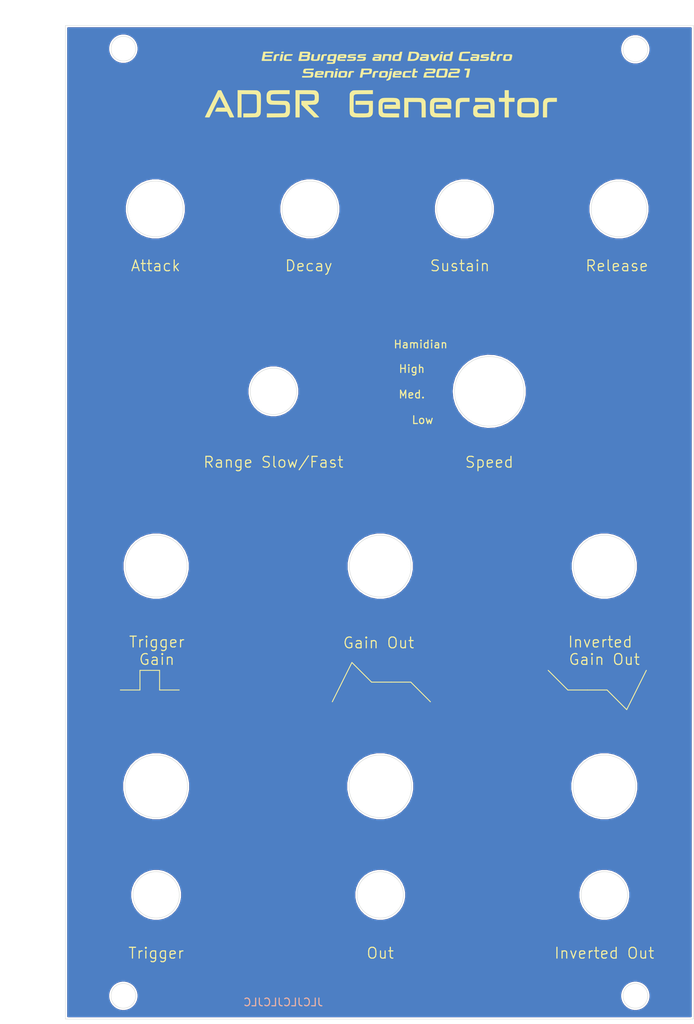
<source format=kicad_pcb>
(kicad_pcb (version 20171130) (host pcbnew "(5.1.12)-1")

  (general
    (thickness 1.6)
    (drawings 64)
    (tracks 0)
    (zones 0)
    (modules 2)
    (nets 1)
  )

  (page A4)
  (layers
    (0 F.Cu signal hide)
    (31 B.Cu signal hide)
    (32 B.Adhes user)
    (33 F.Adhes user)
    (34 B.Paste user)
    (35 F.Paste user)
    (36 B.SilkS user)
    (37 F.SilkS user)
    (38 B.Mask user)
    (39 F.Mask user)
    (40 Dwgs.User user)
    (41 Cmts.User user)
    (42 Eco1.User user)
    (43 Eco2.User user)
    (44 Edge.Cuts user)
    (45 Margin user)
    (46 B.CrtYd user)
    (47 F.CrtYd user)
    (48 B.Fab user)
    (49 F.Fab user)
  )

  (setup
    (last_trace_width 0.25)
    (trace_clearance 0.2)
    (zone_clearance 0.508)
    (zone_45_only no)
    (trace_min 0.2)
    (via_size 0.8)
    (via_drill 0.4)
    (via_min_size 0.4)
    (via_min_drill 0.3)
    (uvia_size 0.3)
    (uvia_drill 0.1)
    (uvias_allowed no)
    (uvia_min_size 0.2)
    (uvia_min_drill 0.1)
    (edge_width 0.05)
    (segment_width 0.2)
    (pcb_text_width 0.3)
    (pcb_text_size 1.5 1.5)
    (mod_edge_width 0.12)
    (mod_text_size 1 1)
    (mod_text_width 0.15)
    (pad_size 1.524 1.524)
    (pad_drill 0.762)
    (pad_to_mask_clearance 0)
    (aux_axis_origin 31.4 26.6)
    (visible_elements 7FFFEFFF)
    (pcbplotparams
      (layerselection 0x010fc_ffffffff)
      (usegerberextensions true)
      (usegerberattributes true)
      (usegerberadvancedattributes true)
      (creategerberjobfile true)
      (excludeedgelayer true)
      (linewidth 0.100000)
      (plotframeref false)
      (viasonmask false)
      (mode 1)
      (useauxorigin false)
      (hpglpennumber 1)
      (hpglpenspeed 20)
      (hpglpendiameter 15.000000)
      (psnegative false)
      (psa4output false)
      (plotreference true)
      (plotvalue true)
      (plotinvisibletext false)
      (padsonsilk false)
      (subtractmaskfromsilk true)
      (outputformat 1)
      (mirror false)
      (drillshape 0)
      (scaleselection 1)
      (outputdirectory "Gerbers/"))
  )

  (net 0 "")

  (net_class Default "This is the default net class."
    (clearance 0.2)
    (trace_width 0.25)
    (via_dia 0.8)
    (via_drill 0.4)
    (uvia_dia 0.3)
    (uvia_drill 0.1)
  )

  (module "ECAD Models:Senior_Project_ADSR_LOGO" (layer F.Cu) (tedit 0) (tstamp 61A1B114)
    (at 72.39 33.02)
    (fp_text reference Ref** (at 0 0) (layer F.SilkS) hide
      (effects (font (size 1.27 1.27) (thickness 0.15)))
    )
    (fp_text value Val** (at 0 0) (layer F.SilkS) hide
      (effects (font (size 1.27 1.27) (thickness 0.15)))
    )
    (fp_poly (pts (xy -19.892931 1.891228) (xy -19.769618 2.144878) (xy -19.651732 2.387764) (xy -19.540578 2.617177)
      (xy -19.437457 2.830408) (xy -19.343674 3.02475) (xy -19.260531 3.197494) (xy -19.189333 3.345932)
      (xy -19.131383 3.467355) (xy -19.087983 3.559055) (xy -19.060438 3.618325) (xy -19.050051 3.642454)
      (xy -19.05 3.64277) (xy -19.069871 3.649778) (xy -19.124312 3.655626) (xy -19.205564 3.659792)
      (xy -19.305867 3.66175) (xy -19.332256 3.661833) (xy -19.614513 3.661833) (xy -19.790833 3.291416)
      (xy -19.967154 2.921) (xy -20.746827 2.921) (xy -20.978361 2.920417) (xy -21.169815 2.91868)
      (xy -21.320754 2.915798) (xy -21.430741 2.911784) (xy -21.499339 2.90665) (xy -21.526114 2.900408)
      (xy -21.5265 2.89948) (xy -21.517472 2.873198) (xy -21.492865 2.81733) (xy -21.456394 2.739967)
      (xy -21.411774 2.649206) (xy -21.409907 2.64548) (xy -21.293313 2.413) (xy -20.214046 2.413)
      (xy -20.574839 1.691655) (xy -20.935633 0.970311) (xy -21.153027 1.411197) (xy -21.209177 1.525268)
      (xy -21.280693 1.670865) (xy -21.364379 1.841464) (xy -21.457039 2.030544) (xy -21.555479 2.231582)
      (xy -21.656502 2.438056) (xy -21.756912 2.643444) (xy -21.812369 2.756958) (xy -22.254317 3.661833)
      (xy -22.546575 3.661833) (xy -22.652221 3.660753) (xy -22.740766 3.657788) (xy -22.804609 3.653354)
      (xy -22.836147 3.647862) (xy -22.838175 3.645958) (xy -22.828946 3.625056) (xy -22.802329 3.568867)
      (xy -22.759636 3.480082) (xy -22.702179 3.361393) (xy -22.63127 3.215492) (xy -22.548221 3.045071)
      (xy -22.454344 2.852821) (xy -22.35095 2.641434) (xy -22.239352 2.413602) (xy -22.120861 2.172017)
      (xy -21.996789 1.91937) (xy -21.984526 1.894416) (xy -21.131536 0.15875) (xy -20.735862 0.15875)
      (xy -19.892931 1.891228)) (layer F.SilkS) (width 0.01))
    (fp_poly (pts (xy -17.361958 0.15251) (xy -17.101503 0.15384) (xy -16.879883 0.155101) (xy -16.6936 0.156435)
      (xy -16.539156 0.157982) (xy -16.413054 0.159882) (xy -16.311796 0.162277) (xy -16.231883 0.165306)
      (xy -16.169818 0.169111) (xy -16.122104 0.173832) (xy -16.085241 0.179608) (xy -16.055734 0.186582)
      (xy -16.030083 0.194892) (xy -16.00479 0.204681) (xy -15.998312 0.207295) (xy -15.876752 0.273596)
      (xy -15.76901 0.364619) (xy -15.686757 0.469611) (xy -15.661621 0.517524) (xy -15.63802 0.58587)
      (xy -15.615446 0.676075) (xy -15.599751 0.762579) (xy -15.595107 0.818989) (xy -15.591534 0.911495)
      (xy -15.588977 1.034981) (xy -15.587383 1.184333) (xy -15.586696 1.354433) (xy -15.586861 1.540167)
      (xy -15.587824 1.736418) (xy -15.58953 1.938071) (xy -15.591923 2.14001) (xy -15.59495 2.337119)
      (xy -15.598554 2.524283) (xy -15.602682 2.696385) (xy -15.607279 2.84831) (xy -15.612289 2.974942)
      (xy -15.617658 3.071165) (xy -15.623331 3.131864) (xy -15.625266 3.14325) (xy -15.666856 3.280277)
      (xy -15.730755 3.391406) (xy -15.822373 3.488332) (xy -15.865549 3.525759) (xy -15.905265 3.556902)
      (xy -15.945767 3.582372) (xy -15.991301 3.602783) (xy -16.046113 3.618747) (xy -16.114447 3.630875)
      (xy -16.20055 3.639781) (xy -16.308666 3.646077) (xy -16.443043 3.650374) (xy -16.607925 3.653286)
      (xy -16.807558 3.655425) (xy -16.991542 3.656962) (xy -17.864667 3.664003) (xy -17.864667 3.153833)
      (xy -17.139569 3.153833) (xy -16.957683 3.15323) (xy -16.789791 3.151511) (xy -16.640973 3.148806)
      (xy -16.51631 3.145249) (xy -16.420885 3.140972) (xy -16.359778 3.136106) (xy -16.34212 3.133083)
      (xy -16.244039 3.084294) (xy -16.171912 3.003396) (xy -16.128881 2.893938) (xy -16.12831 2.891352)
      (xy -16.12174 2.838341) (xy -16.116639 2.746157) (xy -16.112999 2.614229) (xy -16.11081 2.441987)
      (xy -16.110063 2.228862) (xy -16.11075 1.974282) (xy -16.111631 1.830916) (xy -16.113373 1.603126)
      (xy -16.115173 1.413789) (xy -16.1172 1.259024) (xy -16.119621 1.134952) (xy -16.122604 1.037692)
      (xy -16.126316 0.963365) (xy -16.130927 0.908089) (xy -16.136603 0.867985) (xy -16.143514 0.839173)
      (xy -16.151826 0.817771) (xy -16.155817 0.809983) (xy -16.174574 0.7767) (xy -16.193786 0.749022)
      (xy -16.217331 0.726399) (xy -16.249084 0.708283) (xy -16.292922 0.694123) (xy -16.35272 0.68337)
      (xy -16.432357 0.675474) (xy -16.535707 0.669887) (xy -16.666648 0.666057) (xy -16.829055 0.663437)
      (xy -17.026805 0.661476) (xy -17.213792 0.660008) (xy -18.0975 0.653266) (xy -18.0975 3.661833)
      (xy -18.6055 3.661833) (xy -18.6055 0.146271) (xy -17.361958 0.15251)) (layer F.SilkS) (width 0.01))
    (fp_poly (pts (xy -11.8745 0.656166) (xy -12.929944 0.656166) (xy -13.170856 0.656613) (xy -13.391784 0.657911)
      (xy -13.589326 0.659997) (xy -13.760075 0.662809) (xy -13.900628 0.666284) (xy -14.00758 0.670358)
      (xy -14.077526 0.674969) (xy -14.099371 0.677783) (xy -14.197866 0.707794) (xy -14.266302 0.752287)
      (xy -14.288667 0.777147) (xy -14.30394 0.804576) (xy -14.313741 0.84311) (xy -14.319686 0.901282)
      (xy -14.323392 0.987627) (xy -14.325395 1.064046) (xy -14.327306 1.176091) (xy -14.326103 1.254967)
      (xy -14.320756 1.309789) (xy -14.310237 1.349668) (xy -14.293517 1.38372) (xy -14.288344 1.392235)
      (xy -14.243863 1.445697) (xy -14.192531 1.484299) (xy -14.186949 1.486952) (xy -14.154336 1.494131)
      (xy -14.090093 1.500536) (xy -13.992451 1.506235) (xy -13.859642 1.511293) (xy -13.689899 1.515778)
      (xy -13.481451 1.519756) (xy -13.232531 1.523295) (xy -13.218583 1.523466) (xy -12.998344 1.52621)
      (xy -12.816262 1.528724) (xy -12.668168 1.531255) (xy -12.549889 1.534049) (xy -12.457253 1.53735)
      (xy -12.386087 1.541405) (xy -12.332221 1.546459) (xy -12.291483 1.552758) (xy -12.259699 1.560547)
      (xy -12.2327 1.570073) (xy -12.206311 1.58158) (xy -12.202583 1.583292) (xy -12.067281 1.664091)
      (xy -11.965596 1.768049) (xy -11.89478 1.898795) (xy -11.85526 2.04185) (xy -11.846447 2.115043)
      (xy -11.839834 2.221126) (xy -11.835432 2.350716) (xy -11.833248 2.494428) (xy -11.833291 2.642875)
      (xy -11.835568 2.786673) (xy -11.840089 2.916437) (xy -11.84686 3.022782) (xy -11.854337 3.08741)
      (xy -11.899943 3.255848) (xy -11.976841 3.398852) (xy -12.082871 3.513576) (xy -12.215878 3.597174)
      (xy -12.252676 3.612716) (xy -12.276298 3.620759) (xy -12.304546 3.627629) (xy -12.340864 3.633442)
      (xy -12.388699 3.638312) (xy -12.451494 3.642354) (xy -12.532697 3.645682) (xy -12.635751 3.648411)
      (xy -12.764103 3.650656) (xy -12.921197 3.652531) (xy -13.110479 3.654152) (xy -13.335394 3.655631)
      (xy -13.583708 3.657004) (xy -14.816667 3.663444) (xy -14.816667 3.155913) (xy -13.700125 3.149581)
      (xy -13.453929 3.148134) (xy -13.246472 3.146718) (xy -13.074158 3.145184) (xy -12.933394 3.143384)
      (xy -12.820585 3.141167) (xy -12.732137 3.138386) (xy -12.664455 3.13489) (xy -12.613944 3.130532)
      (xy -12.577011 3.125161) (xy -12.55006 3.118628) (xy -12.529497 3.110786) (xy -12.511729 3.101483)
      (xy -12.5095 3.100196) (xy -12.457882 3.065106) (xy -12.419592 3.02393) (xy -12.392733 2.970096)
      (xy -12.375409 2.897035) (xy -12.365723 2.798175) (xy -12.361778 2.666944) (xy -12.361366 2.586945)
      (xy -12.363073 2.435446) (xy -12.369222 2.319844) (xy -12.381303 2.233802) (xy -12.400805 2.170986)
      (xy -12.429217 2.125061) (xy -12.46803 2.089693) (xy -12.480273 2.081271) (xy -12.497704 2.071662)
      (xy -12.520736 2.063647) (xy -12.553393 2.057006) (xy -12.599704 2.05152) (xy -12.663694 2.04697)
      (xy -12.749389 2.043137) (xy -12.860816 2.039802) (xy -13.002001 2.036744) (xy -13.17697 2.033746)
      (xy -13.389751 2.030587) (xy -13.418666 2.030178) (xy -13.651315 2.026713) (xy -13.84587 2.023108)
      (xy -14.006568 2.01884) (xy -14.137648 2.013387) (xy -14.243345 2.006224) (xy -14.327898 1.99683)
      (xy -14.395544 1.984679) (xy -14.450521 1.96925) (xy -14.497066 1.950018) (xy -14.539417 1.926461)
      (xy -14.58181 1.898055) (xy -14.601202 1.884151) (xy -14.665549 1.828406) (xy -14.723079 1.763785)
      (xy -14.738999 1.741068) (xy -14.774919 1.680264) (xy -14.802064 1.622435) (xy -14.821625 1.560342)
      (xy -14.834794 1.486746) (xy -14.842762 1.394408) (xy -14.846719 1.276089) (xy -14.847855 1.124552)
      (xy -14.847837 1.0795) (xy -14.847267 0.934388) (xy -14.845578 0.82426) (xy -14.842106 0.741768)
      (xy -14.836184 0.679565) (xy -14.827148 0.630302) (xy -14.814334 0.586634) (xy -14.799714 0.547776)
      (xy -14.73449 0.426533) (xy -14.646047 0.321615) (xy -14.545057 0.245432) (xy -14.535222 0.240152)
      (xy -14.497202 0.22127) (xy -14.459431 0.205176) (xy -14.418332 0.191649) (xy -14.370329 0.180465)
      (xy -14.311843 0.1714) (xy -14.239298 0.164232) (xy -14.149117 0.158738) (xy -14.037723 0.154694)
      (xy -13.901538 0.151876) (xy -13.736985 0.150063) (xy -13.540488 0.14903) (xy -13.30847 0.148554)
      (xy -13.065125 0.148417) (xy -11.8745 0.148166) (xy -11.8745 0.656166)) (layer F.SilkS) (width 0.01))
    (fp_poly (pts (xy -9.63668 0.148286) (xy -9.401768 0.148822) (xy -9.202236 0.150041) (xy -9.034605 0.152212)
      (xy -8.895399 0.1556) (xy -8.781141 0.160472) (xy -8.688354 0.167096) (xy -8.61356 0.175738)
      (xy -8.553283 0.186665) (xy -8.504046 0.200145) (xy -8.462371 0.216443) (xy -8.424781 0.235828)
      (xy -8.3878 0.258565) (xy -8.376546 0.265921) (xy -8.27654 0.354332) (xy -8.193073 0.472845)
      (xy -8.134111 0.610105) (xy -8.133383 0.612482) (xy -8.116616 0.694706) (xy -8.104628 0.808499)
      (xy -8.097419 0.943369) (xy -8.094989 1.088822) (xy -8.097338 1.234364) (xy -8.104465 1.369504)
      (xy -8.116371 1.483746) (xy -8.133055 1.566599) (xy -8.133383 1.567683) (xy -8.19993 1.719302)
      (xy -8.298301 1.84322) (xy -8.427297 1.938226) (xy -8.554842 1.993628) (xy -8.596384 2.001002)
      (xy -8.672996 2.00861) (xy -8.777421 2.015969) (xy -8.902401 2.022596) (xy -9.040678 2.02801)
      (xy -9.097229 2.029704) (xy -9.569041 2.042583) (xy -8.806695 2.836333) (xy -8.66009 2.989264)
      (xy -8.522731 3.133104) (xy -8.397352 3.264953) (xy -8.286688 3.381908) (xy -8.193471 3.481069)
      (xy -8.120436 3.559532) (xy -8.070317 3.614399) (xy -8.045847 3.642765) (xy -8.043841 3.645958)
      (xy -8.063638 3.651356) (xy -8.118641 3.655967) (xy -8.201726 3.659451) (xy -8.305769 3.661468)
      (xy -8.37681 3.661833) (xy -8.710287 3.661833) (xy -9.530394 2.841524) (xy -10.3505 2.021215)
      (xy -10.3505 1.526415) (xy -9.583208 1.519915) (xy -9.367554 1.517906) (xy -9.190161 1.515429)
      (xy -9.046955 1.51181) (xy -8.933864 1.506374) (xy -8.846816 1.498448) (xy -8.781738 1.487355)
      (xy -8.734558 1.472423) (xy -8.701203 1.452976) (xy -8.677601 1.42834) (xy -8.65968 1.397841)
      (xy -8.644916 1.364524) (xy -8.62831 1.298354) (xy -8.618221 1.204079) (xy -8.61465 1.095422)
      (xy -8.617596 0.986107) (xy -8.627059 0.889856) (xy -8.64304 0.820395) (xy -8.644916 0.815642)
      (xy -8.659979 0.781251) (xy -8.676397 0.752614) (xy -8.697962 0.729174) (xy -8.728466 0.710372)
      (xy -8.771703 0.695648) (xy -8.831464 0.684443) (xy -8.911542 0.676199) (xy -9.015731 0.670356)
      (xy -9.147821 0.666356) (xy -9.311606 0.66364) (xy -9.510879 0.661648) (xy -9.699625 0.660192)
      (xy -10.583333 0.653634) (xy -10.583333 3.661833) (xy -11.1125 3.661833) (xy -11.1125 0.148166)
      (xy -9.910447 0.148166) (xy -9.63668 0.148286)) (layer F.SilkS) (width 0.01))
    (fp_poly (pts (xy -1.100667 0.653793) (xy -2.227792 0.660271) (xy -2.475339 0.661749) (xy -2.684121 0.663195)
      (xy -2.857705 0.664756) (xy -2.999661 0.666577) (xy -3.113556 0.668804) (xy -3.202957 0.67158)
      (xy -3.271434 0.675052) (xy -3.322553 0.679365) (xy -3.359883 0.684664) (xy -3.386992 0.691094)
      (xy -3.407447 0.698801) (xy -3.424818 0.70793) (xy -3.426788 0.709083) (xy -3.487914 0.754161)
      (xy -3.53991 0.806866) (xy -3.543204 0.811151) (xy -3.553611 0.826183) (xy -3.562288 0.843423)
      (xy -3.569419 0.86668) (xy -3.57519 0.899765) (xy -3.579786 0.946486) (xy -3.583391 1.010654)
      (xy -3.586192 1.096079) (xy -3.588372 1.206571) (xy -3.590118 1.345939) (xy -3.591613 1.517994)
      (xy -3.593044 1.726545) (xy -3.593842 1.853667) (xy -3.59492 2.108251) (xy -3.594833 2.331851)
      (xy -3.593608 2.522555) (xy -3.591274 2.678454) (xy -3.587858 2.797633) (xy -3.583389 2.878183)
      (xy -3.578305 2.916774) (xy -3.532635 3.013971) (xy -3.454904 3.084121) (xy -3.344441 3.12778)
      (xy -3.315442 3.133929) (xy -3.25542 3.140499) (xy -3.156819 3.145557) (xy -3.023368 3.149031)
      (xy -2.858798 3.150847) (xy -2.666839 3.15093) (xy -2.512208 3.14986) (xy -2.295113 3.14809)
      (xy -2.116507 3.145512) (xy -1.972592 3.139306) (xy -1.859571 3.126653) (xy -1.773647 3.104734)
      (xy -1.711022 3.070729) (xy -1.6679 3.02182) (xy -1.640483 2.955186) (xy -1.624975 2.868008)
      (xy -1.617577 2.757468) (xy -1.614493 2.620745) (xy -1.612426 2.481791) (xy -1.604456 2.032)
      (xy -3.344333 2.032) (xy -3.344333 1.524) (xy -1.100667 1.524) (xy -1.100667 2.313908)
      (xy -1.100923 2.536249) (xy -1.10204 2.720737) (xy -1.104536 2.871851) (xy -1.108934 2.994071)
      (xy -1.115753 3.091876) (xy -1.125514 3.169745) (xy -1.138738 3.232157) (xy -1.155945 3.283592)
      (xy -1.177655 3.328528) (xy -1.204389 3.371445) (xy -1.227348 3.404034) (xy -1.331387 3.511793)
      (xy -1.466746 3.59129) (xy -1.581373 3.630354) (xy -1.634151 3.638281) (xy -1.723537 3.645091)
      (xy -1.843819 3.65078) (xy -1.989287 3.655343) (xy -2.154228 3.658777) (xy -2.332933 3.661075)
      (xy -2.519691 3.662235) (xy -2.708789 3.662251) (xy -2.894517 3.661119) (xy -3.071163 3.658834)
      (xy -3.233018 3.655393) (xy -3.374369 3.650789) (xy -3.489505 3.64502) (xy -3.572716 3.63808)
      (xy -3.611383 3.63195) (xy -3.74969 3.58283) (xy -3.8726 3.509379) (xy -3.968065 3.419079)
      (xy -3.98078 3.402476) (xy -4.006345 3.366558) (xy -4.028224 3.332428) (xy -4.046688 3.296649)
      (xy -4.062006 3.255782) (xy -4.074448 3.206391) (xy -4.084283 3.145038) (xy -4.091781 3.068286)
      (xy -4.097211 2.972696) (xy -4.100843 2.854831) (xy -4.102946 2.711254) (xy -4.10379 2.538527)
      (xy -4.103644 2.333213) (xy -4.102779 2.091874) (xy -4.101699 1.86028) (xy -4.09575 0.624416)
      (xy -4.045176 0.512494) (xy -3.971653 0.395227) (xy -3.868235 0.292144) (xy -3.747276 0.214781)
      (xy -3.708284 0.197877) (xy -3.684668 0.189842) (xy -3.656639 0.182967) (xy -3.62078 0.177141)
      (xy -3.573671 0.172249) (xy -3.511897 0.168178) (xy -3.432039 0.164815) (xy -3.33068 0.162046)
      (xy -3.204401 0.159759) (xy -3.049786 0.15784) (xy -2.863417 0.156176) (xy -2.641875 0.154653)
      (xy -2.381744 0.153159) (xy -2.354792 0.153014) (xy -1.100667 0.146285) (xy -1.100667 0.653793)) (layer F.SilkS) (width 0.01))
    (fp_poly (pts (xy 1.1597 1.143138) (xy 1.334742 1.145518) (xy 1.49909 1.149186) (xy 1.646238 1.154108)
      (xy 1.769683 1.160246) (xy 1.86292 1.167568) (xy 1.914064 1.174801) (xy 2.074024 1.225849)
      (xy 2.204176 1.304126) (xy 2.30245 1.408022) (xy 2.362381 1.523339) (xy 2.374952 1.56765)
      (xy 2.384974 1.627348) (xy 2.392895 1.70807) (xy 2.399166 1.815453) (xy 2.404238 1.955133)
      (xy 2.407653 2.090208) (xy 2.418053 2.561166) (xy 0.402167 2.561166) (xy 0.402167 2.032)
      (xy 1.883833 2.032) (xy 1.883833 1.927162) (xy 1.873475 1.817422) (xy 1.841455 1.741536)
      (xy 1.786357 1.696175) (xy 1.785253 1.695667) (xy 1.745107 1.687804) (xy 1.662729 1.681538)
      (xy 1.538188 1.676869) (xy 1.371557 1.673801) (xy 1.162906 1.672336) (xy 1.062629 1.672199)
      (xy 0.860107 1.672414) (xy 0.695444 1.673618) (xy 0.564164 1.676684) (xy 0.461793 1.682486)
      (xy 0.383855 1.691896) (xy 0.325877 1.705788) (xy 0.283383 1.725034) (xy 0.251898 1.750508)
      (xy 0.226948 1.783083) (xy 0.204057 1.823632) (xy 0.194872 1.8415) (xy 0.179484 1.87323)
      (xy 0.167834 1.904163) (xy 0.159492 1.94035) (xy 0.154025 1.987842) (xy 0.151001 2.05269)
      (xy 0.149987 2.140945) (xy 0.150551 2.258659) (xy 0.152262 2.411882) (xy 0.152539 2.434166)
      (xy 0.154712 2.592749) (xy 0.15713 2.714859) (xy 0.160337 2.806353) (xy 0.16488 2.873089)
      (xy 0.171302 2.920927) (xy 0.180149 2.955725) (xy 0.191965 2.98334) (xy 0.205855 3.007323)
      (xy 0.225202 3.038107) (xy 0.24413 3.063851) (xy 0.266399 3.085033) (xy 0.295774 3.102129)
      (xy 0.336018 3.115617) (xy 0.390892 3.125975) (xy 0.464159 3.13368) (xy 0.559583 3.139209)
      (xy 0.680926 3.143041) (xy 0.83195 3.145651) (xy 1.01642 3.147518) (xy 1.238096 3.149119)
      (xy 1.328208 3.149725) (xy 2.286 3.156201) (xy 2.286 3.661833) (xy 1.254125 3.66044)
      (xy 1.007082 3.659893) (xy 0.798738 3.658906) (xy 0.625459 3.657376) (xy 0.483611 3.655199)
      (xy 0.369562 3.652273) (xy 0.279677 3.648495) (xy 0.210324 3.643761) (xy 0.157868 3.637969)
      (xy 0.118676 3.631015) (xy 0.105833 3.627868) (xy -0.046667 3.567147) (xy -0.171495 3.475035)
      (xy -0.266589 3.353519) (xy -0.328292 3.210027) (xy -0.338373 3.153112) (xy -0.346717 3.060531)
      (xy -0.353328 2.938913) (xy -0.35821 2.79489) (xy -0.361364 2.635092) (xy -0.362795 2.46615)
      (xy -0.362505 2.294695) (xy -0.360497 2.127357) (xy -0.356775 1.970768) (xy -0.351342 1.831557)
      (xy -0.344199 1.716357) (xy -0.335352 1.631796) (xy -0.327541 1.592275) (xy -0.264209 1.449368)
      (xy -0.168046 1.33149) (xy -0.042097 1.241193) (xy 0.110595 1.18103) (xy 0.181327 1.165474)
      (xy 0.249108 1.157859) (xy 0.351724 1.151778) (xy 0.482673 1.147194) (xy 0.63545 1.144073)
      (xy 0.803549 1.14238) (xy 0.980468 1.14208) (xy 1.1597 1.143138)) (layer F.SilkS) (width 0.01))
    (fp_poly (pts (xy 4.090458 1.14742) (xy 4.337693 1.148809) (xy 4.546295 1.150153) (xy 4.719961 1.151612)
      (xy 4.862392 1.153344) (xy 4.977286 1.155506) (xy 5.068342 1.158259) (xy 5.139259 1.16176)
      (xy 5.193736 1.166167) (xy 5.235473 1.171641) (xy 5.268167 1.178338) (xy 5.295519 1.186419)
      (xy 5.321226 1.19604) (xy 5.332654 1.200674) (xy 5.463734 1.275223) (xy 5.576326 1.380069)
      (xy 5.660308 1.50514) (xy 5.678161 1.54448) (xy 5.689156 1.572664) (xy 5.698336 1.60077)
      (xy 5.705893 1.632783) (xy 5.712017 1.672687) (xy 5.7169 1.724466) (xy 5.720734 1.792105)
      (xy 5.72371 1.879587) (xy 5.726019 1.990896) (xy 5.727853 2.130018) (xy 5.729403 2.300935)
      (xy 5.730861 2.507633) (xy 5.731842 2.661708) (xy 5.7381 3.661833) (xy 5.207 3.661833)
      (xy 5.207 2.782736) (xy 5.206875 2.552608) (xy 5.206183 2.360939) (xy 5.204448 2.203858)
      (xy 5.201196 2.07749) (xy 5.195951 1.977963) (xy 5.188238 1.901402) (xy 5.177581 1.843936)
      (xy 5.163506 1.801691) (xy 5.145536 1.770794) (xy 5.123197 1.747371) (xy 5.096014 1.727549)
      (xy 5.075982 1.715042) (xy 5.055749 1.703785) (xy 5.032802 1.694698) (xy 5.002659 1.687547)
      (xy 4.960838 1.682101) (xy 4.90286 1.678128) (xy 4.824243 1.675397) (xy 4.720506 1.673674)
      (xy 4.587167 1.672729) (xy 4.419747 1.672329) (xy 4.249208 1.672245) (xy 3.4925 1.672166)
      (xy 3.4925 3.661833) (xy 2.963333 3.661833) (xy 2.963333 1.141256) (xy 4.090458 1.14742)) (layer F.SilkS) (width 0.01))
    (fp_poly (pts (xy 7.90785 1.153819) (xy 8.104636 1.154884) (xy 8.267456 1.157314) (xy 8.400495 1.161644)
      (xy 8.507936 1.168411) (xy 8.593963 1.178149) (xy 8.66276 1.191395) (xy 8.718509 1.208683)
      (xy 8.765396 1.230551) (xy 8.807603 1.257533) (xy 8.849314 1.290164) (xy 8.868892 1.30671)
      (xy 8.921381 1.353554) (xy 8.962557 1.397623) (xy 8.993874 1.444781) (xy 9.016788 1.500892)
      (xy 9.032753 1.57182) (xy 9.043225 1.663429) (xy 9.049659 1.781583) (xy 9.053509 1.932146)
      (xy 9.055426 2.058458) (xy 9.062103 2.561166) (xy 7.069667 2.561166) (xy 7.069667 2.032)
      (xy 8.551333 2.032) (xy 8.551333 1.913955) (xy 8.548108 1.84021) (xy 8.534449 1.791189)
      (xy 8.504382 1.749518) (xy 8.489461 1.734038) (xy 8.42759 1.672166) (xy 7.743336 1.672199)
      (xy 7.54136 1.672437) (xy 7.377147 1.673595) (xy 7.246126 1.676375) (xy 7.143727 1.681477)
      (xy 7.065381 1.689601) (xy 7.006517 1.701448) (xy 6.962565 1.717717) (xy 6.928955 1.73911)
      (xy 6.901116 1.766327) (xy 6.874479 1.800068) (xy 6.870088 1.806032) (xy 6.85657 1.826496)
      (xy 6.846154 1.850053) (xy 6.838437 1.882146) (xy 6.833018 1.92822) (xy 6.829493 1.993718)
      (xy 6.827459 2.084086) (xy 6.826514 2.204767) (xy 6.826255 2.361205) (xy 6.82625 2.398698)
      (xy 6.826725 2.579332) (xy 6.828834 2.722709) (xy 6.833606 2.833902) (xy 6.842067 2.917981)
      (xy 6.855245 2.98002) (xy 6.874167 3.02509) (xy 6.899861 3.058264) (xy 6.933353 3.084613)
      (xy 6.969483 3.10585) (xy 6.988845 3.114782) (xy 7.013935 3.122246) (xy 7.04862 3.128408)
      (xy 7.09677 3.133432) (xy 7.162253 3.137484) (xy 7.248938 3.14073) (xy 7.360693 3.143334)
      (xy 7.501387 3.145463) (xy 7.674888 3.147281) (xy 7.885065 3.148955) (xy 7.995708 3.149725)
      (xy 8.9535 3.156201) (xy 8.9535 3.661833) (xy 7.921625 3.66044) (xy 7.674671 3.659894)
      (xy 7.466413 3.658909) (xy 7.293217 3.657383) (xy 7.151446 3.655211) (xy 7.037466 3.652291)
      (xy 6.947641 3.648519) (xy 6.878336 3.643793) (xy 6.825916 3.638009) (xy 6.786744 3.631063)
      (xy 6.773615 3.627841) (xy 6.623287 3.570857) (xy 6.503337 3.487671) (xy 6.411999 3.376039)
      (xy 6.347511 3.233718) (xy 6.308107 3.058463) (xy 6.304478 3.031056) (xy 6.297844 2.94986)
      (xy 6.293 2.832949) (xy 6.290057 2.686908) (xy 6.28913 2.51832) (xy 6.290331 2.333771)
      (xy 6.291305 2.264833) (xy 6.294306 2.09071) (xy 6.297356 1.953169) (xy 6.300926 1.846458)
      (xy 6.305486 1.764828) (xy 6.311505 1.702529) (xy 6.319454 1.653811) (xy 6.329803 1.612923)
      (xy 6.343022 1.574115) (xy 6.349068 1.558272) (xy 6.421375 1.418529) (xy 6.519914 1.309582)
      (xy 6.650326 1.225441) (xy 6.672542 1.214794) (xy 6.805083 1.153583) (xy 7.672917 1.153583)
      (xy 7.90785 1.153819)) (layer F.SilkS) (width 0.01))
    (fp_poly (pts (xy 11.408833 1.647209) (xy 10.884958 1.654663) (xy 10.705392 1.65773) (xy 10.563054 1.661976)
      (xy 10.45284 1.668499) (xy 10.369645 1.678396) (xy 10.308364 1.692766) (xy 10.263892 1.712706)
      (xy 10.231125 1.739314) (xy 10.204958 1.773689) (xy 10.186816 1.804816) (xy 10.177591 1.824845)
      (xy 10.169933 1.850762) (xy 10.16366 1.886588) (xy 10.158589 1.936345) (xy 10.154537 2.004054)
      (xy 10.151321 2.093738) (xy 10.148759 2.209418) (xy 10.146668 2.355116) (xy 10.144865 2.534853)
      (xy 10.143168 2.752653) (xy 10.143062 2.767541) (xy 10.136707 3.661833) (xy 9.630833 3.661833)
      (xy 9.630833 2.694846) (xy 9.630994 2.448749) (xy 9.631757 2.241009) (xy 9.633542 2.067651)
      (xy 9.63677 1.924699) (xy 9.641859 1.808177) (xy 9.649231 1.71411) (xy 9.659306 1.638522)
      (xy 9.672503 1.577438) (xy 9.689243 1.526882) (xy 9.709946 1.482878) (xy 9.735032 1.441451)
      (xy 9.764921 1.398625) (xy 9.768297 1.393966) (xy 9.863378 1.297615) (xy 9.990603 1.222956)
      (xy 10.144023 1.173212) (xy 10.192833 1.163864) (xy 10.248937 1.158161) (xy 10.339933 1.153052)
      (xy 10.458382 1.148769) (xy 10.596843 1.145541) (xy 10.747877 1.143598) (xy 10.863792 1.143122)
      (xy 11.408833 1.143) (xy 11.408833 1.647209)) (layer F.SilkS) (width 0.01))
    (fp_poly (pts (xy 13.297363 1.143573) (xy 13.515938 1.145252) (xy 13.705672 1.147975) (xy 13.863703 1.151677)
      (xy 13.987171 1.156297) (xy 14.073213 1.161771) (xy 14.110126 1.166162) (xy 14.246316 1.204906)
      (xy 14.371817 1.268599) (xy 14.474897 1.350335) (xy 14.524493 1.410126) (xy 14.551774 1.452728)
      (xy 14.574699 1.494892) (xy 14.593644 1.540589) (xy 14.608987 1.593791) (xy 14.621105 1.65847)
      (xy 14.630375 1.738597) (xy 14.637175 1.838145) (xy 14.641882 1.961086) (xy 14.644873 2.11139)
      (xy 14.646526 2.293031) (xy 14.647218 2.50998) (xy 14.647333 2.703197) (xy 14.647333 3.661833)
      (xy 13.520208 3.65994) (xy 13.256645 3.659266) (xy 13.03228 3.658145) (xy 12.843982 3.656501)
      (xy 12.688617 3.654255) (xy 12.563053 3.651329) (xy 12.464157 3.647645) (xy 12.388795 3.643127)
      (xy 12.333836 3.637696) (xy 12.296147 3.631273) (xy 12.288483 3.629348) (xy 12.149466 3.572791)
      (xy 12.0393 3.486097) (xy 11.954526 3.366475) (xy 11.948849 3.355617) (xy 11.925668 3.30924)
      (xy 11.90892 3.269371) (xy 11.89756 3.22804) (xy 11.890542 3.177278) (xy 11.88682 3.109114)
      (xy 11.88535 3.015579) (xy 11.885084 2.888702) (xy 11.885083 2.869604) (xy 11.887165 2.698415)
      (xy 11.894493 2.562711) (xy 11.908686 2.455802) (xy 11.931366 2.370996) (xy 11.964153 2.301601)
      (xy 12.008669 2.240925) (xy 12.047129 2.200588) (xy 12.087197 2.163019) (xy 12.125657 2.13207)
      (xy 12.166976 2.107045) (xy 12.21562 2.087248) (xy 12.276057 2.071984) (xy 12.352754 2.060555)
      (xy 12.450179 2.052266) (xy 12.572798 2.046421) (xy 12.725079 2.042325) (xy 12.911488 2.03928)
      (xy 13.096875 2.037036) (xy 13.864167 2.028373) (xy 13.864167 2.561166) (xy 13.268664 2.561166)
      (xy 13.059169 2.562133) (xy 12.885592 2.564997) (xy 12.749485 2.569702) (xy 12.652398 2.576192)
      (xy 12.595884 2.584412) (xy 12.592085 2.585457) (xy 12.499329 2.62928) (xy 12.440074 2.697281)
      (xy 12.410863 2.793726) (xy 12.408802 2.811496) (xy 12.414627 2.928203) (xy 12.454917 3.024648)
      (xy 12.527756 3.096463) (xy 12.5363 3.101846) (xy 12.55653 3.11273) (xy 12.580573 3.121598)
      (xy 12.612859 3.128705) (xy 12.657815 3.134306) (xy 12.719872 3.138656) (xy 12.803457 3.14201)
      (xy 12.913001 3.144623) (xy 13.052933 3.146749) (xy 13.22768 3.148644) (xy 13.372446 3.149963)
      (xy 14.140143 3.156677) (xy 14.12654 2.525547) (xy 14.121946 2.328771) (xy 14.116982 2.169717)
      (xy 14.110831 2.043777) (xy 14.102675 1.946342) (xy 14.091698 1.872804) (xy 14.07708 1.818553)
      (xy 14.058006 1.778982) (xy 14.033658 1.749481) (xy 14.003219 1.725442) (xy 13.982277 1.71208)
      (xy 13.964154 1.702352) (xy 13.942009 1.694347) (xy 13.911807 1.6879) (xy 13.869513 1.682841)
      (xy 13.81109 1.679004) (xy 13.732503 1.676221) (xy 13.629716 1.674324) (xy 13.498693 1.673146)
      (xy 13.335398 1.672519) (xy 13.135795 1.672275) (xy 13.022792 1.672245) (xy 12.1285 1.672166)
      (xy 12.1285 1.143) (xy 13.052808 1.143) (xy 13.297363 1.143573)) (layer F.SilkS) (width 0.01))
    (fp_poly (pts (xy 16.488833 1.143) (xy 17.229667 1.143) (xy 17.229667 1.651) (xy 16.488833 1.651)
      (xy 16.488833 3.661833) (xy 15.959667 3.661833) (xy 15.959667 1.651) (xy 15.218833 1.651)
      (xy 15.218833 1.143) (xy 15.959667 1.143) (xy 15.959667 0.148166) (xy 16.488833 0.148166)
      (xy 16.488833 1.143)) (layer F.SilkS) (width 0.01))
    (fp_poly (pts (xy 19.482379 1.147267) (xy 19.616055 1.151162) (xy 19.724964 1.157753) (xy 19.813494 1.167424)
      (xy 19.886033 1.180559) (xy 19.946969 1.197544) (xy 20.000688 1.218761) (xy 20.05158 1.244595)
      (xy 20.062397 1.250687) (xy 20.178974 1.338186) (xy 20.265334 1.451891) (xy 20.324576 1.596014)
      (xy 20.329555 1.613848) (xy 20.339051 1.654081) (xy 20.346602 1.699457) (xy 20.352361 1.75476)
      (xy 20.356483 1.824777) (xy 20.359122 1.914293) (xy 20.360431 2.028092) (xy 20.360565 2.17096)
      (xy 20.359677 2.347682) (xy 20.358393 2.509957) (xy 20.35175 3.273664) (xy 20.28749 3.37779)
      (xy 20.19993 3.481675) (xy 20.081451 3.565469) (xy 19.940957 3.62345) (xy 19.883358 3.637582)
      (xy 19.822582 3.645153) (xy 19.726768 3.651314) (xy 19.601925 3.656098) (xy 19.454057 3.659535)
      (xy 19.289172 3.661658) (xy 19.113275 3.662498) (xy 18.932372 3.662087) (xy 18.75247 3.660456)
      (xy 18.579575 3.657636) (xy 18.419692 3.65366) (xy 18.278829 3.648558) (xy 18.162991 3.642363)
      (xy 18.078184 3.635106) (xy 18.034 3.627868) (xy 17.88403 3.568903) (xy 17.762572 3.481355)
      (xy 17.672463 3.368053) (xy 17.616539 3.231828) (xy 17.610344 3.205194) (xy 17.602546 3.141704)
      (xy 17.596967 3.036907) (xy 17.595657 2.97994) (xy 18.116775 2.97994) (xy 18.166906 3.03822)
      (xy 18.199556 3.068791) (xy 18.242481 3.093489) (xy 18.30012 3.112914) (xy 18.376915 3.127663)
      (xy 18.477305 3.138334) (xy 18.605731 3.145526) (xy 18.766633 3.149837) (xy 18.96445 3.151864)
      (xy 19.011916 3.152059) (xy 19.175642 3.151682) (xy 19.326396 3.14959) (xy 19.457734 3.145991)
      (xy 19.563211 3.14109) (xy 19.636384 3.135091) (xy 19.66069 3.131363) (xy 19.714129 3.119325)
      (xy 19.755998 3.105543) (xy 19.787771 3.085092) (xy 19.810921 3.05305) (xy 19.826922 3.004492)
      (xy 19.837246 2.934496) (xy 19.843368 2.838138) (xy 19.84676 2.710495) (xy 19.848895 2.546643)
      (xy 19.849391 2.500778) (xy 19.850737 2.307292) (xy 19.849657 2.151331) (xy 19.84541 2.02812)
      (xy 19.837257 1.932884) (xy 19.824456 1.86085) (xy 19.806268 1.807242) (xy 19.781952 1.767285)
      (xy 19.750768 1.736204) (xy 19.728299 1.719726) (xy 19.655181 1.670554) (xy 18.267595 1.68275)
      (xy 18.198423 1.751915) (xy 18.12925 1.82108) (xy 18.123013 2.40051) (xy 18.116775 2.97994)
      (xy 17.595657 2.97994) (xy 17.593602 2.890581) (xy 17.592448 2.702505) (xy 17.593499 2.472458)
      (xy 17.594454 2.375951) (xy 17.597066 2.163636) (xy 17.600313 1.988916) (xy 17.605086 1.847053)
      (xy 17.61228 1.733311) (xy 17.622787 1.642951) (xy 17.6375 1.571237) (xy 17.657312 1.513429)
      (xy 17.683115 1.464792) (xy 17.715804 1.420587) (xy 17.75627 1.376077) (xy 17.789203 1.342702)
      (xy 17.834894 1.297869) (xy 17.87694 1.260856) (xy 17.919832 1.23087) (xy 17.968059 1.207114)
      (xy 18.026111 1.188794) (xy 18.098479 1.175115) (xy 18.189651 1.16528) (xy 18.304119 1.158494)
      (xy 18.446371 1.153963) (xy 18.620898 1.150891) (xy 18.832189 1.148483) (xy 18.888874 1.147915)
      (xy 19.123176 1.146028) (xy 19.319548 1.145684) (xy 19.482379 1.147267)) (layer F.SilkS) (width 0.01))
    (fp_poly (pts (xy 22.711833 1.647209) (xy 22.187958 1.654502) (xy 22.011699 1.657365) (xy 21.872452 1.66115)
      (xy 21.764898 1.666862) (xy 21.683717 1.675502) (xy 21.623588 1.688073) (xy 21.579191 1.705579)
      (xy 21.545206 1.729022) (xy 21.516313 1.759405) (xy 21.496653 1.784819) (xy 21.485937 1.800517)
      (xy 21.477072 1.81864) (xy 21.46985 1.843169) (xy 21.464067 1.878087) (xy 21.459515 1.927375)
      (xy 21.455987 1.995016) (xy 21.453279 2.084992) (xy 21.451183 2.201284) (xy 21.449493 2.347875)
      (xy 21.448003 2.528747) (xy 21.446506 2.747881) (xy 21.446472 2.753194) (xy 21.440527 3.661833)
      (xy 20.909074 3.661833) (xy 20.917119 2.672291) (xy 20.919038 2.441838) (xy 20.920851 2.249686)
      (xy 20.922764 2.091805) (xy 20.924985 1.964163) (xy 20.927717 1.862729) (xy 20.931169 1.783474)
      (xy 20.935544 1.722365) (xy 20.941051 1.675373) (xy 20.947894 1.638466) (xy 20.956279 1.607612)
      (xy 20.966414 1.578783) (xy 20.974002 1.559306) (xy 21.048858 1.416568) (xy 21.148817 1.306246)
      (xy 21.276376 1.226422) (xy 21.434033 1.175178) (xy 21.48709 1.16517) (xy 21.545755 1.159114)
      (xy 21.639174 1.153689) (xy 21.759765 1.149141) (xy 21.899949 1.145715) (xy 22.052148 1.143657)
      (xy 22.166792 1.143159) (xy 22.711833 1.143) (xy 22.711833 1.647209)) (layer F.SilkS) (width 0.01))
    (fp_poly (pts (xy 1.368864 -2.324682) (xy 1.388043 -2.315773) (xy 1.390052 -2.297344) (xy 1.38673 -2.281649)
      (xy 1.379139 -2.246504) (xy 1.364757 -2.177037) (xy 1.34505 -2.080445) (xy 1.321486 -1.963925)
      (xy 1.295533 -1.834677) (xy 1.291746 -1.815742) (xy 1.264443 -1.684008) (xy 1.237542 -1.562928)
      (xy 1.212856 -1.460016) (xy 1.192195 -1.382787) (xy 1.177373 -1.338755) (xy 1.176097 -1.336105)
      (xy 1.110782 -1.246164) (xy 1.016485 -1.176311) (xy 0.889506 -1.124488) (xy 0.732593 -1.089658)
      (xy 0.65027 -1.076476) (xy 0.663802 -1.144134) (xy 0.67332 -1.199262) (xy 0.677333 -1.237464)
      (xy 0.677333 -1.237686) (xy 0.695254 -1.260792) (xy 0.740135 -1.287497) (xy 0.75984 -1.295989)
      (xy 0.822257 -1.330401) (xy 0.871592 -1.374227) (xy 0.878393 -1.38341) (xy 0.893331 -1.420253)
      (xy 0.914365 -1.491579) (xy 0.939697 -1.590282) (xy 0.967528 -1.709255) (xy 0.99606 -1.841391)
      (xy 1.003586 -1.878086) (xy 1.092734 -2.31775) (xy 1.245506 -2.323982) (xy 1.324142 -2.326582)
      (xy 1.368864 -2.324682)) (layer F.SilkS) (width 0.01))
    (fp_poly (pts (xy -8.751979 -2.578573) (xy -8.760421 -2.532562) (xy -8.768312 -2.497456) (xy -8.78093 -2.471792)
      (xy -8.803553 -2.454106) (xy -8.841458 -2.442937) (xy -8.899924 -2.436821) (xy -8.984228 -2.434294)
      (xy -9.099648 -2.433895) (xy -9.251461 -2.43416) (xy -9.27295 -2.434167) (xy -9.758881 -2.434167)
      (xy -9.779524 -2.379873) (xy -9.795635 -2.318664) (xy -9.800167 -2.275572) (xy -9.800167 -2.225566)
      (xy -9.357159 -2.218741) (xy -9.208255 -2.216192) (xy -9.095577 -2.213334) (xy -9.01302 -2.209538)
      (xy -8.954479 -2.204173) (xy -8.913848 -2.196612) (xy -8.885022 -2.186224) (xy -8.861894 -2.172381)
      (xy -8.854451 -2.166931) (xy -8.819055 -2.135087) (xy -8.801528 -2.098879) (xy -8.79618 -2.042799)
      (xy -8.796215 -2.008181) (xy -8.809652 -1.84077) (xy -8.844583 -1.703699) (xy -8.899958 -1.599189)
      (xy -8.974731 -1.529465) (xy -9.034236 -1.503571) (xy -9.077344 -1.497498) (xy -9.156896 -1.492142)
      (xy -9.267005 -1.487699) (xy -9.401784 -1.484365) (xy -9.555347 -1.482337) (xy -9.689042 -1.481785)
      (xy -9.860261 -1.481879) (xy -9.993811 -1.48245) (xy -10.094357 -1.48382) (xy -10.166561 -1.486309)
      (xy -10.215089 -1.490235) (xy -10.244604 -1.49592) (xy -10.259771 -1.503683) (xy -10.265253 -1.513844)
      (xy -10.265833 -1.521355) (xy -10.261711 -1.570689) (xy -10.252604 -1.627188) (xy -10.239375 -1.693334)
      (xy -9.715446 -1.693334) (xy -9.540756 -1.693903) (xy -9.40463 -1.695734) (xy -9.303312 -1.699007)
      (xy -9.233046 -1.703905) (xy -9.190077 -1.71061) (xy -9.170649 -1.719305) (xy -9.170231 -1.719792)
      (xy -9.1531 -1.756152) (xy -9.135534 -1.815846) (xy -9.120652 -1.883984) (xy -9.111569 -1.94568)
      (xy -9.111405 -1.986046) (xy -9.113343 -1.991436) (xy -9.137275 -1.997432) (xy -9.196882 -2.002672)
      (xy -9.285506 -2.006854) (xy -9.396492 -2.009672) (xy -9.523182 -2.010822) (xy -9.537513 -2.010834)
      (xy -9.706412 -2.012027) (xy -9.838069 -2.016271) (xy -9.937521 -2.024569) (xy -10.009808 -2.037919)
      (xy -10.059971 -2.057323) (xy -10.093048 -2.08378) (xy -10.114081 -2.118291) (xy -10.117147 -2.125882)
      (xy -10.12535 -2.184548) (xy -10.119935 -2.267999) (xy -10.10315 -2.361768) (xy -10.07724 -2.451393)
      (xy -10.060089 -2.493308) (xy -10.039867 -2.532336) (xy -10.016743 -2.563498) (xy -9.985956 -2.587745)
      (xy -9.942746 -2.606031) (xy -9.88235 -2.619308) (xy -9.800009 -2.628528) (xy -9.690961 -2.634645)
      (xy -9.550445 -2.638611) (xy -9.373701 -2.641378) (xy -9.316607 -2.642073) (xy -8.737797 -2.648896)
      (xy -8.751979 -2.578573)) (layer F.SilkS) (width 0.01))
    (fp_poly (pts (xy -7.92216 -2.324614) (xy -7.784963 -2.321912) (xy -7.683636 -2.318863) (xy -7.611719 -2.314664)
      (xy -7.562751 -2.308507) (xy -7.530272 -2.299587) (xy -7.507822 -2.287097) (xy -7.489324 -2.270619)
      (xy -7.466007 -2.244826) (xy -7.454023 -2.218693) (xy -7.452312 -2.180973) (xy -7.459815 -2.120419)
      (xy -7.469561 -2.060924) (xy -7.48398 -1.9796) (xy -7.497189 -1.912848) (xy -7.506684 -1.873179)
      (xy -7.507786 -1.86993) (xy -7.520409 -1.859574) (xy -7.552462 -1.85192) (xy -7.608827 -1.846628)
      (xy -7.694388 -1.843362) (xy -7.814027 -1.841783) (xy -7.918598 -1.8415) (xy -8.058374 -1.841219)
      (xy -8.161366 -1.840033) (xy -8.233123 -1.837429) (xy -8.279195 -1.832892) (xy -8.305127 -1.825911)
      (xy -8.316471 -1.81597) (xy -8.318789 -1.804459) (xy -8.324512 -1.753605) (xy -8.331841 -1.719792)
      (xy -8.344604 -1.672167) (xy -7.959709 -1.672167) (xy -7.823297 -1.671899) (xy -7.723714 -1.670732)
      (xy -7.655458 -1.668123) (xy -7.613026 -1.663528) (xy -7.590916 -1.656402) (xy -7.583625 -1.646203)
      (xy -7.584856 -1.635125) (xy -7.597106 -1.586243) (xy -7.607853 -1.539875) (xy -7.620807 -1.481667)
      (xy -8.070195 -1.482515) (xy -8.228888 -1.483412) (xy -8.350704 -1.48566) (xy -8.441091 -1.489607)
      (xy -8.505493 -1.495602) (xy -8.549356 -1.503991) (xy -8.577792 -1.514941) (xy -8.61583 -1.542414)
      (xy -8.632255 -1.580112) (xy -8.635118 -1.635802) (xy -8.629659 -1.709459) (xy -8.61597 -1.803828)
      (xy -8.596299 -1.908939) (xy -8.572899 -2.014824) (xy -8.568955 -2.030152) (xy -8.268778 -2.030152)
      (xy -8.254467 -2.020599) (xy -8.218561 -2.014784) (xy -8.154702 -2.011831) (xy -8.056537 -2.010867)
      (xy -8.024431 -2.010834) (xy -7.768167 -2.010834) (xy -7.768167 -2.137834) (xy -8.011583 -2.137834)
      (xy -8.119557 -2.136873) (xy -8.191506 -2.133475) (xy -8.233703 -2.126865) (xy -8.252425 -2.116271)
      (xy -8.255 -2.107815) (xy -8.262425 -2.061269) (xy -8.267848 -2.044315) (xy -8.268778 -2.030152)
      (xy -8.568955 -2.030152) (xy -8.548019 -2.111511) (xy -8.523909 -2.189033) (xy -8.502821 -2.237419)
      (xy -8.497726 -2.244431) (xy -8.463852 -2.273893) (xy -8.418966 -2.295957) (xy -8.357437 -2.311409)
      (xy -8.273629 -2.321033) (xy -8.161911 -2.325614) (xy -8.016648 -2.325936) (xy -7.92216 -2.324614)) (layer F.SilkS) (width 0.01))
    (fp_poly (pts (xy -6.6317 -2.327428) (xy -6.504988 -2.324894) (xy -6.397021 -2.32101) (xy -6.314852 -2.316053)
      (xy -6.265531 -2.310299) (xy -6.257415 -2.30818) (xy -6.218913 -2.29025) (xy -6.192213 -2.266457)
      (xy -6.176919 -2.231005) (xy -6.172635 -2.178097) (xy -6.178965 -2.101937) (xy -6.195512 -1.996728)
      (xy -6.221882 -1.856672) (xy -6.225364 -1.838898) (xy -6.295503 -1.481667) (xy -6.598143 -1.481667)
      (xy -6.538484 -1.772709) (xy -6.516727 -1.881089) (xy -6.498386 -1.976714) (xy -6.485069 -2.050878)
      (xy -6.478382 -2.094873) (xy -6.477912 -2.100792) (xy -6.481486 -2.116833) (xy -6.497827 -2.127477)
      (xy -6.533957 -2.133802) (xy -6.596894 -2.136888) (xy -6.693658 -2.137813) (xy -6.71899 -2.137834)
      (xy -6.82469 -2.137123) (xy -6.895424 -2.13427) (xy -6.938546 -2.128199) (xy -6.96141 -2.117831)
      (xy -6.971371 -2.102089) (xy -6.971765 -2.100792) (xy -6.979638 -2.067211) (xy -6.993747 -2.000816)
      (xy -7.012278 -1.910358) (xy -7.033422 -1.804585) (xy -7.039703 -1.772709) (xy -7.096855 -1.481667)
      (xy -7.242011 -1.481667) (xy -7.31436 -1.483787) (xy -7.366633 -1.489355) (xy -7.387933 -1.497188)
      (xy -7.387987 -1.497542) (xy -7.384359 -1.522319) (xy -7.373765 -1.582022) (xy -7.357433 -1.670045)
      (xy -7.336592 -1.77978) (xy -7.312469 -1.904621) (xy -7.309301 -1.920875) (xy -7.229795 -2.328334)
      (xy -6.770109 -2.328334) (xy -6.6317 -2.327428)) (layer F.SilkS) (width 0.01))
    (fp_poly (pts (xy -5.724258 -2.326213) (xy -5.672006 -2.320642) (xy -5.650733 -2.312807) (xy -5.65068 -2.312459)
      (xy -5.654308 -2.287682) (xy -5.664902 -2.227979) (xy -5.681234 -2.139956) (xy -5.702075 -2.030221)
      (xy -5.726198 -1.90538) (xy -5.729366 -1.889125) (xy -5.808872 -1.481667) (xy -6.110886 -1.481667)
      (xy -6.026281 -1.905) (xy -5.941675 -2.328334) (xy -5.796587 -2.328334) (xy -5.724258 -2.326213)) (layer F.SilkS) (width 0.01))
    (fp_poly (pts (xy -4.906055 -2.328022) (xy -4.74931 -2.327078) (xy -4.629733 -2.323658) (xy -4.542175 -2.316454)
      (xy -4.481488 -2.304157) (xy -4.442521 -2.285456) (xy -4.420126 -2.259044) (xy -4.409154 -2.22361)
      (xy -4.406229 -2.20094) (xy -4.407392 -2.144837) (xy -4.416868 -2.061014) (xy -4.432574 -1.96032)
      (xy -4.452427 -1.853603) (xy -4.474343 -1.751713) (xy -4.496239 -1.665499) (xy -4.516031 -1.605809)
      (xy -4.52336 -1.591024) (xy -4.551797 -1.554743) (xy -4.589769 -1.52725) (xy -4.642977 -1.507416)
      (xy -4.717122 -1.494112) (xy -4.817906 -1.486209) (xy -4.95103 -1.482579) (xy -5.074029 -1.481979)
      (xy -5.239137 -1.483587) (xy -5.363645 -1.48817) (xy -5.449187 -1.495828) (xy -5.497398 -1.506664)
      (xy -5.501256 -1.508438) (xy -5.541321 -1.532449) (xy -5.567226 -1.560585) (xy -5.579921 -1.600226)
      (xy -5.580356 -1.658754) (xy -5.569479 -1.743548) (xy -5.566815 -1.758407) (xy -5.267834 -1.758407)
      (xy -5.265053 -1.710289) (xy -5.241779 -1.684228) (xy -5.193083 -1.673594) (xy -5.114037 -1.671758)
      (xy -5.027083 -1.672167) (xy -4.931247 -1.672838) (xy -4.853174 -1.67466) (xy -4.801221 -1.677351)
      (xy -4.783667 -1.68042) (xy -4.77967 -1.703335) (xy -4.768905 -1.758415) (xy -4.753207 -1.836378)
      (xy -4.741333 -1.894417) (xy -4.723333 -1.983763) (xy -4.709137 -2.057771) (xy -4.700615 -2.106494)
      (xy -4.699 -2.119669) (xy -4.718922 -2.127137) (xy -4.773817 -2.132097) (xy -4.856374 -2.134149)
      (xy -4.946845 -2.133214) (xy -5.19469 -2.12725) (xy -5.231627 -1.947334) (xy -5.255049 -1.835212)
      (xy -5.267834 -1.758407) (xy -5.566815 -1.758407) (xy -5.548239 -1.86199) (xy -5.54734 -1.866732)
      (xy -5.520486 -2.005967) (xy -5.495577 -2.113961) (xy -5.467103 -2.194676) (xy -5.429556 -2.252076)
      (xy -5.377428 -2.290122) (xy -5.305208 -2.312778) (xy -5.207388 -2.324005) (xy -5.07846 -2.327768)
      (xy -4.912914 -2.328028) (xy -4.906055 -2.328022)) (layer F.SilkS) (width 0.01))
    (fp_poly (pts (xy -3.663423 -2.328045) (xy -3.594354 -2.324744) (xy -3.55467 -2.314776) (xy -3.537896 -2.294486)
      (xy -3.53756 -2.260223) (xy -3.54719 -2.208331) (xy -3.548063 -2.20398) (xy -3.561292 -2.137834)
      (xy -3.72673 -2.137834) (xy -3.806378 -2.135493) (xy -3.868472 -2.129289) (xy -3.901867 -2.120451)
      (xy -3.904271 -2.118251) (xy -3.912859 -2.090999) (xy -3.927511 -2.030844) (xy -3.946236 -1.946443)
      (xy -3.967043 -1.846453) (xy -3.968787 -1.837793) (xy -3.989847 -1.733607) (xy -4.008802 -1.641001)
      (xy -4.023617 -1.569841) (xy -4.032256 -1.529991) (xy -4.03242 -1.529292) (xy -4.041859 -1.504313)
      (xy -4.062013 -1.490008) (xy -4.102752 -1.483446) (xy -4.173948 -1.481697) (xy -4.19283 -1.481667)
      (xy -4.270646 -1.482806) (xy -4.314303 -1.487674) (xy -4.33195 -1.498451) (xy -4.331732 -1.517315)
      (xy -4.331341 -1.518709) (xy -4.323555 -1.552429) (xy -4.309699 -1.618879) (xy -4.291576 -1.709192)
      (xy -4.270984 -1.814503) (xy -4.265784 -1.8415) (xy -4.243075 -1.952998) (xy -4.219887 -2.055291)
      (xy -4.198692 -2.138177) (xy -4.181961 -2.191455) (xy -4.179571 -2.197212) (xy -4.147416 -2.24859)
      (xy -4.099917 -2.28537) (xy -4.030786 -2.309559) (xy -3.933732 -2.323161) (xy -3.802465 -2.328182)
      (xy -3.768347 -2.328334) (xy -3.663423 -2.328045)) (layer F.SilkS) (width 0.01))
    (fp_poly (pts (xy -1.994555 -2.645716) (xy -1.80089 -2.64507) (xy -1.644963 -2.642826) (xy -1.522195 -2.638394)
      (xy -1.428003 -2.631182) (xy -1.357804 -2.620598) (xy -1.307019 -2.60605) (xy -1.271063 -2.586947)
      (xy -1.245356 -2.562698) (xy -1.234324 -2.547562) (xy -1.218202 -2.519168) (xy -1.210521 -2.489152)
      (xy -1.211349 -2.44722) (xy -1.22075 -2.383079) (xy -1.2359 -2.301484) (xy -1.257777 -2.193124)
      (xy -1.280489 -2.107464) (xy -1.30903 -2.04173) (xy -1.348397 -1.993144) (xy -1.403586 -1.958932)
      (xy -1.479592 -1.936319) (xy -1.581411 -1.922528) (xy -1.714039 -1.914784) (xy -1.882471 -1.910312)
      (xy -1.942042 -1.909169) (xy -2.07487 -1.906377) (xy -2.192145 -1.903304) (xy -2.287722 -1.900161)
      (xy -2.355453 -1.897161) (xy -2.389192 -1.894513) (xy -2.391833 -1.893696) (xy -2.395798 -1.870787)
      (xy -2.406104 -1.818131) (xy -2.420364 -1.747405) (xy -2.436194 -1.670287) (xy -2.45121 -1.598455)
      (xy -2.463027 -1.543585) (xy -2.466256 -1.529292) (xy -2.475212 -1.50491) (xy -2.494364 -1.490649)
      (xy -2.533252 -1.483827) (xy -2.601418 -1.481763) (xy -2.635653 -1.481667) (xy -2.711436 -1.482464)
      (xy -2.767451 -1.484571) (xy -2.793339 -1.487564) (xy -2.794 -1.488157) (xy -2.790026 -1.510279)
      (xy -2.778991 -1.567258) (xy -2.762224 -1.652455) (xy -2.741053 -1.759234) (xy -2.716809 -1.880956)
      (xy -2.69082 -2.010985) (xy -2.665001 -2.13977) (xy -2.342828 -2.13977) (xy -2.332798 -2.12984)
      (xy -2.305854 -2.123256) (xy -2.256142 -2.119355) (xy -2.177807 -2.117472) (xy -2.064995 -2.116945)
      (xy -2.017552 -2.116956) (xy -1.89939 -2.117817) (xy -1.793406 -2.120002) (xy -1.708095 -2.123228)
      (xy -1.651953 -2.127214) (xy -1.636589 -2.129625) (xy -1.604143 -2.143373) (xy -1.582527 -2.169723)
      (xy -1.567673 -2.217893) (xy -1.555519 -2.297097) (xy -1.552809 -2.319551) (xy -1.539338 -2.434167)
      (xy -2.282999 -2.434167) (xy -2.307124 -2.312459) (xy -2.322131 -2.239431) (xy -2.335401 -2.179404)
      (xy -2.341801 -2.153709) (xy -2.342828 -2.13977) (xy -2.665001 -2.13977) (xy -2.664416 -2.142683)
      (xy -2.638925 -2.269413) (xy -2.615677 -2.384537) (xy -2.596002 -2.481418) (xy -2.581227 -2.553419)
      (xy -2.572683 -2.593902) (xy -2.571703 -2.598209) (xy -2.56036 -2.645834) (xy -1.994555 -2.645716)) (layer F.SilkS) (width 0.01))
    (fp_poly (pts (xy -0.393404 -2.248959) (xy -0.404942 -2.193357) (xy -0.415189 -2.157163) (xy -0.416779 -2.153709)
      (xy -0.440743 -2.146243) (xy -0.496191 -2.140664) (xy -0.572283 -2.13795) (xy -0.59249 -2.137834)
      (xy -0.678236 -2.136436) (xy -0.730519 -2.131018) (xy -0.75815 -2.119738) (xy -0.769932 -2.100792)
      (xy -0.777805 -2.067211) (xy -0.791913 -2.000816) (xy -0.810445 -1.910358) (xy -0.831589 -1.804585)
      (xy -0.837869 -1.772709) (xy -0.895022 -1.481667) (xy -1.040178 -1.481667) (xy -1.122403 -1.4841)
      (xy -1.168657 -1.4922) (xy -1.185067 -1.507167) (xy -1.185333 -1.510115) (xy -1.18086 -1.549652)
      (xy -1.168742 -1.620228) (xy -1.150931 -1.712719) (xy -1.129382 -1.817998) (xy -1.106047 -1.92694)
      (xy -1.082878 -2.030418) (xy -1.06183 -2.119308) (xy -1.044855 -2.184482) (xy -1.034213 -2.216251)
      (xy -0.999801 -2.261163) (xy -0.946766 -2.293214) (xy -0.86923 -2.314017) (xy -0.761315 -2.325183)
      (xy -0.62555 -2.328334) (xy -0.379082 -2.328334) (xy -0.393404 -2.248959)) (layer F.SilkS) (width 0.01))
    (fp_poly (pts (xy 0.511261 -2.328437) (xy 0.623271 -2.324556) (xy 0.714813 -2.317995) (xy 0.777024 -2.308703)
      (xy 0.793261 -2.303538) (xy 0.829347 -2.279856) (xy 0.851673 -2.243983) (xy 0.860766 -2.189716)
      (xy 0.857148 -2.110851) (xy 0.841346 -2.001183) (xy 0.825972 -1.916641) (xy 0.798583 -1.781615)
      (xy 0.773498 -1.682094) (xy 0.747805 -1.611574) (xy 0.718595 -1.563548) (xy 0.682958 -1.531512)
      (xy 0.644857 -1.51175) (xy 0.595554 -1.500378) (xy 0.513859 -1.491522) (xy 0.408483 -1.48521)
      (xy 0.288135 -1.481468) (xy 0.161525 -1.480325) (xy 0.037362 -1.481806) (xy -0.075643 -1.485941)
      (xy -0.168782 -1.492757) (xy -0.233344 -1.50228) (xy -0.254 -1.50892) (xy -0.286588 -1.534104)
      (xy -0.306238 -1.57402) (xy -0.313222 -1.634319) (xy -0.310378 -1.679749) (xy -0.021167 -1.679749)
      (xy -0.001388 -1.676745) (xy 0.052442 -1.675191) (xy 0.132063 -1.675185) (xy 0.227542 -1.676787)
      (xy 0.47625 -1.68275) (xy 0.52109 -1.898966) (xy 0.538608 -1.98937) (xy 0.550659 -2.063512)
      (xy 0.555894 -2.112229) (xy 0.554604 -2.126507) (xy 0.528059 -2.132736) (xy 0.470589 -2.136503)
      (xy 0.392884 -2.137987) (xy 0.305635 -2.137364) (xy 0.219531 -2.134813) (xy 0.145265 -2.130512)
      (xy 0.093524 -2.124638) (xy 0.075237 -2.118534) (xy 0.06743 -2.093154) (xy 0.05363 -2.037316)
      (xy 0.036259 -1.962052) (xy 0.017741 -1.878392) (xy 0.0005 -1.797367) (xy -0.01304 -1.730009)
      (xy -0.020457 -1.687347) (xy -0.021167 -1.679749) (xy -0.310378 -1.679749) (xy -0.307817 -1.720652)
      (xy -0.290296 -1.838668) (xy -0.274265 -1.926078) (xy -0.248067 -2.053252) (xy -0.22357 -2.145473)
      (xy -0.197356 -2.209815) (xy -0.166006 -2.253346) (xy -0.126102 -2.28314) (xy -0.094284 -2.298352)
      (xy -0.045593 -2.309461) (xy 0.035809 -2.318201) (xy 0.141058 -2.324521) (xy 0.261292 -2.328368)
      (xy 0.387647 -2.32969) (xy 0.511261 -2.328437)) (layer F.SilkS) (width 0.01))
    (fp_poly (pts (xy 2.242914 -2.327972) (xy 2.355875 -2.325476) (xy 2.451196 -2.320852) (xy 2.520313 -2.314041)
      (xy 2.549465 -2.307592) (xy 2.604411 -2.272621) (xy 2.63339 -2.216148) (xy 2.638018 -2.132742)
      (xy 2.626408 -2.048862) (xy 2.611421 -1.972979) (xy 2.597997 -1.910116) (xy 2.590284 -1.878542)
      (xy 2.583125 -1.865536) (xy 2.566534 -1.855963) (xy 2.534801 -1.849307) (xy 2.482219 -1.845052)
      (xy 2.403079 -1.842679) (xy 2.291674 -1.841671) (xy 2.181386 -1.8415) (xy 1.783292 -1.8415)
      (xy 1.770062 -1.775355) (xy 1.76076 -1.723457) (xy 1.756834 -1.690862) (xy 1.756833 -1.690688)
      (xy 1.77687 -1.684693) (xy 1.832463 -1.679506) (xy 1.916841 -1.675467) (xy 2.023228 -1.672915)
      (xy 2.12725 -1.672167) (xy 2.260423 -1.67204) (xy 2.357101 -1.671157) (xy 2.423122 -1.668767)
      (xy 2.464323 -1.664118) (xy 2.486543 -1.656461) (xy 2.49562 -1.645043) (xy 2.497391 -1.629114)
      (xy 2.497377 -1.624542) (xy 2.491369 -1.563242) (xy 2.484325 -1.529292) (xy 2.479171 -1.51351)
      (xy 2.469679 -1.501685) (xy 2.45038 -1.493268) (xy 2.415807 -1.487708) (xy 2.360491 -1.484455)
      (xy 2.278962 -1.482958) (xy 2.165752 -1.482668) (xy 2.024239 -1.483009) (xy 1.888068 -1.484296)
      (xy 1.763973 -1.487122) (xy 1.659026 -1.491194) (xy 1.580302 -1.496219) (xy 1.534874 -1.501902)
      (xy 1.529119 -1.503557) (xy 1.490443 -1.524752) (xy 1.465632 -1.555718) (xy 1.454075 -1.602761)
      (xy 1.455156 -1.672183) (xy 1.468261 -1.77029) (xy 1.491041 -1.894526) (xy 1.515454 -2.009445)
      (xy 1.815032 -2.009445) (xy 2.31775 -2.021417) (xy 2.324447 -2.079625) (xy 2.331145 -2.137834)
      (xy 2.086322 -2.137834) (xy 1.990157 -2.136551) (xy 1.911694 -2.133064) (xy 1.859279 -2.127911)
      (xy 1.841211 -2.121959) (xy 1.835988 -2.090808) (xy 1.827977 -2.057764) (xy 1.815032 -2.009445)
      (xy 1.515454 -2.009445) (xy 1.520086 -2.031244) (xy 1.547962 -2.132518) (xy 1.577677 -2.205031)
      (xy 1.612238 -2.255466) (xy 1.654652 -2.290506) (xy 1.674207 -2.301563) (xy 1.713194 -2.310597)
      (xy 1.785918 -2.317856) (xy 1.883814 -2.323282) (xy 1.998321 -2.326816) (xy 2.120875 -2.328399)
      (xy 2.242914 -2.327972)) (layer F.SilkS) (width 0.01))
    (fp_poly (pts (xy 3.461029 -2.328334) (xy 3.896585 -2.328334) (xy 3.882262 -2.248959) (xy 3.870724 -2.193357)
      (xy 3.860477 -2.157163) (xy 3.858887 -2.153709) (xy 3.835772 -2.148467) (xy 3.777459 -2.143955)
      (xy 3.691081 -2.140482) (xy 3.583772 -2.138357) (xy 3.492677 -2.137834) (xy 3.361016 -2.137459)
      (xy 3.26564 -2.135931) (xy 3.200504 -2.132641) (xy 3.159563 -2.126982) (xy 3.136772 -2.118347)
      (xy 3.126085 -2.106128) (xy 3.124055 -2.100792) (xy 3.110458 -2.048807) (xy 3.093782 -1.97399)
      (xy 3.076618 -1.889547) (xy 3.061557 -1.808682) (xy 3.051188 -1.744599) (xy 3.048 -1.713117)
      (xy 3.050166 -1.698212) (xy 3.06059 -1.687439) (xy 3.085161 -1.680129) (xy 3.129768 -1.675615)
      (xy 3.200301 -1.673229) (xy 3.302648 -1.672304) (xy 3.40926 -1.672167) (xy 3.540821 -1.671873)
      (xy 3.635716 -1.670593) (xy 3.699608 -1.66773) (xy 3.738161 -1.662686) (xy 3.75704 -1.654864)
      (xy 3.76191 -1.643666) (xy 3.760477 -1.635125) (xy 3.748227 -1.586243) (xy 3.737481 -1.539875)
      (xy 3.724527 -1.481667) (xy 3.296305 -1.481979) (xy 3.124575 -1.483235) (xy 2.992651 -1.486812)
      (xy 2.898062 -1.492846) (xy 2.838339 -1.501476) (xy 2.817244 -1.508438) (xy 2.777179 -1.532449)
      (xy 2.751274 -1.560585) (xy 2.738579 -1.600226) (xy 2.738144 -1.658754) (xy 2.749021 -1.743548)
      (xy 2.770261 -1.86199) (xy 2.77116 -1.866732) (xy 2.796793 -2.000793) (xy 2.820322 -2.106028)
      (xy 2.846959 -2.185924) (xy 2.881913 -2.243966) (xy 2.930393 -2.283641) (xy 2.997609 -2.308433)
      (xy 3.08877 -2.321828) (xy 3.209087 -2.327313) (xy 3.363768 -2.328374) (xy 3.461029 -2.328334)) (layer F.SilkS) (width 0.01))
    (fp_poly (pts (xy 4.420597 -2.638948) (xy 4.444196 -2.631963) (xy 4.444482 -2.630886) (xy 4.439437 -2.598902)
      (xy 4.426041 -2.532716) (xy 4.405745 -2.439307) (xy 4.391509 -2.375959) (xy 4.388193 -2.352371)
      (xy 4.396834 -2.338227) (xy 4.425482 -2.331115) (xy 4.482184 -2.328622) (xy 4.55043 -2.328334)
      (xy 4.637866 -2.327527) (xy 4.690189 -2.321283) (xy 4.714616 -2.303866) (xy 4.718366 -2.26954)
      (xy 4.708656 -2.212572) (xy 4.706937 -2.20398) (xy 4.693708 -2.137834) (xy 4.34496 -2.137834)
      (xy 4.308776 -1.952625) (xy 4.291092 -1.863251) (xy 4.275234 -1.785137) (xy 4.263816 -1.731082)
      (xy 4.261252 -1.719792) (xy 4.257655 -1.696448) (xy 4.26584 -1.682332) (xy 4.293741 -1.675127)
      (xy 4.349294 -1.672513) (xy 4.424184 -1.672167) (xy 4.598458 -1.672167) (xy 4.585229 -1.606021)
      (xy 4.575793 -1.550089) (xy 4.572 -1.510771) (xy 4.552476 -1.498027) (xy 4.500202 -1.488698)
      (xy 4.424628 -1.482816) (xy 4.335201 -1.480412) (xy 4.241371 -1.481517) (xy 4.152585 -1.486162)
      (xy 4.078292 -1.494379) (xy 4.027941 -1.506199) (xy 4.021667 -1.508952) (xy 3.99372 -1.53091)
      (xy 3.975268 -1.566699) (xy 3.966481 -1.620521) (xy 3.967532 -1.696578) (xy 3.978593 -1.799071)
      (xy 3.999836 -1.932202) (xy 4.031432 -2.100172) (xy 4.049583 -2.19075) (xy 4.139907 -2.63525)
      (xy 4.292453 -2.641469) (xy 4.366524 -2.64236) (xy 4.420597 -2.638948)) (layer F.SilkS) (width 0.01))
    (fp_poly (pts (xy 6.28289 -2.645716) (xy 6.470417 -2.644965) (xy 6.620374 -2.642371) (xy 6.737506 -2.637277)
      (xy 6.826558 -2.629031) (xy 6.892278 -2.616975) (xy 6.93941 -2.600457) (xy 6.972701 -2.57882)
      (xy 6.996896 -2.551411) (xy 7.000035 -2.54676) (xy 7.017207 -2.516628) (xy 7.02484 -2.485701)
      (xy 7.022974 -2.442665) (xy 7.011647 -2.376208) (xy 7.000795 -2.322655) (xy 6.970381 -2.206045)
      (xy 6.932173 -2.124395) (xy 6.881034 -2.070413) (xy 6.811828 -2.036808) (xy 6.796072 -2.032086)
      (xy 6.751544 -2.025523) (xy 6.672704 -2.019785) (xy 6.56757 -2.015215) (xy 6.44416 -2.012158)
      (xy 6.310493 -2.010957) (xy 6.30312 -2.010952) (xy 6.155697 -2.010954) (xy 6.044977 -2.009786)
      (xy 5.965332 -2.005547) (xy 5.911138 -1.996337) (xy 5.876769 -1.980253) (xy 5.8566 -1.955394)
      (xy 5.845005 -1.919859) (xy 5.836359 -1.871748) (xy 5.833074 -1.852084) (xy 5.821021 -1.788101)
      (xy 5.809639 -1.737456) (xy 5.807695 -1.730375) (xy 5.806777 -1.71907) (xy 5.8146 -1.710324)
      (xy 5.835845 -1.703812) (xy 5.875193 -1.699207) (xy 5.937324 -1.696183) (xy 6.026919 -1.694414)
      (xy 6.148659 -1.693574) (xy 6.307224 -1.693338) (xy 6.339417 -1.693334) (xy 6.504984 -1.693169)
      (xy 6.632904 -1.692458) (xy 6.72786 -1.690874) (xy 6.794536 -1.688091) (xy 6.837619 -1.683784)
      (xy 6.861791 -1.677625) (xy 6.871738 -1.669289) (xy 6.872145 -1.658451) (xy 6.87159 -1.656292)
      (xy 6.860043 -1.609427) (xy 6.847315 -1.550459) (xy 6.83347 -1.481667) (xy 6.136651 -1.481667)
      (xy 5.969713 -1.481891) (xy 5.81712 -1.482527) (xy 5.683813 -1.48352) (xy 5.57473 -1.484816)
      (xy 5.494811 -1.486361) (xy 5.448993 -1.4881) (xy 5.439833 -1.48934) (xy 5.443814 -1.511814)
      (xy 5.454675 -1.567553) (xy 5.470792 -1.648349) (xy 5.490543 -1.745996) (xy 5.492125 -1.753766)
      (xy 5.519604 -1.885703) (xy 5.545575 -1.989386) (xy 5.57529 -2.068307) (xy 5.614005 -2.125956)
      (xy 5.666972 -2.165825) (xy 5.739446 -2.191405) (xy 5.836681 -2.206187) (xy 5.96393 -2.213662)
      (xy 6.126448 -2.217322) (xy 6.19125 -2.218327) (xy 6.348653 -2.221041) (xy 6.468767 -2.224713)
      (xy 6.556631 -2.230819) (xy 6.617285 -2.240838) (xy 6.655772 -2.256247) (xy 6.677129 -2.278523)
      (xy 6.686399 -2.309144) (xy 6.688621 -2.349587) (xy 6.688667 -2.364129) (xy 6.688667 -2.434167)
      (xy 6.200407 -2.434167) (xy 6.044346 -2.434358) (xy 5.925695 -2.435184) (xy 5.839531 -2.437027)
      (xy 5.78093 -2.44027) (xy 5.74497 -2.445293) (xy 5.726728 -2.452477) (xy 5.721281 -2.462206)
      (xy 5.722577 -2.471209) (xy 5.734123 -2.518074) (xy 5.746851 -2.577042) (xy 5.760697 -2.645834)
      (xy 6.28289 -2.645716)) (layer F.SilkS) (width 0.01))
    (fp_poly (pts (xy 8.253143 -2.644148) (xy 8.377894 -2.63797) (xy 8.470835 -2.622958) (xy 8.535471 -2.596124)
      (xy 8.575311 -2.554477) (xy 8.593862 -2.495029) (xy 8.594631 -2.41479) (xy 8.581126 -2.310772)
      (xy 8.556854 -2.179985) (xy 8.539482 -2.091992) (xy 8.507455 -1.932059) (xy 8.480845 -1.808364)
      (xy 8.457504 -1.715495) (xy 8.435284 -1.648039) (xy 8.412037 -1.600582) (xy 8.385615 -1.567713)
      (xy 8.35387 -1.544017) (xy 8.314654 -1.524082) (xy 8.314005 -1.523787) (xy 8.281183 -1.510522)
      (xy 8.24473 -1.500414) (xy 8.198608 -1.493035) (xy 8.136782 -1.487958) (xy 8.053215 -1.484757)
      (xy 7.94187 -1.483003) (xy 7.796712 -1.48227) (xy 7.725833 -1.482165) (xy 7.563781 -1.482377)
      (xy 7.438287 -1.483577) (xy 7.343582 -1.486133) (xy 7.273896 -1.490414) (xy 7.223458 -1.496791)
      (xy 7.1865 -1.505633) (xy 7.15725 -1.517308) (xy 7.154333 -1.518742) (xy 7.104379 -1.549985)
      (xy 7.081558 -1.588701) (xy 7.074301 -1.640417) (xy 7.076525 -1.692476) (xy 7.079819 -1.718862)
      (xy 7.398275 -1.718862) (xy 7.399556 -1.711578) (xy 7.423723 -1.70551) (xy 7.483292 -1.700939)
      (xy 7.57135 -1.698111) (xy 7.680983 -1.697275) (xy 7.775012 -1.698132) (xy 8.138583 -1.703917)
      (xy 8.207785 -2.042124) (xy 8.230506 -2.157719) (xy 8.248799 -2.259705) (xy 8.261439 -2.340485)
      (xy 8.267201 -2.392459) (xy 8.266658 -2.407249) (xy 8.242429 -2.417846) (xy 8.184521 -2.426038)
      (xy 8.101518 -2.43182) (xy 8.002006 -2.435187) (xy 7.894571 -2.436133) (xy 7.787797 -2.434652)
      (xy 7.690271 -2.43074) (xy 7.610579 -2.42439) (xy 7.557304 -2.415599) (xy 7.540089 -2.407709)
      (xy 7.52816 -2.37803) (xy 7.511188 -2.316398) (xy 7.490925 -2.231487) (xy 7.469121 -2.13197)
      (xy 7.447528 -2.02652) (xy 7.427895 -1.923811) (xy 7.411975 -1.832516) (xy 7.401518 -1.761308)
      (xy 7.398275 -1.718862) (xy 7.079819 -1.718862) (xy 7.086834 -1.775034) (xy 7.10352 -1.879618)
      (xy 7.124874 -1.997753) (xy 7.149189 -2.120963) (xy 7.174757 -2.240774) (xy 7.199869 -2.348712)
      (xy 7.222817 -2.436301) (xy 7.241893 -2.495066) (xy 7.249916 -2.51173) (xy 7.275981 -2.548646)
      (xy 7.303613 -2.577419) (xy 7.338261 -2.599149) (xy 7.385376 -2.614939) (xy 7.450404 -2.625889)
      (xy 7.538797 -2.633101) (xy 7.656002 -2.637677) (xy 7.80747 -2.640717) (xy 7.894178 -2.641958)
      (xy 8.093074 -2.644481) (xy 8.253143 -2.644148)) (layer F.SilkS) (width 0.01))
    (fp_poly (pts (xy 9.570741 -2.646563) (xy 9.702213 -2.645006) (xy 9.823182 -2.642015) (xy 9.927044 -2.637566)
      (xy 10.007199 -2.631634) (xy 10.057043 -2.624196) (xy 10.059209 -2.623623) (xy 10.123835 -2.59595)
      (xy 10.161924 -2.551782) (xy 10.177114 -2.483482) (xy 10.173155 -2.384483) (xy 10.144249 -2.241651)
      (xy 10.091136 -2.13208) (xy 10.026217 -2.065116) (xy 10.002886 -2.050153) (xy 9.975248 -2.038891)
      (xy 9.937055 -2.030698) (xy 9.882063 -2.024939) (xy 9.804025 -2.020982) (xy 9.696694 -2.018192)
      (xy 9.553825 -2.015936) (xy 9.539383 -2.015743) (xy 9.406516 -2.013531) (xy 9.285967 -2.010686)
      (xy 9.184955 -2.007444) (xy 9.110696 -2.004042) (xy 9.070408 -2.000719) (xy 9.067617 -2.000215)
      (xy 9.039032 -1.984717) (xy 9.018278 -1.946919) (xy 9.000282 -1.877229) (xy 8.998825 -1.870068)
      (xy 8.985597 -1.799564) (xy 8.976822 -1.743906) (xy 8.974667 -1.721554) (xy 8.982046 -1.71259)
      (xy 9.007028 -1.705649) (xy 9.05388 -1.700504) (xy 9.126867 -1.696928) (xy 9.230256 -1.694695)
      (xy 9.368314 -1.693577) (xy 9.505694 -1.693334) (xy 10.036721 -1.693334) (xy 10.021835 -1.603375)
      (xy 10.010603 -1.544311) (xy 10.000299 -1.504135) (xy 9.997559 -1.497542) (xy 9.974892 -1.493706)
      (xy 9.914959 -1.490204) (xy 9.822825 -1.487152) (xy 9.703558 -1.484664) (xy 9.562224 -1.482856)
      (xy 9.403889 -1.481844) (xy 9.301501 -1.481667) (xy 9.112903 -1.481769) (xy 8.962363 -1.482237)
      (xy 8.845606 -1.483318) (xy 8.758355 -1.485255) (xy 8.696335 -1.488295) (xy 8.65527 -1.492683)
      (xy 8.630886 -1.498664) (xy 8.618906 -1.506483) (xy 8.615055 -1.516385) (xy 8.614833 -1.521053)
      (xy 8.618884 -1.557508) (xy 8.629817 -1.624724) (xy 8.645808 -1.712036) (xy 8.659224 -1.780345)
      (xy 8.685129 -1.905035) (xy 8.71014 -2.002955) (xy 8.739488 -2.07743) (xy 8.778406 -2.131788)
      (xy 8.832126 -2.169354) (xy 8.905881 -2.193454) (xy 9.004902 -2.207414) (xy 9.134422 -2.214561)
      (xy 9.299673 -2.218221) (xy 9.349281 -2.219014) (xy 9.515017 -2.222472) (xy 9.641567 -2.227097)
      (xy 9.732068 -2.233113) (xy 9.789657 -2.240738) (xy 9.81747 -2.250196) (xy 9.819637 -2.252206)
      (xy 9.83619 -2.290298) (xy 9.846857 -2.347166) (xy 9.847189 -2.350943) (xy 9.853083 -2.423584)
      (xy 9.368838 -2.42928) (xy 8.884592 -2.434976) (xy 8.897646 -2.513946) (xy 8.906333 -2.572787)
      (xy 8.91079 -2.615219) (xy 8.910934 -2.619375) (xy 8.931065 -2.62717) (xy 8.986909 -2.633701)
      (xy 9.071864 -2.638945) (xy 9.179327 -2.642878) (xy 9.302695 -2.645475) (xy 9.435368 -2.646711)
      (xy 9.570741 -2.646563)) (layer F.SilkS) (width 0.01))
    (fp_poly (pts (xy 11.281857 -2.64504) (xy 11.379974 -2.64243) (xy 11.44478 -2.63766) (xy 11.480775 -2.630386)
      (xy 11.492458 -2.620266) (xy 11.492479 -2.619375) (xy 11.48816 -2.592257) (xy 11.476515 -2.529398)
      (xy 11.458658 -2.43654) (xy 11.435704 -2.319425) (xy 11.40877 -2.183794) (xy 11.380423 -2.042584)
      (xy 11.269388 -1.49225) (xy 11.105648 -1.486057) (xy 11.023561 -1.483479) (xy 10.975628 -1.48496)
      (xy 10.953709 -1.492765) (xy 10.949663 -1.509158) (xy 10.953446 -1.52839) (xy 10.960705 -1.562021)
      (xy 10.974237 -1.627464) (xy 10.99256 -1.717323) (xy 11.014189 -1.824201) (xy 11.037643 -1.940699)
      (xy 11.061439 -2.05942) (xy 11.084092 -2.172967) (xy 11.104121 -2.273943) (xy 11.120043 -2.354949)
      (xy 11.130374 -2.408589) (xy 11.133667 -2.42738) (xy 11.114069 -2.430359) (xy 11.06155 -2.432672)
      (xy 10.985519 -2.433988) (xy 10.94174 -2.434167) (xy 10.850965 -2.43493) (xy 10.795084 -2.438228)
      (xy 10.766668 -2.445577) (xy 10.758291 -2.458494) (xy 10.760243 -2.471209) (xy 10.77179 -2.518074)
      (xy 10.784518 -2.577042) (xy 10.798363 -2.645834) (xy 11.145932 -2.645834) (xy 11.281857 -2.64504)) (layer F.SilkS) (width 0.01))
    (fp_poly (pts (xy -5.653546 -2.644619) (xy -5.608357 -2.636246) (xy -5.590409 -2.613621) (xy -5.592154 -2.56965)
      (xy -5.601229 -2.52148) (xy -5.614458 -2.455334) (xy -5.759979 -2.455334) (xy -5.841625 -2.457635)
      (xy -5.887746 -2.465419) (xy -5.904942 -2.480005) (xy -5.9055 -2.484438) (xy -5.901521 -2.525093)
      (xy -5.892271 -2.579688) (xy -5.879042 -2.645834) (xy -5.733521 -2.645834) (xy -5.653546 -2.644619)) (layer F.SilkS) (width 0.01))
    (fp_poly (pts (xy 1.448352 -2.587625) (xy 1.432522 -2.51925) (xy 1.415881 -2.479698) (xy 1.387682 -2.461102)
      (xy 1.337178 -2.455597) (xy 1.267614 -2.455334) (xy 1.119915 -2.455334) (xy 1.134237 -2.534709)
      (xy 1.145775 -2.590311) (xy 1.156022 -2.626505) (xy 1.157612 -2.629959) (xy 1.18174 -2.637851)
      (xy 1.236554 -2.643535) (xy 1.31042 -2.645829) (xy 1.313986 -2.645834) (xy 1.461306 -2.645834)
      (xy 1.448352 -2.587625)) (layer F.SilkS) (width 0.01))
    (fp_poly (pts (xy -5.868828 -3.975443) (xy -5.898363 -3.827534) (xy -5.926583 -3.691104) (xy -5.952121 -3.572382)
      (xy -5.973611 -3.477597) (xy -5.989687 -3.412978) (xy -5.997962 -3.386667) (xy -6.01989 -3.348029)
      (xy -6.049826 -3.317983) (xy -6.092898 -3.295486) (xy -6.154232 -3.279497) (xy -6.238955 -3.268973)
      (xy -6.352194 -3.262872) (xy -6.499076 -3.260151) (xy -6.622521 -3.2597) (xy -7.074958 -3.259667)
      (xy -7.061729 -3.325813) (xy -7.052294 -3.381745) (xy -7.0485 -3.421063) (xy -7.04125 -3.431719)
      (xy -7.01611 -3.439535) (xy -6.967994 -3.444898) (xy -6.891819 -3.448196) (xy -6.7825 -3.449817)
      (xy -6.666976 -3.450167) (xy -6.285452 -3.450167) (xy -6.26481 -3.504462) (xy -6.247388 -3.552807)
      (xy -6.241133 -3.587582) (xy -6.251236 -3.611257) (xy -6.282891 -3.626304) (xy -6.34129 -3.635192)
      (xy -6.431627 -3.640392) (xy -6.558877 -3.644369) (xy -6.71143 -3.649983) (xy -6.825807 -3.660276)
      (xy -6.906162 -3.680169) (xy -6.956654 -3.714584) (xy -6.981436 -3.768444) (xy -6.984666 -3.84667)
      (xy -6.983548 -3.855155) (xy -6.677561 -3.855155) (xy -6.676368 -3.849558) (xy -6.651464 -3.842096)
      (xy -6.593254 -3.837053) (xy -6.510724 -3.83493) (xy -6.428642 -3.835781) (xy -6.19312 -3.84175)
      (xy -6.155469 -4.03225) (xy -6.137389 -4.122703) (xy -6.1212 -4.201869) (xy -6.109476 -4.25724)
      (xy -6.106506 -4.270375) (xy -6.103009 -4.290821) (xy -6.108679 -4.304374) (xy -6.130396 -4.312452)
      (xy -6.175037 -4.316471) (xy -6.249482 -4.317849) (xy -6.337764 -4.318) (xy -6.434883 -4.316411)
      (xy -6.515669 -4.312093) (xy -6.571197 -4.305725) (xy -6.592263 -4.298701) (xy -6.603984 -4.265871)
      (xy -6.619275 -4.20462) (xy -6.636089 -4.125892) (xy -6.652374 -4.040636) (xy -6.666081 -3.959796)
      (xy -6.675159 -3.89432) (xy -6.677561 -3.855155) (xy -6.983548 -3.855155) (xy -6.970499 -3.954184)
      (xy -6.943092 -4.095908) (xy -6.942521 -4.098712) (xy -6.91918 -4.212633) (xy -6.897454 -4.302448)
      (xy -6.872274 -4.371095) (xy -6.838573 -4.42151) (xy -6.791281 -4.456631) (xy -6.72533 -4.479395)
      (xy -6.635649 -4.49274) (xy -6.517171 -4.499602) (xy -6.364827 -4.502919) (xy -6.242057 -4.50461)
      (xy -5.763697 -4.511303) (xy -5.868828 -3.975443)) (layer F.SilkS) (width 0.01))
    (fp_poly (pts (xy -13.980482 -4.757209) (xy -13.988747 -4.711995) (xy -13.996498 -4.677415) (xy -14.008967 -4.652056)
      (xy -14.031383 -4.634503) (xy -14.068978 -4.623341) (xy -14.126981 -4.617156) (xy -14.210623 -4.614533)
      (xy -14.325134 -4.614059) (xy -14.475746 -4.614318) (xy -14.508821 -4.614334) (xy -15.002456 -4.614334)
      (xy -15.016523 -4.534959) (xy -15.028739 -4.472316) (xy -15.040195 -4.423077) (xy -15.041472 -4.418542)
      (xy -15.042483 -4.406362) (xy -15.034018 -4.39718) (xy -15.01101 -4.390576) (xy -14.968392 -4.38613)
      (xy -14.901096 -4.383422) (xy -14.804053 -4.382032) (xy -14.672198 -4.381541) (xy -14.594417 -4.3815)
      (xy -14.44389 -4.381292) (xy -14.330623 -4.380386) (xy -14.249543 -4.378364) (xy -14.195578 -4.374805)
      (xy -14.163654 -4.369289) (xy -14.148699 -4.361397) (xy -14.145641 -4.350709) (xy -14.14691 -4.344459)
      (xy -14.158457 -4.297594) (xy -14.171185 -4.238625) (xy -14.18503 -4.169834) (xy -15.088832 -4.169834)
      (xy -15.112957 -4.048125) (xy -15.127965 -3.975097) (xy -15.141234 -3.91507) (xy -15.147634 -3.889375)
      (xy -15.148487 -3.877658) (xy -15.140267 -3.868701) (xy -15.11811 -3.862138) (xy -15.077149 -3.8576)
      (xy -15.012518 -3.854719) (xy -14.919352 -3.853126) (xy -14.792784 -3.852455) (xy -14.657917 -3.852334)
      (xy -14.499712 -3.85215) (xy -14.378972 -3.851351) (xy -14.290831 -3.849571) (xy -14.23042 -3.846441)
      (xy -14.192874 -3.841593) (xy -14.173325 -3.834659) (xy -14.166905 -3.825271) (xy -14.168077 -3.815292)
      (xy -14.179624 -3.768427) (xy -14.192352 -3.709459) (xy -14.206197 -3.640667) (xy -14.850099 -3.640667)
      (xy -15.040622 -3.641041) (xy -15.192386 -3.642259) (xy -15.308961 -3.644469) (xy -15.393914 -3.647817)
      (xy -15.450815 -3.652449) (xy -15.483233 -3.658512) (xy -15.494736 -3.666151) (xy -15.494879 -3.667125)
      (xy -15.491157 -3.694173) (xy -15.480215 -3.757078) (xy -15.463108 -3.850185) (xy -15.440894 -3.967834)
      (xy -15.414628 -4.104369) (xy -15.385366 -4.254131) (xy -15.384251 -4.259792) (xy -15.272745 -4.826)
      (xy -13.966637 -4.826) (xy -13.980482 -4.757209)) (layer F.SilkS) (width 0.01))
    (fp_poly (pts (xy -13.194307 -4.444676) (xy -13.203932 -4.388098) (xy -13.207999 -4.347403) (xy -13.208 -4.347105)
      (xy -13.218472 -4.331814) (xy -13.254277 -4.322674) (xy -13.322003 -4.318546) (xy -13.376589 -4.318)
      (xy -13.464333 -4.316424) (xy -13.518946 -4.310494) (xy -13.549549 -4.298406) (xy -13.564012 -4.280959)
      (xy -13.574683 -4.247568) (xy -13.59114 -4.181124) (xy -13.611421 -4.090191) (xy -13.63356 -3.983332)
      (xy -13.64167 -3.942292) (xy -13.700495 -3.640667) (xy -13.845831 -3.640667) (xy -13.928111 -3.643095)
      (xy -13.974422 -3.651179) (xy -13.990891 -3.666118) (xy -13.991167 -3.669115) (xy -13.986569 -3.709496)
      (xy -13.97412 -3.781276) (xy -13.955836 -3.875137) (xy -13.933734 -3.981759) (xy -13.909829 -4.091826)
      (xy -13.886138 -4.196018) (xy -13.864678 -4.285017) (xy -13.847463 -4.349504) (xy -13.837829 -4.377773)
      (xy -13.807295 -4.423417) (xy -13.761705 -4.456811) (xy -13.69468 -4.479954) (xy -13.599841 -4.494847)
      (xy -13.47081 -4.50349) (xy -13.432432 -4.50491) (xy -13.180613 -4.513143) (xy -13.194307 -4.444676)) (layer F.SilkS) (width 0.01))
    (fp_poly (pts (xy -12.775139 -4.506201) (xy -12.722221 -4.50015) (xy -12.700117 -4.491619) (xy -12.7 -4.490918)
      (xy -12.703951 -4.466149) (xy -12.714755 -4.407831) (xy -12.730842 -4.323899) (xy -12.750641 -4.222289)
      (xy -12.772583 -4.110939) (xy -12.795095 -3.997784) (xy -12.816607 -3.890761) (xy -12.835548 -3.797806)
      (xy -12.850349 -3.726856) (xy -12.858849 -3.688292) (xy -12.868395 -3.663215) (xy -12.888738 -3.648904)
      (xy -12.929807 -3.642386) (xy -13.00153 -3.64069) (xy -13.017903 -3.640667) (xy -13.09083 -3.641557)
      (xy -13.143625 -3.643899) (xy -13.165564 -3.647201) (xy -13.165667 -3.647455) (xy -13.161681 -3.669296)
      (xy -13.150557 -3.726327) (xy -13.133545 -3.812244) (xy -13.111893 -3.92074) (xy -13.086852 -4.045513)
      (xy -13.081 -4.074584) (xy -13.05538 -4.202097) (xy -13.032874 -4.314724) (xy -13.014732 -4.40616)
      (xy -13.002202 -4.470101) (xy -12.996535 -4.500243) (xy -12.996333 -4.501713) (xy -12.976953 -4.505059)
      (xy -12.925951 -4.507483) (xy -12.854038 -4.508495) (xy -12.848167 -4.5085) (xy -12.775139 -4.506201)) (layer F.SilkS) (width 0.01))
    (fp_poly (pts (xy -11.484481 -4.450292) (xy -11.494509 -4.402923) (xy -11.504464 -4.368477) (xy -11.52057 -4.344803)
      (xy -11.549052 -4.329749) (xy -11.596132 -4.321163) (xy -11.668035 -4.316894) (xy -11.770985 -4.314791)
      (xy -11.881061 -4.313203) (xy -12.244917 -4.307417) (xy -12.290883 -4.085753) (xy -12.308815 -3.993493)
      (xy -12.321483 -3.916756) (xy -12.327488 -3.864849) (xy -12.326675 -3.847628) (xy -12.303146 -3.842124)
      (xy -12.244549 -3.837401) (xy -12.158147 -3.833794) (xy -12.051204 -3.831637) (xy -11.968501 -3.831167)
      (xy -11.837211 -3.831166) (xy -11.742723 -3.829792) (xy -11.679509 -3.824994) (xy -11.642044 -3.814718)
      (xy -11.624801 -3.796911) (xy -11.622253 -3.769522) (xy -11.628874 -3.730496) (xy -11.633729 -3.706813)
      (xy -11.646958 -3.640667) (xy -12.020021 -3.643317) (xy -12.148467 -3.645009) (xy -12.268491 -3.648021)
      (xy -12.371046 -3.652019) (xy -12.447083 -3.656668) (xy -12.48121 -3.660371) (xy -12.54555 -3.674257)
      (xy -12.591479 -3.695403) (xy -12.620227 -3.729313) (xy -12.633018 -3.781486) (xy -12.63108 -3.857425)
      (xy -12.615641 -3.962631) (xy -12.587926 -4.102606) (xy -12.583995 -4.121238) (xy -12.559575 -4.231132)
      (xy -12.534776 -4.317908) (xy -12.504538 -4.384303) (xy -12.463802 -4.433053) (xy -12.407508 -4.466893)
      (xy -12.330596 -4.488562) (xy -12.228007 -4.500793) (xy -12.094681 -4.506325) (xy -11.925558 -4.507892)
      (xy -11.868805 -4.507996) (xy -11.471527 -4.5085) (xy -11.484481 -4.450292)) (layer F.SilkS) (width 0.01))
    (fp_poly (pts (xy -10.024603 -4.825575) (xy -9.811305 -4.824339) (xy -9.636628 -4.820502) (xy -9.496895 -4.813255)
      (xy -9.388434 -4.801794) (xy -9.307567 -4.785311) (xy -9.250622 -4.762999) (xy -9.213922 -4.734053)
      (xy -9.193793 -4.697665) (xy -9.186559 -4.653029) (xy -9.186333 -4.641593) (xy -9.195748 -4.53937)
      (xy -9.221105 -4.444547) (xy -9.258074 -4.370278) (xy -9.285685 -4.339723) (xy -9.337401 -4.299043)
      (xy -9.293113 -4.23914) (xy -9.271618 -4.207739) (xy -9.260752 -4.178854) (xy -9.26003 -4.141022)
      (xy -9.268964 -4.082779) (xy -9.283411 -4.010494) (xy -9.303143 -3.917894) (xy -9.323465 -3.842885)
      (xy -9.34881 -3.783547) (xy -9.383608 -3.737962) (xy -9.432291 -3.704209) (xy -9.49929 -3.68037)
      (xy -9.589037 -3.664525) (xy -9.705962 -3.654754) (xy -9.854497 -3.649139) (xy -10.039073 -3.645759)
      (xy -10.12825 -3.644546) (xy -10.282482 -3.642949) (xy -10.422665 -3.642355) (xy -10.54329 -3.642721)
      (xy -10.63885 -3.644) (xy -10.703837 -3.646147) (xy -10.732744 -3.649115) (xy -10.733579 -3.649573)
      (xy -10.732873 -3.672871) (xy -10.724574 -3.732237) (xy -10.709625 -3.822276) (xy -10.700322 -3.874203)
      (xy -10.387221 -3.874203) (xy -10.37931 -3.864349) (xy -10.356224 -3.857932) (xy -10.312348 -3.854456)
      (xy -10.242065 -3.853425) (xy -10.139758 -3.854343) (xy -10.025992 -3.856239) (xy -9.904755 -3.859213)
      (xy -9.798452 -3.863317) (xy -9.714216 -3.868155) (xy -9.659183 -3.873331) (xy -9.640741 -3.87765)
      (xy -9.628052 -3.905816) (xy -9.61306 -3.959832) (xy -9.598533 -4.025933) (xy -9.587243 -4.090354)
      (xy -9.581958 -4.13933) (xy -9.584224 -4.158503) (xy -9.608093 -4.162206) (xy -9.667188 -4.165403)
      (xy -9.754406 -4.167878) (xy -9.86264 -4.169418) (xy -9.960944 -4.169834) (xy -10.326332 -4.169834)
      (xy -10.350457 -4.048125) (xy -10.365558 -3.974771) (xy -10.379027 -3.914113) (xy -10.385574 -3.887989)
      (xy -10.387221 -3.874203) (xy -10.700322 -3.874203) (xy -10.688964 -3.937593) (xy -10.663533 -4.072792)
      (xy -10.634271 -4.222476) (xy -10.629932 -4.244232) (xy -10.597895 -4.404481) (xy -10.280135 -4.404481)
      (xy -10.270098 -4.394495) (xy -10.242958 -4.387895) (xy -10.192815 -4.383992) (xy -10.113767 -4.382096)
      (xy -9.999912 -4.38152) (xy -9.961721 -4.3815) (xy -9.844178 -4.382727) (xy -9.738303 -4.386108)
      (xy -9.65287 -4.391191) (xy -9.596652 -4.397527) (xy -9.582337 -4.400987) (xy -9.546579 -4.431549)
      (xy -9.521316 -4.482647) (xy -9.510657 -4.538601) (xy -9.51871 -4.583736) (xy -9.530905 -4.597265)
      (xy -9.559987 -4.60285) (xy -9.623618 -4.607662) (xy -9.714015 -4.611345) (xy -9.823395 -4.613545)
      (xy -9.898353 -4.61401) (xy -10.239956 -4.614334) (xy -10.254023 -4.534959) (xy -10.266239 -4.472316)
      (xy -10.277695 -4.423077) (xy -10.278972 -4.418542) (xy -10.280135 -4.404481) (xy -10.597895 -4.404481)
      (xy -10.513623 -4.826) (xy -10.024603 -4.825575)) (layer F.SilkS) (width 0.01))
    (fp_poly (pts (xy -8.038968 -4.5085) (xy -7.96209 -4.507123) (xy -7.918502 -4.501363) (xy -7.899204 -4.488778)
      (xy -7.895167 -4.46947) (xy -7.899591 -4.428289) (xy -7.911573 -4.35645) (xy -7.929174 -4.263131)
      (xy -7.950456 -4.157511) (xy -7.973482 -4.048768) (xy -7.996314 -3.94608) (xy -8.017014 -3.858627)
      (xy -8.033645 -3.795585) (xy -8.043338 -3.767658) (xy -8.071158 -3.728621) (xy -8.111083 -3.699163)
      (xy -8.168922 -3.677896) (xy -8.250484 -3.663431) (xy -8.361576 -3.654379) (xy -8.508009 -3.649352)
      (xy -8.54075 -3.64873) (xy -8.663321 -3.647791) (xy -8.777364 -3.649056) (xy -8.873279 -3.652263)
      (xy -8.941467 -3.65715) (xy -8.962773 -3.660265) (xy -9.027086 -3.683411) (xy -9.078182 -3.718062)
      (xy -9.084377 -3.724865) (xy -9.098558 -3.743322) (xy -9.108142 -3.762343) (xy -9.112603 -3.787806)
      (xy -9.111412 -3.825587) (xy -9.104041 -3.881564) (xy -9.089964 -3.961615) (xy -9.068652 -4.071616)
      (xy -9.040633 -4.212167) (xy -8.983497 -4.497917) (xy -8.829183 -4.504171) (xy -8.74995 -4.506445)
      (xy -8.704826 -4.504044) (xy -8.685683 -4.495166) (xy -8.684397 -4.478012) (xy -8.685854 -4.472421)
      (xy -8.70094 -4.412371) (xy -8.718781 -4.329421) (xy -8.7378 -4.232558) (xy -8.756419 -4.130765)
      (xy -8.773058 -4.033026) (xy -8.786141 -3.948327) (xy -8.794087 -3.885652) (xy -8.79532 -3.853986)
      (xy -8.794776 -3.852375) (xy -8.767694 -3.841587) (xy -8.709474 -3.83451) (xy -8.631136 -3.83102)
      (xy -8.543701 -3.830993) (xy -8.458191 -3.834309) (xy -8.385626 -3.840842) (xy -8.337027 -3.850471)
      (xy -8.324001 -3.857625) (xy -8.312824 -3.88691) (xy -8.296016 -3.94981) (xy -8.2755 -4.038288)
      (xy -8.2532 -4.144306) (xy -8.24296 -4.196292) (xy -8.182769 -4.508501) (xy -8.038968 -4.5085)) (layer F.SilkS) (width 0.01))
    (fp_poly (pts (xy -7.060416 -4.431729) (xy -7.072072 -4.375278) (xy -7.082406 -4.338077) (xy -7.084279 -4.333875)
      (xy -7.108232 -4.326439) (xy -7.163722 -4.320868) (xy -7.23996 -4.318129) (xy -7.261416 -4.318)
      (xy -7.339876 -4.317386) (xy -7.399007 -4.315755) (xy -7.428686 -4.313424) (xy -7.430338 -4.312709)
      (xy -7.434689 -4.291278) (xy -7.446163 -4.235521) (xy -7.463289 -4.152561) (xy -7.484597 -4.049525)
      (xy -7.49913 -3.979334) (xy -7.567083 -3.65125) (xy -7.709958 -3.644992) (xy -7.786112 -3.642847)
      (xy -7.829212 -3.646238) (xy -7.848404 -3.657325) (xy -7.852833 -3.678268) (xy -7.852833 -3.678731)
      (xy -7.848408 -3.720218) (xy -7.836423 -3.792332) (xy -7.818815 -3.885889) (xy -7.797521 -3.991709)
      (xy -7.774478 -4.100607) (xy -7.751623 -4.203401) (xy -7.730894 -4.29091) (xy -7.714226 -4.35395)
      (xy -7.704545 -4.381729) (xy -7.673874 -4.425993) (xy -7.631885 -4.458032) (xy -7.571562 -4.480027)
      (xy -7.48589 -4.494162) (xy -7.367852 -4.502622) (xy -7.308588 -4.504952) (xy -7.045605 -4.513707)
      (xy -7.060416 -4.431729)) (layer F.SilkS) (width 0.01))
    (fp_poly (pts (xy -4.918119 -4.506188) (xy -4.803585 -4.502725) (xy -4.708261 -4.496949) (xy -4.642141 -4.488885)
      (xy -4.629201 -4.485943) (xy -4.57178 -4.462724) (xy -4.536375 -4.426878) (xy -4.521068 -4.371576)
      (xy -4.523942 -4.289992) (xy -4.542614 -4.177638) (xy -4.577793 -4.0005) (xy -4.974799 -4.0005)
      (xy -5.118398 -4.00034) (xy -5.225132 -3.998841) (xy -5.300467 -3.994475) (xy -5.34987 -3.985714)
      (xy -5.378809 -3.971029) (xy -5.39275 -3.948893) (xy -5.397161 -3.917778) (xy -5.3975 -3.882353)
      (xy -5.3975 -3.831167) (xy -5.027083 -3.831167) (xy -4.891153 -3.831189) (xy -4.792168 -3.830006)
      (xy -4.724744 -3.825744) (xy -4.683499 -3.816528) (xy -4.663049 -3.800484) (xy -4.658011 -3.775739)
      (xy -4.663001 -3.740417) (xy -4.669896 -3.706813) (xy -4.683125 -3.640667) (xy -5.077354 -3.643123)
      (xy -5.204907 -3.64437) (xy -5.319939 -3.646345) (xy -5.414912 -3.648851) (xy -5.482285 -3.65169)
      (xy -5.513917 -3.65453) (xy -5.570954 -3.666628) (xy -5.603607 -3.673577) (xy -5.65032 -3.698366)
      (xy -5.684384 -3.734677) (xy -5.697134 -3.757943) (xy -5.703762 -3.785101) (xy -5.703724 -3.823751)
      (xy -5.696474 -3.88149) (xy -5.681466 -3.965915) (xy -5.659872 -4.076029) (xy -5.630614 -4.213159)
      (xy -5.626487 -4.228429) (xy -5.334 -4.228429) (xy -5.330854 -4.211963) (xy -5.316727 -4.201259)
      (xy -5.284583 -4.195388) (xy -5.227389 -4.193422) (xy -5.13811 -4.194434) (xy -5.085292 -4.19562)
      (xy -4.836583 -4.201584) (xy -4.829886 -4.259792) (xy -4.823188 -4.318) (xy -5.053194 -4.318)
      (xy -5.168732 -4.316179) (xy -5.248296 -4.309383) (xy -5.298137 -4.295619) (xy -5.32451 -4.272892)
      (xy -5.333667 -4.239208) (xy -5.334 -4.228429) (xy -5.626487 -4.228429) (xy -5.603233 -4.314452)
      (xy -5.574281 -4.386067) (xy -5.540308 -4.434165) (xy -5.497867 -4.464905) (xy -5.443507 -4.484447)
      (xy -5.42925 -4.487937) (xy -5.368535 -4.496412) (xy -5.277072 -4.50245) (xy -5.164854 -4.506076)
      (xy -5.041873 -4.507313) (xy -4.918119 -4.506188)) (layer F.SilkS) (width 0.01))
    (fp_poly (pts (xy -3.516022 -4.507918) (xy -3.413842 -4.50694) (xy -3.34316 -4.504553) (xy -3.298559 -4.500247)
      (xy -3.27462 -4.493512) (xy -3.265927 -4.483838) (xy -3.266856 -4.471459) (xy -3.279132 -4.42246)
      (xy -3.289728 -4.376707) (xy -3.302556 -4.318998) (xy -3.667403 -4.313207) (xy -4.03225 -4.307417)
      (xy -4.038948 -4.249209) (xy -4.045645 -4.191) (xy -3.747226 -4.191) (xy -3.606773 -4.189354)
      (xy -3.502217 -4.184054) (xy -3.427241 -4.174565) (xy -3.375524 -4.16035) (xy -3.372567 -4.159145)
      (xy -3.296327 -4.12729) (xy -3.307109 -3.98452) (xy -3.320788 -3.871439) (xy -3.344551 -3.790961)
      (xy -3.382504 -3.733782) (xy -3.436095 -3.692176) (xy -3.462531 -3.67877) (xy -3.495336 -3.66845)
      (xy -3.540478 -3.660679) (xy -3.603921 -3.654922) (xy -3.69163 -3.650642) (xy -3.80957 -3.647302)
      (xy -3.963705 -3.644366) (xy -3.96875 -3.644282) (xy -4.105081 -3.642668) (xy -4.226971 -3.642466)
      (xy -4.328129 -3.643585) (xy -4.402263 -3.645935) (xy -4.443082 -3.649422) (xy -4.448833 -3.651257)
      (xy -4.457413 -3.682569) (xy -4.455893 -3.690362) (xy -4.446089 -3.728239) (xy -4.435781 -3.772959)
      (xy -4.423027 -3.831167) (xy -3.639619 -3.831167) (xy -3.618976 -3.885462) (xy -3.604388 -3.926273)
      (xy -3.600087 -3.955664) (xy -3.6114 -3.975746) (xy -3.643654 -3.988632) (xy -3.702175 -3.996436)
      (xy -3.792292 -4.00127) (xy -3.91933 -4.005246) (xy -3.921125 -4.005298) (xy -4.036456 -4.009635)
      (xy -4.138872 -4.015368) (xy -4.219914 -4.021879) (xy -4.271124 -4.028552) (xy -4.28258 -4.031613)
      (xy -4.328972 -4.07407) (xy -4.34911 -4.147422) (xy -4.342305 -4.248825) (xy -4.33904 -4.265696)
      (xy -4.30288 -4.369805) (xy -4.242444 -4.441056) (xy -4.153849 -4.483687) (xy -4.134838 -4.488597)
      (xy -4.087797 -4.494665) (xy -4.006861 -4.49998) (xy -3.900465 -4.504203) (xy -3.777045 -4.50699)
      (xy -3.655115 -4.507996) (xy -3.516022 -4.507918)) (layer F.SilkS) (width 0.01))
    (fp_poly (pts (xy -1.991056 -4.430611) (xy -2.003231 -4.37505) (xy -2.009924 -4.338514) (xy -2.010329 -4.334375)
      (xy -2.030528 -4.329046) (xy -2.086225 -4.323836) (xy -2.170583 -4.319143) (xy -2.276768 -4.315362)
      (xy -2.375958 -4.313209) (xy -2.741083 -4.307417) (xy -2.747781 -4.249209) (xy -2.754479 -4.191)
      (xy -2.459898 -4.191) (xy -2.306382 -4.189141) (xy -2.190507 -4.181848) (xy -2.107678 -4.166547)
      (xy -2.053298 -4.140664) (xy -2.022773 -4.101627) (xy -2.011506 -4.046861) (xy -2.014903 -3.973793)
      (xy -2.018641 -3.943891) (xy -2.04393 -3.832165) (xy -2.087615 -3.750359) (xy -2.144674 -3.695487)
      (xy -2.166414 -3.681216) (xy -2.191979 -3.670231) (xy -2.227127 -3.661989) (xy -2.277612 -3.655942)
      (xy -2.34919 -3.651545) (xy -2.447617 -3.648253) (xy -2.578648 -3.64552) (xy -2.691103 -3.643673)
      (xy -3.177776 -3.636096) (xy -3.163025 -3.717757) (xy -3.151383 -3.774104) (xy -3.14106 -3.811183)
      (xy -3.139221 -3.815292) (xy -3.116157 -3.8204) (xy -3.05769 -3.824826) (xy -2.970751 -3.828284)
      (xy -2.862268 -3.830489) (xy -2.753009 -3.831167) (xy -2.611085 -3.831568) (xy -2.505762 -3.833717)
      (xy -2.431311 -3.839029) (xy -2.382002 -3.848924) (xy -2.352104 -3.864817) (xy -2.335887 -3.888126)
      (xy -2.327622 -3.920269) (xy -2.325107 -3.937) (xy -2.31775 -3.989917) (xy -2.63525 -4.00093)
      (xy -2.786481 -4.008066) (xy -2.899973 -4.019212) (xy -2.980293 -4.036829) (xy -3.032008 -4.063382)
      (xy -3.059684 -4.101333) (xy -3.067888 -4.153145) (xy -3.061186 -4.221281) (xy -3.059734 -4.229882)
      (xy -3.044356 -4.307963) (xy -3.025168 -4.369181) (xy -2.997185 -4.415678) (xy -2.955422 -4.449597)
      (xy -2.894892 -4.47308) (xy -2.810611 -4.488269) (xy -2.697592 -4.497306) (xy -2.55085 -4.502334)
      (xy -2.420186 -4.504695) (xy -1.972288 -4.511472) (xy -1.991056 -4.430611)) (layer F.SilkS) (width 0.01))
    (fp_poly (pts (xy -0.581459 -4.508405) (xy -0.554199 -4.508382) (xy -0.423069 -4.507159) (xy -0.301232 -4.503834)
      (xy -0.197141 -4.498806) (xy -0.119252 -4.492475) (xy -0.078338 -4.485934) (xy -0.03216 -4.470463)
      (xy 0.000669 -4.449753) (xy 0.020773 -4.418158) (xy 0.028778 -4.370034) (xy 0.025308 -4.299734)
      (xy 0.010989 -4.201611) (xy -0.013556 -4.070021) (xy -0.025589 -4.009294) (xy -0.097115 -3.65125)
      (xy -0.508933 -3.648391) (xy -0.64363 -3.648273) (xy -0.769981 -3.649666) (xy -0.879481 -3.652362)
      (xy -0.963624 -3.656152) (xy -1.013751 -3.660802) (xy -1.094463 -3.683861) (xy -1.140925 -3.724904)
      (xy -1.157875 -3.7907) (xy -1.153964 -3.861178) (xy -1.145299 -3.901853) (xy -0.845933 -3.901853)
      (xy -0.844001 -3.86912) (xy -0.817962 -3.848216) (xy -0.762837 -3.836626) (xy -0.673649 -3.831831)
      (xy -0.5958 -3.831167) (xy -0.49429 -3.831614) (xy -0.427299 -3.833971) (xy -0.387014 -3.839766)
      (xy -0.365623 -3.850523) (xy -0.355312 -3.867771) (xy -0.352008 -3.878792) (xy -0.339419 -3.930187)
      (xy -0.338467 -3.964591) (xy -0.355315 -3.985416) (xy -0.396123 -3.996069) (xy -0.467054 -3.999961)
      (xy -0.571954 -4.0005) (xy -0.67409 -4.000087) (xy -0.742022 -3.997759) (xy -0.783882 -3.991884)
      (xy -0.807797 -3.980829) (xy -0.821897 -3.962961) (xy -0.828737 -3.948934) (xy -0.845933 -3.901853)
      (xy -1.145299 -3.901853) (xy -1.125975 -3.992561) (xy -1.079994 -4.087251) (xy -1.024094 -4.141729)
      (xy -0.994324 -4.157027) (xy -0.953671 -4.168501) (xy -0.895136 -4.177015) (xy -0.811723 -4.183433)
      (xy -0.696437 -4.188622) (xy -0.625451 -4.191) (xy -0.28575 -4.201584) (xy -0.279053 -4.259792)
      (xy -0.272355 -4.318) (xy -0.99564 -4.318) (xy -0.982686 -4.376209) (xy -0.973067 -4.42233)
      (xy -0.963746 -4.45633) (xy -0.948783 -4.480042) (xy -0.92224 -4.495298) (xy -0.878176 -4.50393)
      (xy -0.810651 -4.50777) (xy -0.713725 -4.508651) (xy -0.581459 -4.508405)) (layer F.SilkS) (width 0.01))
    (fp_poly (pts (xy 0.875314 -4.50731) (xy 1.016232 -4.503413) (xy 1.123447 -4.496319) (xy 1.201247 -4.485537)
      (xy 1.253918 -4.470577) (xy 1.285745 -4.45095) (xy 1.294646 -4.440096) (xy 1.308071 -4.398856)
      (xy 1.310349 -4.331961) (xy 1.301159 -4.235356) (xy 1.280182 -4.104988) (xy 1.25965 -3.99812)
      (xy 1.238539 -3.893688) (xy 1.219536 -3.800841) (xy 1.204668 -3.729406) (xy 1.195962 -3.689214)
      (xy 1.195747 -3.688292) (xy 1.186243 -3.663216) (xy 1.165935 -3.648905) (xy 1.124899 -3.642387)
      (xy 1.053211 -3.64069) (xy 1.036763 -3.640667) (xy 0.963837 -3.641622) (xy 0.911042 -3.644134)
      (xy 0.889103 -3.647675) (xy 0.889 -3.647948) (xy 0.89298 -3.670126) (xy 0.903949 -3.726432)
      (xy 0.920451 -3.809509) (xy 0.941031 -3.912001) (xy 0.952657 -3.969525) (xy 0.973686 -4.080005)
      (xy 0.989396 -4.175905) (xy 0.998732 -4.249573) (xy 1.000639 -4.293359) (xy 0.998472 -4.301662)
      (xy 0.971162 -4.308396) (xy 0.911048 -4.31281) (xy 0.827618 -4.31445) (xy 0.750363 -4.31346)
      (xy 0.520095 -4.307417) (xy 0.45511 -3.979334) (xy 0.390125 -3.65125) (xy 0.235664 -3.644997)
      (xy 0.15639 -3.642721) (xy 0.111234 -3.645111) (xy 0.092078 -3.653966) (xy 0.090804 -3.671083)
      (xy 0.092294 -3.676747) (xy 0.099749 -3.708801) (xy 0.113841 -3.775202) (xy 0.13309 -3.868749)
      (xy 0.156013 -3.98224) (xy 0.18113 -4.108475) (xy 0.181752 -4.111625) (xy 0.260118 -4.5085)
      (xy 0.696407 -4.5085) (xy 0.875314 -4.50731)) (layer F.SilkS) (width 0.01))
    (fp_poly (pts (xy 2.685019 -4.823499) (xy 2.708999 -4.821017) (xy 2.709333 -4.820546) (xy 2.705332 -4.798721)
      (xy 2.694036 -4.740738) (xy 2.676504 -4.651942) (xy 2.653796 -4.537676) (xy 2.62697 -4.403285)
      (xy 2.597087 -4.254112) (xy 2.592917 -4.233334) (xy 2.56271 -4.082646) (xy 2.535418 -3.946077)
      (xy 2.512099 -3.828962) (xy 2.493814 -3.736631) (xy 2.481619 -3.674418) (xy 2.476575 -3.647654)
      (xy 2.4765 -3.647049) (xy 2.456578 -3.644008) (xy 2.401755 -3.642165) (xy 2.319439 -3.641408)
      (xy 2.217043 -3.641625) (xy 2.101977 -3.642705) (xy 1.981652 -3.644539) (xy 1.863478 -3.647013)
      (xy 1.754866 -3.650018) (xy 1.663228 -3.653442) (xy 1.595974 -3.657174) (xy 1.562151 -3.660756)
      (xy 1.500504 -3.67635) (xy 1.457318 -3.699294) (xy 1.431214 -3.735449) (xy 1.42081 -3.790673)
      (xy 1.424411 -3.864358) (xy 1.72746 -3.864358) (xy 1.72841 -3.846951) (xy 1.752588 -3.840576)
      (xy 1.810062 -3.836383) (xy 1.891832 -3.834781) (xy 1.974525 -3.835781) (xy 2.210047 -3.84175)
      (xy 2.247698 -4.03225) (xy 2.265804 -4.122812) (xy 2.282045 -4.202193) (xy 2.293838 -4.257833)
      (xy 2.296831 -4.271052) (xy 2.308313 -4.319354) (xy 2.059031 -4.313386) (xy 1.80975 -4.307417)
      (xy 1.763784 -4.085753) (xy 1.745884 -3.993408) (xy 1.733315 -3.916497) (xy 1.72746 -3.864358)
      (xy 1.424411 -3.864358) (xy 1.424728 -3.870828) (xy 1.441587 -3.981774) (xy 1.461655 -4.087512)
      (xy 1.488551 -4.219255) (xy 1.514252 -4.319084) (xy 1.544815 -4.391573) (xy 1.586297 -4.441299)
      (xy 1.644753 -4.472839) (xy 1.726241 -4.490769) (xy 1.836815 -4.499664) (xy 1.982532 -4.504102)
      (xy 2.013897 -4.504802) (xy 2.345044 -4.51214) (xy 2.37414 -4.663779) (xy 2.403235 -4.815417)
      (xy 2.556284 -4.821636) (xy 2.630608 -4.82373) (xy 2.685019 -4.823499)) (layer F.SilkS) (width 0.01))
    (fp_poly (pts (xy 4.074568 -4.820559) (xy 4.256171 -4.815476) (xy 4.401028 -4.808369) (xy 4.51472 -4.798054)
      (xy 4.602826 -4.783345) (xy 4.670926 -4.763057) (xy 4.7246 -4.736005) (xy 4.769427 -4.701002)
      (xy 4.803307 -4.665755) (xy 4.868255 -4.567774) (xy 4.899367 -4.456768) (xy 4.898228 -4.325614)
      (xy 4.890542 -4.273845) (xy 4.842256 -4.09329) (xy 4.766763 -3.944952) (xy 4.662885 -3.827661)
      (xy 4.529447 -3.740251) (xy 4.365271 -3.681553) (xy 4.275539 -3.663288) (xy 4.199981 -3.654354)
      (xy 4.101939 -3.647608) (xy 3.988731 -3.643021) (xy 3.867673 -3.640559) (xy 3.746081 -3.640191)
      (xy 3.631273 -3.641886) (xy 3.530564 -3.645612) (xy 3.45127 -3.651337) (xy 3.40071 -3.659031)
      (xy 3.385788 -3.667125) (xy 3.389511 -3.694159) (xy 3.400456 -3.757065) (xy 3.416935 -3.846754)
      (xy 3.73094 -3.846754) (xy 3.976845 -3.857227) (xy 4.128966 -3.867711) (xy 4.242451 -3.884443)
      (xy 4.307128 -3.90336) (xy 4.40953 -3.959108) (xy 4.483359 -4.031426) (xy 4.534514 -4.128373)
      (xy 4.568894 -4.258007) (xy 4.569617 -4.261883) (xy 4.581174 -4.344389) (xy 4.578589 -4.404327)
      (xy 4.562673 -4.455842) (xy 4.531618 -4.510835) (xy 4.486918 -4.55118) (xy 4.422183 -4.579202)
      (xy 4.331023 -4.597224) (xy 4.207051 -4.607572) (xy 4.137907 -4.610375) (xy 3.883731 -4.618405)
      (xy 3.807336 -4.232579) (xy 3.73094 -3.846754) (xy 3.416935 -3.846754) (xy 3.417569 -3.850199)
      (xy 3.439798 -3.967917) (xy 3.466087 -4.104574) (xy 3.495383 -4.254526) (xy 3.496898 -4.262224)
      (xy 3.608887 -4.830864) (xy 4.074568 -4.820559)) (layer F.SilkS) (width 0.01))
    (fp_poly (pts (xy 5.747305 -4.507154) (xy 5.884373 -4.502773) (xy 5.987754 -4.494841) (xy 6.061735 -4.482844)
      (xy 6.1106 -4.466267) (xy 6.138636 -4.444596) (xy 6.141813 -4.440096) (xy 6.155237 -4.398856)
      (xy 6.157515 -4.331961) (xy 6.148326 -4.235356) (xy 6.127348 -4.104988) (xy 6.106817 -3.99812)
      (xy 6.085706 -3.893688) (xy 6.066703 -3.800841) (xy 6.051835 -3.729406) (xy 6.043129 -3.689214)
      (xy 6.042913 -3.688292) (xy 6.038039 -3.671856) (xy 6.028461 -3.659757) (xy 6.008453 -3.651382)
      (xy 5.972286 -3.646113) (xy 5.914232 -3.643334) (xy 5.828565 -3.642431) (xy 5.709558 -3.642787)
      (xy 5.624638 -3.643317) (xy 5.490634 -3.644939) (xy 5.364934 -3.647842) (xy 5.256124 -3.651722)
      (xy 5.172786 -3.656275) (xy 5.124582 -3.661019) (xy 5.044473 -3.683605) (xy 4.997831 -3.724121)
      (xy 4.97981 -3.78951) (xy 4.982104 -3.84832) (xy 5.284875 -3.84832) (xy 5.28544 -3.847042)
      (xy 5.308841 -3.839982) (xy 5.363341 -3.835068) (xy 5.438828 -3.832248) (xy 5.525189 -3.831466)
      (xy 5.612311 -3.832668) (xy 5.690083 -3.8358) (xy 5.748391 -3.840808) (xy 5.777122 -3.847638)
      (xy 5.7785 -3.849688) (xy 5.782346 -3.881941) (xy 5.791607 -3.933743) (xy 5.791729 -3.934355)
      (xy 5.804958 -4.0005) (xy 5.314044 -4.0005) (xy 5.295379 -3.931709) (xy 5.285002 -3.880448)
      (xy 5.284875 -3.84832) (xy 4.982104 -3.84832) (xy 4.982726 -3.864244) (xy 4.996588 -3.96559)
      (xy 5.016074 -4.042643) (xy 5.046695 -4.098864) (xy 5.093962 -4.137717) (xy 5.163387 -4.162665)
      (xy 5.26048 -4.177171) (xy 5.390752 -4.184697) (xy 5.497189 -4.187516) (xy 5.625503 -4.190526)
      (xy 5.717734 -4.19397) (xy 5.78013 -4.198681) (xy 5.818939 -4.205492) (xy 5.840409 -4.215235)
      (xy 5.850788 -4.228743) (xy 5.853096 -4.234951) (xy 5.857814 -4.278416) (xy 5.8527 -4.296644)
      (xy 5.826818 -4.30478) (xy 5.763265 -4.311203) (xy 5.666681 -4.31564) (xy 5.541703 -4.31782)
      (xy 5.488855 -4.318) (xy 5.138208 -4.318) (xy 5.151437 -4.384146) (xy 5.160873 -4.440079)
      (xy 5.164667 -4.479396) (xy 5.171765 -4.489743) (xy 5.196358 -4.497421) (xy 5.243388 -4.502782)
      (xy 5.317799 -4.506181) (xy 5.424534 -4.507969) (xy 5.568538 -4.5085) (xy 5.572265 -4.5085)
      (xy 5.747305 -4.507154)) (layer F.SilkS) (width 0.01))
    (fp_poly (pts (xy 6.722803 -4.219561) (xy 6.808097 -3.930621) (xy 7.007673 -4.218947) (xy 7.20725 -4.507273)
      (xy 7.362973 -4.507887) (xy 7.443267 -4.506949) (xy 7.488806 -4.502226) (xy 7.507112 -4.492036)
      (xy 7.506183 -4.475892) (xy 7.490872 -4.449773) (xy 7.454794 -4.39439) (xy 7.401556 -4.315088)
      (xy 7.334766 -4.217214) (xy 7.258031 -4.106114) (xy 7.213362 -4.041975) (xy 6.933054 -3.640667)
      (xy 6.57225 -3.640899) (xy 6.449552 -4.058825) (xy 6.412672 -4.18534) (xy 6.380325 -4.29802)
      (xy 6.354277 -4.390572) (xy 6.336293 -4.456703) (xy 6.328139 -4.490118) (xy 6.327844 -4.492625)
      (xy 6.347762 -4.500314) (xy 6.399423 -4.505953) (xy 6.472245 -4.508461) (xy 6.483171 -4.5085)
      (xy 6.637509 -4.5085) (xy 6.722803 -4.219561)) (layer F.SilkS) (width 0.01))
    (fp_poly (pts (xy 7.862361 -4.506201) (xy 7.915279 -4.50015) (xy 7.937383 -4.491619) (xy 7.9375 -4.490918)
      (xy 7.933549 -4.466149) (xy 7.922745 -4.407831) (xy 7.906658 -4.323899) (xy 7.886859 -4.222289)
      (xy 7.864917 -4.110939) (xy 7.842405 -3.997784) (xy 7.820893 -3.890761) (xy 7.801952 -3.797806)
      (xy 7.787151 -3.726856) (xy 7.778651 -3.688292) (xy 7.769105 -3.663215) (xy 7.748762 -3.648904)
      (xy 7.707693 -3.642386) (xy 7.63597 -3.64069) (xy 7.619597 -3.640667) (xy 7.54667 -3.641557)
      (xy 7.493875 -3.643899) (xy 7.471936 -3.647201) (xy 7.471833 -3.647455) (xy 7.475819 -3.669296)
      (xy 7.486943 -3.726327) (xy 7.503955 -3.812244) (xy 7.525607 -3.92074) (xy 7.550648 -4.045513)
      (xy 7.5565 -4.074584) (xy 7.58212 -4.202097) (xy 7.604626 -4.314724) (xy 7.622768 -4.40616)
      (xy 7.635298 -4.470101) (xy 7.640965 -4.500243) (xy 7.641167 -4.501713) (xy 7.660547 -4.505059)
      (xy 7.711549 -4.507483) (xy 7.783462 -4.508495) (xy 7.789333 -4.5085) (xy 7.862361 -4.506201)) (layer F.SilkS) (width 0.01))
    (fp_poly (pts (xy 9.145426 -4.826) (xy 9.218071 -4.825158) (xy 9.270547 -4.822943) (xy 9.292092 -4.819823)
      (xy 9.292167 -4.819619) (xy 9.288167 -4.798041) (xy 9.276875 -4.740294) (xy 9.259348 -4.651711)
      (xy 9.236646 -4.537624) (xy 9.209828 -4.403366) (xy 9.179952 -4.25427) (xy 9.17575 -4.233334)
      (xy 9.145543 -4.082646) (xy 9.118251 -3.946077) (xy 9.094933 -3.828962) (xy 9.076647 -3.736631)
      (xy 9.064453 -3.674418) (xy 9.059409 -3.647654) (xy 9.059333 -3.647049) (xy 9.039412 -3.644008)
      (xy 8.984588 -3.642165) (xy 8.902273 -3.641408) (xy 8.799876 -3.641625) (xy 8.68481 -3.642705)
      (xy 8.564485 -3.644539) (xy 8.446311 -3.647013) (xy 8.3377 -3.650018) (xy 8.246061 -3.653442)
      (xy 8.178807 -3.657174) (xy 8.144984 -3.660756) (xy 8.083337 -3.67635) (xy 8.040152 -3.699294)
      (xy 8.014047 -3.735449) (xy 8.003644 -3.790673) (xy 8.007268 -3.864849) (xy 8.310012 -3.864849)
      (xy 8.310825 -3.847628) (xy 8.334828 -3.841052) (xy 8.392223 -3.835725) (xy 8.474073 -3.83224)
      (xy 8.559062 -3.831167) (xy 8.797125 -3.831167) (xy 8.834286 -4.026959) (xy 8.851962 -4.118678)
      (xy 8.867953 -4.199158) (xy 8.879792 -4.256075) (xy 8.883192 -4.271069) (xy 8.894937 -4.319387)
      (xy 8.392583 -4.307417) (xy 8.346617 -4.085753) (xy 8.328685 -3.993493) (xy 8.316017 -3.916756)
      (xy 8.310012 -3.864849) (xy 8.007268 -3.864849) (xy 8.007561 -3.870828) (xy 8.02442 -3.981774)
      (xy 8.044488 -4.087512) (xy 8.071348 -4.219117) (xy 8.097007 -4.318879) (xy 8.127512 -4.391356)
      (xy 8.168909 -4.441108) (xy 8.227245 -4.472697) (xy 8.308565 -4.490681) (xy 8.418917 -4.49962)
      (xy 8.564347 -4.504075) (xy 8.597839 -4.504821) (xy 8.930096 -4.51218) (xy 8.953839 -4.632048)
      (xy 8.971761 -4.722362) (xy 8.987175 -4.779248) (xy 9.007669 -4.810389) (xy 9.040833 -4.823469)
      (xy 9.094257 -4.826171) (xy 9.145426 -4.826)) (layer F.SilkS) (width 0.01))
    (fp_poly (pts (xy 11.482725 -4.738351) (xy 11.471405 -4.678564) (xy 11.461039 -4.637553) (xy 11.458059 -4.630209)
      (xy 11.435067 -4.625562) (xy 11.375986 -4.621452) (xy 11.287058 -4.61809) (xy 11.174524 -4.615686)
      (xy 11.044628 -4.614453) (xy 10.988296 -4.614334) (xy 10.820129 -4.613541) (xy 10.690651 -4.611032)
      (xy 10.596245 -4.606615) (xy 10.533295 -4.600098) (xy 10.498183 -4.591287) (xy 10.492133 -4.587875)
      (xy 10.472942 -4.558109) (xy 10.450714 -4.493706) (xy 10.424785 -4.392326) (xy 10.39449 -4.251628)
      (xy 10.38936 -4.226149) (xy 10.364372 -4.098234) (xy 10.347962 -4.005686) (xy 10.339508 -3.942554)
      (xy 10.338388 -3.902882) (xy 10.343978 -3.880719) (xy 10.352314 -3.871931) (xy 10.381545 -3.866354)
      (xy 10.446508 -3.861396) (xy 10.540602 -3.857317) (xy 10.657229 -3.854374) (xy 10.789788 -3.852827)
      (xy 10.844307 -3.852658) (xy 11.306363 -3.852334) (xy 11.292518 -3.783542) (xy 11.284135 -3.737761)
      (xy 11.276265 -3.702905) (xy 11.263599 -3.677535) (xy 11.240825 -3.660214) (xy 11.202634 -3.649502)
      (xy 11.143716 -3.64396) (xy 11.058759 -3.64215) (xy 10.942455 -3.642633) (xy 10.789491 -3.643969)
      (xy 10.777698 -3.644055) (xy 10.634716 -3.645387) (xy 10.501948 -3.647228) (xy 10.386632 -3.649431)
      (xy 10.296005 -3.651847) (xy 10.237304 -3.654329) (xy 10.2235 -3.655398) (xy 10.115451 -3.678102)
      (xy 10.044101 -3.719526) (xy 10.01333 -3.764191) (xy 10.006448 -3.791837) (xy 10.005402 -3.832353)
      (xy 10.010918 -3.8915) (xy 10.023724 -3.975035) (xy 10.04455 -4.088715) (xy 10.071821 -4.226883)
      (xy 10.099168 -4.35642) (xy 10.126536 -4.474806) (xy 10.152002 -4.574531) (xy 10.17364 -4.648083)
      (xy 10.189528 -4.687951) (xy 10.190202 -4.689026) (xy 10.215825 -4.723362) (xy 10.246058 -4.750812)
      (xy 10.285777 -4.772239) (xy 10.339857 -4.788506) (xy 10.413172 -4.800476) (xy 10.510598 -4.809013)
      (xy 10.637009 -4.814978) (xy 10.797281 -4.819236) (xy 10.940125 -4.821789) (xy 11.498001 -4.830618)
      (xy 11.482725 -4.738351)) (layer F.SilkS) (width 0.01))
    (fp_poly (pts (xy 12.148239 -4.50471) (xy 12.299236 -4.501933) (xy 12.413894 -4.498559) (xy 12.49821 -4.494053)
      (xy 12.558178 -4.487875) (xy 12.599793 -4.47949) (xy 12.629052 -4.46836) (xy 12.642795 -4.460388)
      (xy 12.668275 -4.441281) (xy 12.685714 -4.418716) (xy 12.695 -4.386836) (xy 12.696022 -4.339787)
      (xy 12.688667 -4.271714) (xy 12.672822 -4.17676) (xy 12.648375 -4.04907) (xy 12.633475 -3.974042)
      (xy 12.566921 -3.640667) (xy 12.151919 -3.643101) (xy 12.018037 -3.644632) (xy 11.893753 -3.647435)
      (xy 11.787177 -3.651221) (xy 11.706421 -3.655698) (xy 11.659596 -3.660577) (xy 11.658651 -3.660756)
      (xy 11.585582 -3.679902) (xy 11.541609 -3.7086) (xy 11.521044 -3.755955) (xy 11.518203 -3.831077)
      (xy 11.521528 -3.880411) (xy 11.523732 -3.898127) (xy 11.816496 -3.898127) (xy 11.818283 -3.866678)
      (xy 11.841647 -3.846925) (xy 11.892094 -3.836204) (xy 11.975129 -3.831853) (xy 12.063932 -3.831167)
      (xy 12.297027 -3.831167) (xy 12.309781 -3.889375) (xy 12.322121 -3.942036) (xy 12.330687 -3.974042)
      (xy 12.323878 -3.986003) (xy 12.291365 -3.994007) (xy 12.228075 -3.998623) (xy 12.128937 -4.000423)
      (xy 12.095562 -4.0005) (xy 11.852285 -4.0005) (xy 11.830779 -3.943934) (xy 11.816496 -3.898127)
      (xy 11.523732 -3.898127) (xy 11.533685 -3.97812) (xy 11.55509 -4.053195) (xy 11.590807 -4.108533)
      (xy 11.6459 -4.147031) (xy 11.725433 -4.171587) (xy 11.834471 -4.1851) (xy 11.978078 -4.190466)
      (xy 12.06432 -4.191) (xy 12.3825 -4.191) (xy 12.3825 -4.318) (xy 12.03325 -4.318)
      (xy 11.904493 -4.318146) (xy 11.812058 -4.319131) (xy 11.749933 -4.321774) (xy 11.712105 -4.326897)
      (xy 11.692562 -4.335321) (xy 11.685294 -4.347864) (xy 11.684287 -4.365349) (xy 11.684289 -4.365625)
      (xy 11.690267 -4.426342) (xy 11.697733 -4.462377) (xy 11.710889 -4.511503) (xy 12.148239 -4.50471)) (layer F.SilkS) (width 0.01))
    (fp_poly (pts (xy 13.941267 -4.444213) (xy 13.93168 -4.387764) (xy 13.927667 -4.347222) (xy 13.927667 -4.347105)
      (xy 13.920268 -4.336157) (xy 13.894596 -4.328217) (xy 13.845434 -4.322862) (xy 13.767569 -4.319668)
      (xy 13.655784 -4.318214) (xy 13.568578 -4.318) (xy 13.437291 -4.317752) (xy 13.342 -4.316516)
      (xy 13.276365 -4.313552) (xy 13.234051 -4.308124) (xy 13.208719 -4.299492) (xy 13.194032 -4.28692)
      (xy 13.185617 -4.273395) (xy 13.173718 -4.232551) (xy 13.179581 -4.211319) (xy 13.205957 -4.20485)
      (xy 13.266892 -4.198556) (xy 13.354609 -4.192986) (xy 13.461337 -4.188689) (xy 13.522126 -4.187133)
      (xy 13.64606 -4.184306) (xy 13.734745 -4.181023) (xy 13.795263 -4.176149) (xy 13.834695 -4.168546)
      (xy 13.860119 -4.157082) (xy 13.878617 -4.140619) (xy 13.888983 -4.128309) (xy 13.915562 -4.084518)
      (xy 13.922333 -4.03361) (xy 13.916884 -3.981209) (xy 13.894343 -3.865798) (xy 13.864517 -3.78408)
      (xy 13.82332 -3.727538) (xy 13.7795 -3.694748) (xy 13.751917 -3.680464) (xy 13.720293 -3.669501)
      (xy 13.678579 -3.661292) (xy 13.620722 -3.65527) (xy 13.540672 -3.65087) (xy 13.432379 -3.647526)
      (xy 13.289791 -3.644671) (xy 13.234458 -3.643744) (xy 12.7635 -3.636074) (xy 12.763789 -3.685995)
      (xy 12.769762 -3.748995) (xy 12.776841 -3.783542) (xy 12.782484 -3.800324) (xy 12.793021 -3.812612)
      (xy 12.814346 -3.821108) (xy 12.852356 -3.82651) (xy 12.912945 -3.82952) (xy 13.002008 -3.830836)
      (xy 13.125442 -3.831159) (xy 13.177974 -3.831167) (xy 13.315601 -3.831441) (xy 13.416911 -3.832662)
      (xy 13.48792 -3.835432) (xy 13.534643 -3.840349) (xy 13.563094 -3.848015) (xy 13.57929 -3.85903)
      (xy 13.588255 -3.872109) (xy 13.606648 -3.925475) (xy 13.610167 -3.954514) (xy 13.607741 -3.970346)
      (xy 13.596339 -3.981787) (xy 13.569771 -3.98977) (xy 13.521848 -3.995224) (xy 13.44638 -3.99908)
      (xy 13.337179 -4.00227) (xy 13.284303 -4.00353) (xy 13.157146 -4.007051) (xy 13.065276 -4.011396)
      (xy 13.001651 -4.017478) (xy 12.959224 -4.026207) (xy 12.930951 -4.038493) (xy 12.913886 -4.051406)
      (xy 12.878699 -4.109383) (xy 12.867498 -4.188509) (xy 12.878077 -4.27668) (xy 12.908227 -4.361789)
      (xy 12.955739 -4.431732) (xy 12.988287 -4.459229) (xy 13.012688 -4.472321) (xy 13.044736 -4.482368)
      (xy 13.090357 -4.4899) (xy 13.155478 -4.495446) (xy 13.246027 -4.499537) (xy 13.367928 -4.502702)
      (xy 13.501073 -4.505067) (xy 13.954868 -4.512217) (xy 13.941267 -4.444213)) (layer F.SilkS) (width 0.01))
    (fp_poly (pts (xy 14.554851 -4.746625) (xy 14.541558 -4.667183) (xy 14.528209 -4.587875) (xy 14.514794 -4.5085)
      (xy 14.859806 -4.5085) (xy 14.846852 -4.450292) (xy 14.832242 -4.38671) (xy 14.816691 -4.347801)
      (xy 14.790499 -4.327096) (xy 14.743962 -4.318129) (xy 14.66738 -4.31443) (xy 14.641723 -4.313546)
      (xy 14.4691 -4.307417) (xy 14.432185 -4.1275) (xy 14.415003 -4.037659) (xy 14.401822 -3.957192)
      (xy 14.394852 -3.899987) (xy 14.394301 -3.889375) (xy 14.393333 -3.831167) (xy 14.552083 -3.831167)
      (xy 14.636203 -3.830199) (xy 14.685356 -3.823098) (xy 14.706905 -3.803571) (xy 14.708216 -3.765324)
      (xy 14.697604 -3.706813) (xy 14.684375 -3.640667) (xy 14.501812 -3.643317) (xy 14.404122 -3.646381)
      (xy 14.310162 -3.652108) (xy 14.237374 -3.659376) (xy 14.226249 -3.661019) (xy 14.14088 -3.688883)
      (xy 14.090248 -3.73834) (xy 14.075822 -3.798171) (xy 14.079851 -3.830677) (xy 14.091163 -3.898271)
      (xy 14.108584 -3.994559) (xy 14.13094 -4.113149) (xy 14.157058 -4.247647) (xy 14.174158 -4.333875)
      (xy 14.272505 -4.826) (xy 14.568077 -4.826) (xy 14.554851 -4.746625)) (layer F.SilkS) (width 0.01))
    (fp_poly (pts (xy 15.676562 -4.442355) (xy 15.667127 -4.386422) (xy 15.663333 -4.347105) (xy 15.652861 -4.331814)
      (xy 15.617056 -4.322674) (xy 15.549331 -4.318546) (xy 15.494745 -4.318) (xy 15.407 -4.316424)
      (xy 15.352388 -4.310494) (xy 15.321784 -4.298406) (xy 15.307322 -4.280959) (xy 15.296651 -4.247568)
      (xy 15.280193 -4.181124) (xy 15.259912 -4.090191) (xy 15.237773 -3.983332) (xy 15.229663 -3.942292)
      (xy 15.170839 -3.640667) (xy 15.025503 -3.640667) (xy 14.940295 -3.643582) (xy 14.893181 -3.652797)
      (xy 14.880152 -3.667125) (xy 14.884126 -3.696008) (xy 14.895117 -3.758738) (xy 14.911711 -3.84768)
      (xy 14.932496 -3.955196) (xy 14.947303 -4.030023) (xy 14.977635 -4.175113) (xy 15.004747 -4.284119)
      (xy 15.031668 -4.362827) (xy 15.061427 -4.417021) (xy 15.097055 -4.452488) (xy 15.14158 -4.475013)
      (xy 15.187083 -4.487937) (xy 15.245919 -4.496606) (xy 15.332487 -4.503423) (xy 15.432196 -4.507393)
      (xy 15.480771 -4.507996) (xy 15.689792 -4.5085) (xy 15.676562 -4.442355)) (layer F.SilkS) (width 0.01))
    (fp_poly (pts (xy 16.428417 -4.497917) (xy 16.595334 -4.49757) (xy 16.72388 -4.493774) (xy 16.818012 -4.482399)
      (xy 16.881689 -4.459313) (xy 16.918867 -4.420387) (xy 16.933503 -4.361489) (xy 16.929555 -4.278488)
      (xy 16.910979 -4.167254) (xy 16.881915 -4.024529) (xy 16.852235 -3.895576) (xy 16.821614 -3.802304)
      (xy 16.785437 -3.73822) (xy 16.739089 -3.69683) (xy 16.677956 -3.671642) (xy 16.62284 -3.66)
      (xy 16.554021 -3.652838) (xy 16.455977 -3.647949) (xy 16.339797 -3.645322) (xy 16.216567 -3.644946)
      (xy 16.097376 -3.646809) (xy 15.99331 -3.6509) (xy 15.915457 -3.657208) (xy 15.891984 -3.660756)
      (xy 15.830337 -3.67635) (xy 15.787152 -3.699294) (xy 15.761047 -3.735449) (xy 15.750644 -3.790673)
      (xy 15.754268 -3.864849) (xy 16.057012 -3.864849) (xy 16.057825 -3.847628) (xy 16.082247 -3.840462)
      (xy 16.138095 -3.835443) (xy 16.214514 -3.832579) (xy 16.30065 -3.831875) (xy 16.385651 -3.833338)
      (xy 16.458661 -3.836974) (xy 16.508827 -3.842788) (xy 16.523511 -3.847366) (xy 16.538068 -3.873899)
      (xy 16.556141 -3.930734) (xy 16.575493 -4.007064) (xy 16.593888 -4.092081) (xy 16.609089 -4.174979)
      (xy 16.618861 -4.244949) (xy 16.620965 -4.291184) (xy 16.61778 -4.302877) (xy 16.591203 -4.309104)
      (xy 16.531714 -4.313119) (xy 16.448696 -4.314519) (xy 16.370607 -4.31346) (xy 16.139583 -4.307417)
      (xy 16.093617 -4.085753) (xy 16.075685 -3.993493) (xy 16.063017 -3.916756) (xy 16.057012 -3.864849)
      (xy 15.754268 -3.864849) (xy 15.754561 -3.870828) (xy 15.77142 -3.981774) (xy 15.791488 -4.087512)
      (xy 15.816256 -4.211048) (xy 15.83939 -4.306928) (xy 15.866325 -4.378653) (xy 15.902499 -4.429728)
      (xy 15.953347 -4.463653) (xy 16.024304 -4.483932) (xy 16.120808 -4.494068) (xy 16.248292 -4.497563)
      (xy 16.412195 -4.497919) (xy 16.428417 -4.497917)) (layer F.SilkS) (width 0.01))
    (fp_poly (pts (xy -12.644438 -4.759855) (xy -12.653873 -4.703922) (xy -12.657667 -4.664605) (xy -12.669034 -4.648407)
      (xy -12.707542 -4.639189) (xy -12.779803 -4.63565) (xy -12.805833 -4.6355) (xy -12.883361 -4.636435)
      (xy -12.927723 -4.641205) (xy -12.948079 -4.652761) (xy -12.953587 -4.674051) (xy -12.953711 -4.683125)
      (xy -12.94988 -4.753576) (xy -12.933812 -4.796139) (xy -12.897064 -4.817742) (xy -12.831192 -4.825311)
      (xy -12.779552 -4.826) (xy -12.631208 -4.826) (xy -12.644438 -4.759855)) (layer F.SilkS) (width 0.01))
    (fp_poly (pts (xy 7.993062 -4.759855) (xy 7.983627 -4.703922) (xy 7.979833 -4.664605) (xy 7.968867 -4.6488)
      (xy 7.931555 -4.639607) (xy 7.861281 -4.635795) (xy 7.823312 -4.6355) (xy 7.666791 -4.6355)
      (xy 7.685224 -4.714875) (xy 7.697286 -4.770103) (xy 7.703818 -4.806356) (xy 7.704162 -4.810125)
      (xy 7.723815 -4.817891) (xy 7.77513 -4.823548) (xy 7.847448 -4.825978) (xy 7.855479 -4.826)
      (xy 8.006292 -4.826) (xy 7.993062 -4.759855)) (layer F.SilkS) (width 0.01))
  )

  (module "ECAD Models:none" (layer F.Cu) (tedit 61A0A5E6) (tstamp 61A0E8B3)
    (at 97.2 69.35)
    (descr "Through hole angled pin header, 1x01, 2.54mm pitch, 6mm pin length, single row")
    (tags "Through hole angled pin header THT 1x01 2.54mm single row")
    (path /61A0ADBD)
    (fp_text reference H1 (at 4.385 -2.27) (layer Dwgs.User)
      (effects (font (size 1 1) (thickness 0.15)))
    )
    (fp_text value MountingHole (at 4.385 2.27) (layer F.Fab)
      (effects (font (size 1 1) (thickness 0.15)))
    )
    (fp_line (start -1.8 -1.8) (end -1.8 1.8) (layer F.CrtYd) (width 0.05))
    (fp_line (start -1.8 1.8) (end 10.55 1.8) (layer F.CrtYd) (width 0.05))
    (fp_line (start 10.55 1.8) (end 10.55 -1.8) (layer F.CrtYd) (width 0.05))
    (fp_line (start 10.55 -1.8) (end -1.8 -1.8) (layer F.CrtYd) (width 0.05))
    (fp_text user %R (at 2.77 0 90) (layer F.Fab)
      (effects (font (size 1 1) (thickness 0.15)))
    )
    (model ${KISYS3DMOD}/Connector_PinHeader_2.54mm.3dshapes/PinHeader_1x01_P2.54mm_Horizontal.wrl
      (at (xyz 0 0 0))
      (scale (xyz 1 1 1))
      (rotate (xyz 0 0 0))
    )
  )

  (gr_text JLCJLCJLCJLC (at 59.69 151.13) (layer B.SilkS)
    (effects (font (size 1 1) (thickness 0.15)) (justify mirror))
  )
  (gr_circle (center 101.244 94.7224) (end 105.244 94.7224) (layer Edge.Cuts) (width 0.05) (tstamp 61A153B4))
  (gr_circle (center 72.244 94.7224) (end 76.244 94.7224) (layer Edge.Cuts) (width 0.05) (tstamp 61A153B2))
  (gr_circle (center 103.14 48.52) (end 106.74 48.52) (layer Edge.Cuts) (width 0.05) (tstamp 61A151BD))
  (gr_circle (center 83.14 48.52) (end 86.74 48.52) (layer Edge.Cuts) (width 0.05) (tstamp 61A151BB))
  (gr_circle (center 63.14 48.52) (end 66.74 48.52) (layer Edge.Cuts) (width 0.05) (tstamp 61A151B9))
  (dimension 9.79 (width 0.15) (layer Dwgs.User)
    (gr_text "9.790 mm" (at 36.375 47.180001) (layer Dwgs.User)
      (effects (font (size 1 1) (thickness 0.15)))
    )
    (feature1 (pts (xy 41.27 48.52) (xy 41.27 47.89358)))
    (feature2 (pts (xy 31.48 48.52) (xy 31.48 47.89358)))
    (crossbar (pts (xy 31.48 48.480001) (xy 41.27 48.480001)))
    (arrow1a (pts (xy 41.27 48.480001) (xy 40.143496 49.066422)))
    (arrow1b (pts (xy 41.27 48.480001) (xy 40.143496 47.89358)))
    (arrow2a (pts (xy 31.48 48.480001) (xy 32.606504 49.066422)))
    (arrow2b (pts (xy 31.48 48.480001) (xy 32.606504 47.89358)))
  )
  (gr_line (start 99.06 110.744) (end 96.52 110.744) (layer F.SilkS) (width 0.12) (tstamp 61A17353))
  (gr_line (start 106.68 108.204) (end 104.14 113.284) (layer F.SilkS) (width 0.12) (tstamp 61A17352))
  (gr_line (start 101.6 110.744) (end 99.06 110.744) (layer F.SilkS) (width 0.12) (tstamp 61A17351))
  (gr_line (start 104.14 113.284) (end 101.6 110.744) (layer F.SilkS) (width 0.12) (tstamp 61A17350))
  (gr_line (start 96.52 110.744) (end 93.98 108.204) (layer F.SilkS) (width 0.12) (tstamp 61A1734F))
  (gr_line (start 76.2 109.728) (end 78.74 112.268) (layer F.SilkS) (width 0.12))
  (gr_line (start 73.66 109.728) (end 76.2 109.728) (layer F.SilkS) (width 0.12))
  (gr_line (start 71.12 109.728) (end 73.66 109.728) (layer F.SilkS) (width 0.12))
  (gr_line (start 68.58 107.188) (end 71.12 109.728) (layer F.SilkS) (width 0.12))
  (gr_line (start 66.04 112.268) (end 68.58 107.188) (layer F.SilkS) (width 0.12))
  (gr_line (start 43.688 110.744) (end 46.228 110.744) (layer F.SilkS) (width 0.12))
  (gr_line (start 43.688 108.204) (end 43.688 110.744) (layer F.SilkS) (width 0.12))
  (gr_line (start 41.148 108.204) (end 43.688 108.204) (layer F.SilkS) (width 0.12))
  (gr_line (start 41.148 110.744) (end 41.148 108.204) (layer F.SilkS) (width 0.12))
  (gr_line (start 38.608 110.744) (end 41.148 110.744) (layer F.SilkS) (width 0.12))
  (dimension 3 (width 0.15) (layer Dwgs.User)
    (gr_text "3.000 mm" (at 103.976 26.392 270) (layer Dwgs.User)
      (effects (font (size 1 1) (thickness 0.15)))
    )
    (feature1 (pts (xy 105.976 27.892) (xy 104.689579 27.892)))
    (feature2 (pts (xy 105.976 24.892) (xy 104.689579 24.892)))
    (crossbar (pts (xy 105.276 24.892) (xy 105.276 27.892)))
    (arrow1a (pts (xy 105.276 27.892) (xy 104.689579 26.765496)))
    (arrow1b (pts (xy 105.276 27.892) (xy 105.862421 26.765496)))
    (arrow2a (pts (xy 105.276 24.892) (xy 104.689579 26.018504)))
    (arrow2b (pts (xy 105.276 24.892) (xy 105.862421 26.018504)))
  )
  (gr_text Hamidian (at 77.47 66.04) (layer F.SilkS)
    (effects (font (size 1 1) (thickness 0.15)))
  )
  (gr_text High (at 76.327 69.215) (layer F.SilkS)
    (effects (font (size 1 1) (thickness 0.15)))
  )
  (gr_text Med. (at 76.327 72.517) (layer F.SilkS)
    (effects (font (size 1 1) (thickness 0.15)))
  )
  (gr_text Low (at 77.724 75.819) (layer F.SilkS)
    (effects (font (size 1 1) (thickness 0.15)))
  )
  (gr_circle (center 43.244 123.1958) (end 47.294 123.1958) (layer Edge.Cuts) (width 0.05) (tstamp 61A1729F))
  (gr_circle (center 86.36 72.1164) (end 90.86 72.1164) (layer Edge.Cuts) (width 0.05) (tstamp 61A17170))
  (gr_text Speed (at 86.36 81.28) (layer F.SilkS) (tstamp 61A1716F)
    (effects (font (size 1.4 1.4) (thickness 0.15)))
  )
  (gr_circle (center 58.42 72.1164) (end 61.42 72.1164) (layer Edge.Cuts) (width 0.05) (tstamp 61A17170))
  (gr_text "Range Slow/Fast" (at 58.42 81.28) (layer F.SilkS) (tstamp 61A1716F)
    (effects (font (size 1.4 1.4) (thickness 0.15)))
  )
  (gr_circle (center 43.14 48.52) (end 46.74 48.52) (layer Edge.Cuts) (width 0.05) (tstamp 61A17159))
  (gr_text Release (at 102.87 55.88) (layer F.SilkS) (tstamp 61A17155)
    (effects (font (size 1.4 1.4) (thickness 0.15)))
  )
  (gr_text Decay (at 62.992 55.88) (layer F.SilkS) (tstamp 61A17154)
    (effects (font (size 1.4 1.4) (thickness 0.15)))
  )
  (gr_text Attack (at 43.18 55.88) (layer F.SilkS) (tstamp 61A17153)
    (effects (font (size 1.4 1.4) (thickness 0.15)))
  )
  (gr_text Sustain (at 82.55 55.88) (layer F.SilkS) (tstamp 61A17152)
    (effects (font (size 1.4 1.4) (thickness 0.15)))
  )
  (gr_circle (center 72.244 123.1958) (end 76.294 123.1958) (layer Edge.Cuts) (width 0.05) (tstamp 61A17145))
  (gr_circle (center 101.244 123.1958) (end 105.294 123.1958) (layer Edge.Cuts) (width 0.05) (tstamp 61A17144))
  (gr_text "Trigger\nGain" (at 43.3324 105.664) (layer F.SilkS) (tstamp 61A170E5)
    (effects (font (size 1.4 1.4) (thickness 0.15)))
  )
  (gr_text "Gain Out" (at 72.0344 104.648) (layer F.SilkS) (tstamp 61A170E4)
    (effects (font (size 1.4 1.4) (thickness 0.15)))
  )
  (gr_text "Inverted \nGain Out" (at 101.2444 105.664) (layer F.SilkS) (tstamp 61A170E2)
    (effects (font (size 1.4 1.4) (thickness 0.15)))
  )
  (gr_circle (center 43.244 94.7224) (end 47.244 94.7224) (layer Edge.Cuts) (width 0.05) (tstamp 61A1537D))
  (gr_circle (center 43.244 137.242) (end 46.244 137.242) (layer Edge.Cuts) (width 0.05) (tstamp 61A0703E))
  (gr_circle (center 101.244 137.242) (end 104.244 137.242) (layer Edge.Cuts) (width 0.05) (tstamp 61A076FE))
  (gr_circle (center 72.244 137.242) (end 75.244 137.242) (layer Edge.Cuts) (width 0.05) (tstamp 61A076FC))
  (gr_text "Inverted Out" (at 101.244 144.78) (layer F.SilkS) (tstamp 61A0E48A)
    (effects (font (size 1.4 1.4) (thickness 0.15)))
  )
  (gr_text Out (at 72.244 144.78) (layer F.SilkS) (tstamp 61A0E48A)
    (effects (font (size 1.4 1.4) (thickness 0.15)))
  )
  (gr_text Trigger (at 43.244 144.78) (layer F.SilkS) (tstamp 61A0E479)
    (effects (font (size 1.4 1.4) (thickness 0.15)))
  )
  (gr_circle (center 105.26 27.88) (end 106.86 27.88) (layer Edge.Cuts) (width 0.05) (tstamp 61A07BA8))
  (gr_circle (center 39 27.8) (end 40.6 27.8) (layer Edge.Cuts) (width 0.05) (tstamp 61A07BA8))
  (gr_circle (center 39 150.3) (end 40.6 150.3) (layer Edge.Cuts) (width 0.05) (tstamp 61A07BA8))
  (dimension 7.5 (width 0.15) (layer Dwgs.User) (tstamp 61A06DD9)
    (gr_text "7.500 mm" (at 109.026 23.592) (layer Dwgs.User) (tstamp 61A06DD9)
      (effects (font (size 1 1) (thickness 0.15)))
    )
    (feature1 (pts (xy 112.776 26.192) (xy 112.776 24.305579)))
    (feature2 (pts (xy 105.276 26.192) (xy 105.276 24.305579)))
    (crossbar (pts (xy 105.276 24.892) (xy 112.776 24.892)))
    (arrow1a (pts (xy 112.776 24.892) (xy 111.649496 25.478421)))
    (arrow1b (pts (xy 112.776 24.892) (xy 111.649496 24.305579)))
    (arrow2a (pts (xy 105.276 24.892) (xy 106.402504 25.478421)))
    (arrow2b (pts (xy 105.276 24.892) (xy 106.402504 24.305579)))
  )
  (dimension 3 (width 0.15) (layer Dwgs.User)
    (gr_text "3.000 mm" (at 40.7 26.3 270) (layer Dwgs.User)
      (effects (font (size 1 1) (thickness 0.15)))
    )
    (feature1 (pts (xy 39 27.8) (xy 39.986421 27.8)))
    (feature2 (pts (xy 39 24.8) (xy 39.986421 24.8)))
    (crossbar (pts (xy 39.4 24.8) (xy 39.4 27.8)))
    (arrow1a (pts (xy 39.4 27.8) (xy 38.813579 26.673496)))
    (arrow1b (pts (xy 39.4 27.8) (xy 39.986421 26.673496)))
    (arrow2a (pts (xy 39.4 24.8) (xy 38.813579 25.926504)))
    (arrow2b (pts (xy 39.4 24.8) (xy 39.986421 25.926504)))
  )
  (dimension 7.5 (width 0.15) (layer Dwgs.User)
    (gr_text "7.500 mm" (at 35.25 22.2) (layer Dwgs.User)
      (effects (font (size 1 1) (thickness 0.15)))
    )
    (feature1 (pts (xy 39 24.8) (xy 39 22.913579)))
    (feature2 (pts (xy 31.5 24.8) (xy 31.5 22.913579)))
    (crossbar (pts (xy 31.5 23.5) (xy 39 23.5)))
    (arrow1a (pts (xy 39 23.5) (xy 37.873496 24.086421)))
    (arrow1b (pts (xy 39 23.5) (xy 37.873496 22.913579)))
    (arrow2a (pts (xy 31.5 23.5) (xy 32.626504 24.086421)))
    (arrow2b (pts (xy 31.5 23.5) (xy 32.626504 22.913579)))
  )
  (dimension 3 (width 0.15) (layer Dwgs.User)
    (gr_text "3.000 mm" (at 41.2 151.8 90) (layer Dwgs.User)
      (effects (font (size 1 1) (thickness 0.15)))
    )
    (feature1 (pts (xy 39 150.3) (xy 40.486421 150.3)))
    (feature2 (pts (xy 39 153.3) (xy 40.486421 153.3)))
    (crossbar (pts (xy 39.9 153.3) (xy 39.9 150.3)))
    (arrow1a (pts (xy 39.9 150.3) (xy 40.486421 151.426504)))
    (arrow1b (pts (xy 39.9 150.3) (xy 39.313579 151.426504)))
    (arrow2a (pts (xy 39.9 153.3) (xy 40.486421 152.173496)))
    (arrow2b (pts (xy 39.9 153.3) (xy 39.313579 152.173496)))
  )
  (dimension 7.5 (width 0.15) (layer Dwgs.User)
    (gr_text "7.500 mm" (at 35.25 154.6) (layer Dwgs.User)
      (effects (font (size 1 1) (thickness 0.15)))
    )
    (feature1 (pts (xy 39 153.3) (xy 39 153.886421)))
    (feature2 (pts (xy 31.5 153.3) (xy 31.5 153.886421)))
    (crossbar (pts (xy 31.5 153.3) (xy 39 153.3)))
    (arrow1a (pts (xy 39 153.3) (xy 37.873496 153.886421)))
    (arrow1b (pts (xy 39 153.3) (xy 37.873496 152.713579)))
    (arrow2a (pts (xy 31.5 153.3) (xy 32.626504 153.886421)))
    (arrow2b (pts (xy 31.5 153.3) (xy 32.626504 152.713579)))
  )
  (gr_circle (center 105.26 150.3) (end 106.86 150.3) (layer Edge.Cuts) (width 0.05))
  (gr_line (start 31.5 24.8) (end 31.5 153.3) (layer Edge.Cuts) (width 0.05))
  (dimension 128.5 (width 0.15) (layer Dwgs.User)
    (gr_text "128.500 mm" (at 26.7 89.05 270) (layer Dwgs.User)
      (effects (font (size 1 1) (thickness 0.15)))
    )
    (feature1 (pts (xy 31.5 153.3) (xy 27.413579 153.3)))
    (feature2 (pts (xy 31.5 24.8) (xy 27.413579 24.8)))
    (crossbar (pts (xy 28 24.8) (xy 28 153.3)))
    (arrow1a (pts (xy 28 153.3) (xy 27.413579 152.173496)))
    (arrow1b (pts (xy 28 153.3) (xy 28.586421 152.173496)))
    (arrow2a (pts (xy 28 24.8) (xy 27.413579 25.926504)))
    (arrow2b (pts (xy 28 24.8) (xy 28.586421 25.926504)))
  )
  (gr_line (start 112.78 24.8) (end 112.78 153.3) (layer Edge.Cuts) (width 0.05) (tstamp 61A06059))
  (gr_line (start 31.5 153.3) (end 112.78 153.3) (layer Edge.Cuts) (width 0.05) (tstamp 61A06014))
  (dimension 64.22446 (width 0.15) (layer Dwgs.User)
    (gr_text "64.224 mm" (at 28.98188 56.91223 270) (layer Dwgs.User)
      (effects (font (size 1 1) (thickness 0.15)))
    )
    (feature1 (pts (xy 31.5 89.02446) (xy 29.695459 89.02446)))
    (feature2 (pts (xy 31.5 24.8) (xy 29.695459 24.8)))
    (crossbar (pts (xy 30.28188 24.8) (xy 30.28188 89.02446)))
    (arrow1a (pts (xy 30.28188 89.02446) (xy 29.695459 87.897956)))
    (arrow1b (pts (xy 30.28188 89.02446) (xy 30.868301 87.897956)))
    (arrow2a (pts (xy 30.28188 24.8) (xy 29.695459 25.926504)))
    (arrow2b (pts (xy 30.28188 24.8) (xy 30.868301 25.926504)))
  )
  (gr_line (start 31.5 24.8) (end 112.78 24.8) (layer Edge.Cuts) (width 0.05))

  (zone (net 0) (net_name "") (layer F.Cu) (tstamp 61A17E24) (hatch edge 0.508)
    (connect_pads yes (clearance 0.2))
    (min_thickness 0.254)
    (fill yes (arc_segments 32) (thermal_gap 0.508) (thermal_bridge_width 0.508))
    (polygon
      (pts
        (xy 143.25 153.3) (xy 31.5 153.3) (xy 31.5 24.8) (xy 143.25 24.8)
      )
    )
    (filled_polygon
      (pts
        (xy 112.428001 152.948) (xy 31.852 152.948) (xy 31.852 150.10671) (xy 37.037496 150.10671) (xy 37.037496 150.49329)
        (xy 37.112914 150.872441) (xy 37.260851 151.229594) (xy 37.475623 151.551024) (xy 37.748976 151.824377) (xy 38.070406 152.039149)
        (xy 38.427559 152.187086) (xy 38.80671 152.262504) (xy 39.19329 152.262504) (xy 39.572441 152.187086) (xy 39.929594 152.039149)
        (xy 40.251024 151.824377) (xy 40.524377 151.551024) (xy 40.739149 151.229594) (xy 40.887086 150.872441) (xy 40.962504 150.49329)
        (xy 40.962504 150.10671) (xy 103.297496 150.10671) (xy 103.297496 150.49329) (xy 103.372914 150.872441) (xy 103.520851 151.229594)
        (xy 103.735623 151.551024) (xy 104.008976 151.824377) (xy 104.330406 152.039149) (xy 104.687559 152.187086) (xy 105.06671 152.262504)
        (xy 105.45329 152.262504) (xy 105.832441 152.187086) (xy 106.189594 152.039149) (xy 106.511024 151.824377) (xy 106.784377 151.551024)
        (xy 106.999149 151.229594) (xy 107.147086 150.872441) (xy 107.222504 150.49329) (xy 107.222504 150.10671) (xy 107.147086 149.727559)
        (xy 106.999149 149.370406) (xy 106.784377 149.048976) (xy 106.511024 148.775623) (xy 106.189594 148.560851) (xy 105.832441 148.412914)
        (xy 105.45329 148.337496) (xy 105.06671 148.337496) (xy 104.687559 148.412914) (xy 104.330406 148.560851) (xy 104.008976 148.775623)
        (xy 103.735623 149.048976) (xy 103.520851 149.370406) (xy 103.372914 149.727559) (xy 103.297496 150.10671) (xy 40.962504 150.10671)
        (xy 40.887086 149.727559) (xy 40.739149 149.370406) (xy 40.524377 149.048976) (xy 40.251024 148.775623) (xy 39.929594 148.560851)
        (xy 39.572441 148.412914) (xy 39.19329 148.337496) (xy 38.80671 148.337496) (xy 38.427559 148.412914) (xy 38.070406 148.560851)
        (xy 37.748976 148.775623) (xy 37.475623 149.048976) (xy 37.260851 149.370406) (xy 37.112914 149.727559) (xy 37.037496 150.10671)
        (xy 31.852 150.10671) (xy 31.852 136.911486) (xy 39.888237 136.911486) (xy 39.888237 137.572514) (xy 40.017197 138.22084)
        (xy 40.270161 138.83155) (xy 40.637409 139.381174) (xy 41.104826 139.848591) (xy 41.65445 140.215839) (xy 42.26516 140.468803)
        (xy 42.913486 140.597763) (xy 43.574514 140.597763) (xy 44.22284 140.468803) (xy 44.83355 140.215839) (xy 45.383174 139.848591)
        (xy 45.850591 139.381174) (xy 46.217839 138.83155) (xy 46.470803 138.22084) (xy 46.599763 137.572514) (xy 46.599763 136.911486)
        (xy 68.888237 136.911486) (xy 68.888237 137.572514) (xy 69.017197 138.22084) (xy 69.270161 138.83155) (xy 69.637409 139.381174)
        (xy 70.104826 139.848591) (xy 70.65445 140.215839) (xy 71.26516 140.468803) (xy 71.913486 140.597763) (xy 72.574514 140.597763)
        (xy 73.22284 140.468803) (xy 73.83355 140.215839) (xy 74.383174 139.848591) (xy 74.850591 139.381174) (xy 75.217839 138.83155)
        (xy 75.470803 138.22084) (xy 75.599763 137.572514) (xy 75.599763 136.911486) (xy 97.888237 136.911486) (xy 97.888237 137.572514)
        (xy 98.017197 138.22084) (xy 98.270161 138.83155) (xy 98.637409 139.381174) (xy 99.104826 139.848591) (xy 99.65445 140.215839)
        (xy 100.26516 140.468803) (xy 100.913486 140.597763) (xy 101.574514 140.597763) (xy 102.22284 140.468803) (xy 102.83355 140.215839)
        (xy 103.383174 139.848591) (xy 103.850591 139.381174) (xy 104.217839 138.83155) (xy 104.470803 138.22084) (xy 104.599763 137.572514)
        (xy 104.599763 136.911486) (xy 104.470803 136.26316) (xy 104.217839 135.65245) (xy 103.850591 135.102826) (xy 103.383174 134.635409)
        (xy 102.83355 134.268161) (xy 102.22284 134.015197) (xy 101.574514 133.886237) (xy 100.913486 133.886237) (xy 100.26516 134.015197)
        (xy 99.65445 134.268161) (xy 99.104826 134.635409) (xy 98.637409 135.102826) (xy 98.270161 135.65245) (xy 98.017197 136.26316)
        (xy 97.888237 136.911486) (xy 75.599763 136.911486) (xy 75.470803 136.26316) (xy 75.217839 135.65245) (xy 74.850591 135.102826)
        (xy 74.383174 134.635409) (xy 73.83355 134.268161) (xy 73.22284 134.015197) (xy 72.574514 133.886237) (xy 71.913486 133.886237)
        (xy 71.26516 134.015197) (xy 70.65445 134.268161) (xy 70.104826 134.635409) (xy 69.637409 135.102826) (xy 69.270161 135.65245)
        (xy 69.017197 136.26316) (xy 68.888237 136.911486) (xy 46.599763 136.911486) (xy 46.470803 136.26316) (xy 46.217839 135.65245)
        (xy 45.850591 135.102826) (xy 45.383174 134.635409) (xy 44.83355 134.268161) (xy 44.22284 134.015197) (xy 43.574514 133.886237)
        (xy 42.913486 133.886237) (xy 42.26516 134.015197) (xy 41.65445 134.268161) (xy 41.104826 134.635409) (xy 40.637409 135.102826)
        (xy 40.270161 135.65245) (xy 40.017197 136.26316) (xy 39.888237 136.911486) (xy 31.852 136.911486) (xy 31.852 122.762368)
        (xy 38.843293 122.762368) (xy 38.843293 123.629232) (xy 39.01241 124.479439) (xy 39.344144 125.280316) (xy 39.825748 126.001087)
        (xy 40.438713 126.614052) (xy 41.159484 127.095656) (xy 41.960361 127.42739) (xy 42.810568 127.596507) (xy 43.677432 127.596507)
        (xy 44.527639 127.42739) (xy 45.328516 127.095656) (xy 46.049287 126.614052) (xy 46.662252 126.001087) (xy 47.143856 125.280316)
        (xy 47.47559 124.479439) (xy 47.644707 123.629232) (xy 47.644707 122.762368) (xy 67.843293 122.762368) (xy 67.843293 123.629232)
        (xy 68.01241 124.479439) (xy 68.344144 125.280316) (xy 68.825748 126.001087) (xy 69.438713 126.614052) (xy 70.159484 127.095656)
        (xy 70.960361 127.42739) (xy 71.810568 127.596507) (xy 72.677432 127.596507) (xy 73.527639 127.42739) (xy 74.328516 127.095656)
        (xy 75.049287 126.614052) (xy 75.662252 126.001087) (xy 76.143856 125.280316) (xy 76.47559 124.479439) (xy 76.644707 123.629232)
        (xy 76.644707 122.762368) (xy 96.843293 122.762368) (xy 96.843293 123.629232) (xy 97.01241 124.479439) (xy 97.344144 125.280316)
        (xy 97.825748 126.001087) (xy 98.438713 126.614052) (xy 99.159484 127.095656) (xy 99.960361 127.42739) (xy 100.810568 127.596507)
        (xy 101.677432 127.596507) (xy 102.527639 127.42739) (xy 103.328516 127.095656) (xy 104.049287 126.614052) (xy 104.662252 126.001087)
        (xy 105.143856 125.280316) (xy 105.47559 124.479439) (xy 105.644707 123.629232) (xy 105.644707 122.762368) (xy 105.47559 121.912161)
        (xy 105.143856 121.111284) (xy 104.662252 120.390513) (xy 104.049287 119.777548) (xy 103.328516 119.295944) (xy 102.527639 118.96421)
        (xy 101.677432 118.795093) (xy 100.810568 118.795093) (xy 99.960361 118.96421) (xy 99.159484 119.295944) (xy 98.438713 119.777548)
        (xy 97.825748 120.390513) (xy 97.344144 121.111284) (xy 97.01241 121.912161) (xy 96.843293 122.762368) (xy 76.644707 122.762368)
        (xy 76.47559 121.912161) (xy 76.143856 121.111284) (xy 75.662252 120.390513) (xy 75.049287 119.777548) (xy 74.328516 119.295944)
        (xy 73.527639 118.96421) (xy 72.677432 118.795093) (xy 71.810568 118.795093) (xy 70.960361 118.96421) (xy 70.159484 119.295944)
        (xy 69.438713 119.777548) (xy 68.825748 120.390513) (xy 68.344144 121.111284) (xy 68.01241 121.912161) (xy 67.843293 122.762368)
        (xy 47.644707 122.762368) (xy 47.47559 121.912161) (xy 47.143856 121.111284) (xy 46.662252 120.390513) (xy 46.049287 119.777548)
        (xy 45.328516 119.295944) (xy 44.527639 118.96421) (xy 43.677432 118.795093) (xy 42.810568 118.795093) (xy 41.960361 118.96421)
        (xy 41.159484 119.295944) (xy 40.438713 119.777548) (xy 39.825748 120.390513) (xy 39.344144 121.111284) (xy 39.01241 121.912161)
        (xy 38.843293 122.762368) (xy 31.852 122.762368) (xy 31.852 94.293869) (xy 38.893052 94.293869) (xy 38.893052 95.150931)
        (xy 39.060257 95.991525) (xy 39.38824 96.783347) (xy 39.864398 97.495967) (xy 40.470433 98.102002) (xy 41.183053 98.57816)
        (xy 41.974875 98.906143) (xy 42.815469 99.073348) (xy 43.672531 99.073348) (xy 44.513125 98.906143) (xy 45.304947 98.57816)
        (xy 46.017567 98.102002) (xy 46.623602 97.495967) (xy 47.09976 96.783347) (xy 47.427743 95.991525) (xy 47.594948 95.150931)
        (xy 47.594948 94.293869) (xy 67.893052 94.293869) (xy 67.893052 95.150931) (xy 68.060257 95.991525) (xy 68.38824 96.783347)
        (xy 68.864398 97.495967) (xy 69.470433 98.102002) (xy 70.183053 98.57816) (xy 70.974875 98.906143) (xy 71.815469 99.073348)
        (xy 72.672531 99.073348) (xy 73.513125 98.906143) (xy 74.304947 98.57816) (xy 75.017567 98.102002) (xy 75.623602 97.495967)
        (xy 76.09976 96.783347) (xy 76.427743 95.991525) (xy 76.594948 95.150931) (xy 76.594948 94.293869) (xy 96.893052 94.293869)
        (xy 96.893052 95.150931) (xy 97.060257 95.991525) (xy 97.38824 96.783347) (xy 97.864398 97.495967) (xy 98.470433 98.102002)
        (xy 99.183053 98.57816) (xy 99.974875 98.906143) (xy 100.815469 99.073348) (xy 101.672531 99.073348) (xy 102.513125 98.906143)
        (xy 103.304947 98.57816) (xy 104.017567 98.102002) (xy 104.623602 97.495967) (xy 105.09976 96.783347) (xy 105.427743 95.991525)
        (xy 105.594948 95.150931) (xy 105.594948 94.293869) (xy 105.427743 93.453275) (xy 105.09976 92.661453) (xy 104.623602 91.948833)
        (xy 104.017567 91.342798) (xy 103.304947 90.86664) (xy 102.513125 90.538657) (xy 101.672531 90.371452) (xy 100.815469 90.371452)
        (xy 99.974875 90.538657) (xy 99.183053 90.86664) (xy 98.470433 91.342798) (xy 97.864398 91.948833) (xy 97.38824 92.661453)
        (xy 97.060257 93.453275) (xy 96.893052 94.293869) (xy 76.594948 94.293869) (xy 76.427743 93.453275) (xy 76.09976 92.661453)
        (xy 75.623602 91.948833) (xy 75.017567 91.342798) (xy 74.304947 90.86664) (xy 73.513125 90.538657) (xy 72.672531 90.371452)
        (xy 71.815469 90.371452) (xy 70.974875 90.538657) (xy 70.183053 90.86664) (xy 69.470433 91.342798) (xy 68.864398 91.948833)
        (xy 68.38824 92.661453) (xy 68.060257 93.453275) (xy 67.893052 94.293869) (xy 47.594948 94.293869) (xy 47.427743 93.453275)
        (xy 47.09976 92.661453) (xy 46.623602 91.948833) (xy 46.017567 91.342798) (xy 45.304947 90.86664) (xy 44.513125 90.538657)
        (xy 43.672531 90.371452) (xy 42.815469 90.371452) (xy 41.974875 90.538657) (xy 41.183053 90.86664) (xy 40.470433 91.342798)
        (xy 39.864398 91.948833) (xy 39.38824 92.661453) (xy 39.060257 93.453275) (xy 38.893052 94.293869) (xy 31.852 94.293869)
        (xy 31.852 71.785886) (xy 55.064237 71.785886) (xy 55.064237 72.446914) (xy 55.193197 73.09524) (xy 55.446161 73.70595)
        (xy 55.813409 74.255574) (xy 56.280826 74.722991) (xy 56.83045 75.090239) (xy 57.44116 75.343203) (xy 58.089486 75.472163)
        (xy 58.750514 75.472163) (xy 59.39884 75.343203) (xy 60.00955 75.090239) (xy 60.559174 74.722991) (xy 61.026591 74.255574)
        (xy 61.393839 73.70595) (xy 61.646803 73.09524) (xy 61.775763 72.446914) (xy 61.775763 72.1164) (xy 81.488 72.1164)
        (xy 81.576043 73.038432) (xy 81.836991 73.927139) (xy 82.261413 74.750402) (xy 82.833968 75.478465) (xy 83.533963 76.085014)
        (xy 84.336098 76.548127) (xy 85.211382 76.851066) (xy 86.128181 76.982882) (xy 87.053358 76.93881) (xy 87.953475 76.720444)
        (xy 88.796 76.335676) (xy 89.550481 75.798412) (xy 90.189651 75.128071) (xy 90.690406 74.34888) (xy 91.03465 73.489001)
        (xy 91.209939 72.579513) (xy 91.209939 71.653287) (xy 91.03465 70.743799) (xy 90.690406 69.88392) (xy 90.189651 69.104729)
        (xy 89.550481 68.434388) (xy 88.796 67.897124) (xy 87.953475 67.512356) (xy 87.053358 67.29399) (xy 86.128181 67.249918)
        (xy 85.211382 67.381734) (xy 84.336098 67.684673) (xy 83.533963 68.147786) (xy 82.833968 68.754335) (xy 82.261413 69.482398)
        (xy 81.836991 70.305661) (xy 81.576043 71.194368) (xy 81.488 72.1164) (xy 61.775763 72.1164) (xy 61.775763 71.785886)
        (xy 61.646803 71.13756) (xy 61.393839 70.52685) (xy 61.026591 69.977226) (xy 60.559174 69.509809) (xy 60.00955 69.142561)
        (xy 59.39884 68.889597) (xy 58.750514 68.760637) (xy 58.089486 68.760637) (xy 57.44116 68.889597) (xy 56.83045 69.142561)
        (xy 56.280826 69.509809) (xy 55.813409 69.977226) (xy 55.446161 70.52685) (xy 55.193197 71.13756) (xy 55.064237 71.785886)
        (xy 31.852 71.785886) (xy 31.852 48.130676) (xy 39.187126 48.130676) (xy 39.187126 48.909324) (xy 39.339033 49.673011)
        (xy 39.637009 50.392388) (xy 40.069602 51.03981) (xy 40.62019 51.590398) (xy 41.267612 52.022991) (xy 41.986989 52.320967)
        (xy 42.750676 52.472874) (xy 43.529324 52.472874) (xy 44.293011 52.320967) (xy 45.012388 52.022991) (xy 45.65981 51.590398)
        (xy 46.210398 51.03981) (xy 46.642991 50.392388) (xy 46.940967 49.673011) (xy 47.092874 48.909324) (xy 47.092874 48.130676)
        (xy 59.187126 48.130676) (xy 59.187126 48.909324) (xy 59.339033 49.673011) (xy 59.637009 50.392388) (xy 60.069602 51.03981)
        (xy 60.62019 51.590398) (xy 61.267612 52.022991) (xy 61.986989 52.320967) (xy 62.750676 52.472874) (xy 63.529324 52.472874)
        (xy 64.293011 52.320967) (xy 65.012388 52.022991) (xy 65.65981 51.590398) (xy 66.210398 51.03981) (xy 66.642991 50.392388)
        (xy 66.940967 49.673011) (xy 67.092874 48.909324) (xy 67.092874 48.130676) (xy 79.187126 48.130676) (xy 79.187126 48.909324)
        (xy 79.339033 49.673011) (xy 79.637009 50.392388) (xy 80.069602 51.03981) (xy 80.62019 51.590398) (xy 81.267612 52.022991)
        (xy 81.986989 52.320967) (xy 82.750676 52.472874) (xy 83.529324 52.472874) (xy 84.293011 52.320967) (xy 85.012388 52.022991)
        (xy 85.65981 51.590398) (xy 86.210398 51.03981) (xy 86.642991 50.392388) (xy 86.940967 49.673011) (xy 87.092874 48.909324)
        (xy 87.092874 48.130676) (xy 99.187126 48.130676) (xy 99.187126 48.909324) (xy 99.339033 49.673011) (xy 99.637009 50.392388)
        (xy 100.069602 51.03981) (xy 100.62019 51.590398) (xy 101.267612 52.022991) (xy 101.986989 52.320967) (xy 102.750676 52.472874)
        (xy 103.529324 52.472874) (xy 104.293011 52.320967) (xy 105.012388 52.022991) (xy 105.65981 51.590398) (xy 106.210398 51.03981)
        (xy 106.642991 50.392388) (xy 106.940967 49.673011) (xy 107.092874 48.909324) (xy 107.092874 48.130676) (xy 106.940967 47.366989)
        (xy 106.642991 46.647612) (xy 106.210398 46.00019) (xy 105.65981 45.449602) (xy 105.012388 45.017009) (xy 104.293011 44.719033)
        (xy 103.529324 44.567126) (xy 102.750676 44.567126) (xy 101.986989 44.719033) (xy 101.267612 45.017009) (xy 100.62019 45.449602)
        (xy 100.069602 46.00019) (xy 99.637009 46.647612) (xy 99.339033 47.366989) (xy 99.187126 48.130676) (xy 87.092874 48.130676)
        (xy 86.940967 47.366989) (xy 86.642991 46.647612) (xy 86.210398 46.00019) (xy 85.65981 45.449602) (xy 85.012388 45.017009)
        (xy 84.293011 44.719033) (xy 83.529324 44.567126) (xy 82.750676 44.567126) (xy 81.986989 44.719033) (xy 81.267612 45.017009)
        (xy 80.62019 45.449602) (xy 80.069602 46.00019) (xy 79.637009 46.647612) (xy 79.339033 47.366989) (xy 79.187126 48.130676)
        (xy 67.092874 48.130676) (xy 66.940967 47.366989) (xy 66.642991 46.647612) (xy 66.210398 46.00019) (xy 65.65981 45.449602)
        (xy 65.012388 45.017009) (xy 64.293011 44.719033) (xy 63.529324 44.567126) (xy 62.750676 44.567126) (xy 61.986989 44.719033)
        (xy 61.267612 45.017009) (xy 60.62019 45.449602) (xy 60.069602 46.00019) (xy 59.637009 46.647612) (xy 59.339033 47.366989)
        (xy 59.187126 48.130676) (xy 47.092874 48.130676) (xy 46.940967 47.366989) (xy 46.642991 46.647612) (xy 46.210398 46.00019)
        (xy 45.65981 45.449602) (xy 45.012388 45.017009) (xy 44.293011 44.719033) (xy 43.529324 44.567126) (xy 42.750676 44.567126)
        (xy 41.986989 44.719033) (xy 41.267612 45.017009) (xy 40.62019 45.449602) (xy 40.069602 46.00019) (xy 39.637009 46.647612)
        (xy 39.339033 47.366989) (xy 39.187126 48.130676) (xy 31.852 48.130676) (xy 31.852 27.60671) (xy 37.037496 27.60671)
        (xy 37.037496 27.99329) (xy 37.112914 28.372441) (xy 37.260851 28.729594) (xy 37.475623 29.051024) (xy 37.748976 29.324377)
        (xy 38.070406 29.539149) (xy 38.427559 29.687086) (xy 38.80671 29.762504) (xy 39.19329 29.762504) (xy 39.572441 29.687086)
        (xy 39.929594 29.539149) (xy 40.251024 29.324377) (xy 40.524377 29.051024) (xy 40.739149 28.729594) (xy 40.887086 28.372441)
        (xy 40.962504 27.99329) (xy 40.962504 27.68671) (xy 103.297496 27.68671) (xy 103.297496 28.07329) (xy 103.372914 28.452441)
        (xy 103.520851 28.809594) (xy 103.735623 29.131024) (xy 104.008976 29.404377) (xy 104.330406 29.619149) (xy 104.687559 29.767086)
        (xy 105.06671 29.842504) (xy 105.45329 29.842504) (xy 105.832441 29.767086) (xy 106.189594 29.619149) (xy 106.511024 29.404377)
        (xy 106.784377 29.131024) (xy 106.999149 28.809594) (xy 107.147086 28.452441) (xy 107.222504 28.07329) (xy 107.222504 27.68671)
        (xy 107.147086 27.307559) (xy 106.999149 26.950406) (xy 106.784377 26.628976) (xy 106.511024 26.355623) (xy 106.189594 26.140851)
        (xy 105.832441 25.992914) (xy 105.45329 25.917496) (xy 105.06671 25.917496) (xy 104.687559 25.992914) (xy 104.330406 26.140851)
        (xy 104.008976 26.355623) (xy 103.735623 26.628976) (xy 103.520851 26.950406) (xy 103.372914 27.307559) (xy 103.297496 27.68671)
        (xy 40.962504 27.68671) (xy 40.962504 27.60671) (xy 40.887086 27.227559) (xy 40.739149 26.870406) (xy 40.524377 26.548976)
        (xy 40.251024 26.275623) (xy 39.929594 26.060851) (xy 39.572441 25.912914) (xy 39.19329 25.837496) (xy 38.80671 25.837496)
        (xy 38.427559 25.912914) (xy 38.070406 26.060851) (xy 37.748976 26.275623) (xy 37.475623 26.548976) (xy 37.260851 26.870406)
        (xy 37.112914 27.227559) (xy 37.037496 27.60671) (xy 31.852 27.60671) (xy 31.852 25.152) (xy 112.428 25.152)
      )
    )
  )
  (zone (net 0) (net_name "") (layer B.Cu) (tstamp 61A17E21) (hatch edge 0.508)
    (connect_pads yes (clearance 0.2))
    (min_thickness 0.254)
    (fill yes (arc_segments 32) (thermal_gap 0.508) (thermal_bridge_width 0.508))
    (polygon
      (pts
        (xy 143.25 153.3) (xy 31.5 153.3) (xy 31.5 24.8) (xy 143.25 24.8)
      )
    )
    (filled_polygon
      (pts
        (xy 112.428001 152.948) (xy 31.852 152.948) (xy 31.852 150.10671) (xy 37.037496 150.10671) (xy 37.037496 150.49329)
        (xy 37.112914 150.872441) (xy 37.260851 151.229594) (xy 37.475623 151.551024) (xy 37.748976 151.824377) (xy 38.070406 152.039149)
        (xy 38.427559 152.187086) (xy 38.80671 152.262504) (xy 39.19329 152.262504) (xy 39.572441 152.187086) (xy 39.929594 152.039149)
        (xy 40.251024 151.824377) (xy 40.524377 151.551024) (xy 40.739149 151.229594) (xy 40.887086 150.872441) (xy 40.962504 150.49329)
        (xy 40.962504 150.10671) (xy 103.297496 150.10671) (xy 103.297496 150.49329) (xy 103.372914 150.872441) (xy 103.520851 151.229594)
        (xy 103.735623 151.551024) (xy 104.008976 151.824377) (xy 104.330406 152.039149) (xy 104.687559 152.187086) (xy 105.06671 152.262504)
        (xy 105.45329 152.262504) (xy 105.832441 152.187086) (xy 106.189594 152.039149) (xy 106.511024 151.824377) (xy 106.784377 151.551024)
        (xy 106.999149 151.229594) (xy 107.147086 150.872441) (xy 107.222504 150.49329) (xy 107.222504 150.10671) (xy 107.147086 149.727559)
        (xy 106.999149 149.370406) (xy 106.784377 149.048976) (xy 106.511024 148.775623) (xy 106.189594 148.560851) (xy 105.832441 148.412914)
        (xy 105.45329 148.337496) (xy 105.06671 148.337496) (xy 104.687559 148.412914) (xy 104.330406 148.560851) (xy 104.008976 148.775623)
        (xy 103.735623 149.048976) (xy 103.520851 149.370406) (xy 103.372914 149.727559) (xy 103.297496 150.10671) (xy 40.962504 150.10671)
        (xy 40.887086 149.727559) (xy 40.739149 149.370406) (xy 40.524377 149.048976) (xy 40.251024 148.775623) (xy 39.929594 148.560851)
        (xy 39.572441 148.412914) (xy 39.19329 148.337496) (xy 38.80671 148.337496) (xy 38.427559 148.412914) (xy 38.070406 148.560851)
        (xy 37.748976 148.775623) (xy 37.475623 149.048976) (xy 37.260851 149.370406) (xy 37.112914 149.727559) (xy 37.037496 150.10671)
        (xy 31.852 150.10671) (xy 31.852 136.911486) (xy 39.888237 136.911486) (xy 39.888237 137.572514) (xy 40.017197 138.22084)
        (xy 40.270161 138.83155) (xy 40.637409 139.381174) (xy 41.104826 139.848591) (xy 41.65445 140.215839) (xy 42.26516 140.468803)
        (xy 42.913486 140.597763) (xy 43.574514 140.597763) (xy 44.22284 140.468803) (xy 44.83355 140.215839) (xy 45.383174 139.848591)
        (xy 45.850591 139.381174) (xy 46.217839 138.83155) (xy 46.470803 138.22084) (xy 46.599763 137.572514) (xy 46.599763 136.911486)
        (xy 68.888237 136.911486) (xy 68.888237 137.572514) (xy 69.017197 138.22084) (xy 69.270161 138.83155) (xy 69.637409 139.381174)
        (xy 70.104826 139.848591) (xy 70.65445 140.215839) (xy 71.26516 140.468803) (xy 71.913486 140.597763) (xy 72.574514 140.597763)
        (xy 73.22284 140.468803) (xy 73.83355 140.215839) (xy 74.383174 139.848591) (xy 74.850591 139.381174) (xy 75.217839 138.83155)
        (xy 75.470803 138.22084) (xy 75.599763 137.572514) (xy 75.599763 136.911486) (xy 97.888237 136.911486) (xy 97.888237 137.572514)
        (xy 98.017197 138.22084) (xy 98.270161 138.83155) (xy 98.637409 139.381174) (xy 99.104826 139.848591) (xy 99.65445 140.215839)
        (xy 100.26516 140.468803) (xy 100.913486 140.597763) (xy 101.574514 140.597763) (xy 102.22284 140.468803) (xy 102.83355 140.215839)
        (xy 103.383174 139.848591) (xy 103.850591 139.381174) (xy 104.217839 138.83155) (xy 104.470803 138.22084) (xy 104.599763 137.572514)
        (xy 104.599763 136.911486) (xy 104.470803 136.26316) (xy 104.217839 135.65245) (xy 103.850591 135.102826) (xy 103.383174 134.635409)
        (xy 102.83355 134.268161) (xy 102.22284 134.015197) (xy 101.574514 133.886237) (xy 100.913486 133.886237) (xy 100.26516 134.015197)
        (xy 99.65445 134.268161) (xy 99.104826 134.635409) (xy 98.637409 135.102826) (xy 98.270161 135.65245) (xy 98.017197 136.26316)
        (xy 97.888237 136.911486) (xy 75.599763 136.911486) (xy 75.470803 136.26316) (xy 75.217839 135.65245) (xy 74.850591 135.102826)
        (xy 74.383174 134.635409) (xy 73.83355 134.268161) (xy 73.22284 134.015197) (xy 72.574514 133.886237) (xy 71.913486 133.886237)
        (xy 71.26516 134.015197) (xy 70.65445 134.268161) (xy 70.104826 134.635409) (xy 69.637409 135.102826) (xy 69.270161 135.65245)
        (xy 69.017197 136.26316) (xy 68.888237 136.911486) (xy 46.599763 136.911486) (xy 46.470803 136.26316) (xy 46.217839 135.65245)
        (xy 45.850591 135.102826) (xy 45.383174 134.635409) (xy 44.83355 134.268161) (xy 44.22284 134.015197) (xy 43.574514 133.886237)
        (xy 42.913486 133.886237) (xy 42.26516 134.015197) (xy 41.65445 134.268161) (xy 41.104826 134.635409) (xy 40.637409 135.102826)
        (xy 40.270161 135.65245) (xy 40.017197 136.26316) (xy 39.888237 136.911486) (xy 31.852 136.911486) (xy 31.852 122.762368)
        (xy 38.843293 122.762368) (xy 38.843293 123.629232) (xy 39.01241 124.479439) (xy 39.344144 125.280316) (xy 39.825748 126.001087)
        (xy 40.438713 126.614052) (xy 41.159484 127.095656) (xy 41.960361 127.42739) (xy 42.810568 127.596507) (xy 43.677432 127.596507)
        (xy 44.527639 127.42739) (xy 45.328516 127.095656) (xy 46.049287 126.614052) (xy 46.662252 126.001087) (xy 47.143856 125.280316)
        (xy 47.47559 124.479439) (xy 47.644707 123.629232) (xy 47.644707 122.762368) (xy 67.843293 122.762368) (xy 67.843293 123.629232)
        (xy 68.01241 124.479439) (xy 68.344144 125.280316) (xy 68.825748 126.001087) (xy 69.438713 126.614052) (xy 70.159484 127.095656)
        (xy 70.960361 127.42739) (xy 71.810568 127.596507) (xy 72.677432 127.596507) (xy 73.527639 127.42739) (xy 74.328516 127.095656)
        (xy 75.049287 126.614052) (xy 75.662252 126.001087) (xy 76.143856 125.280316) (xy 76.47559 124.479439) (xy 76.644707 123.629232)
        (xy 76.644707 122.762368) (xy 96.843293 122.762368) (xy 96.843293 123.629232) (xy 97.01241 124.479439) (xy 97.344144 125.280316)
        (xy 97.825748 126.001087) (xy 98.438713 126.614052) (xy 99.159484 127.095656) (xy 99.960361 127.42739) (xy 100.810568 127.596507)
        (xy 101.677432 127.596507) (xy 102.527639 127.42739) (xy 103.328516 127.095656) (xy 104.049287 126.614052) (xy 104.662252 126.001087)
        (xy 105.143856 125.280316) (xy 105.47559 124.479439) (xy 105.644707 123.629232) (xy 105.644707 122.762368) (xy 105.47559 121.912161)
        (xy 105.143856 121.111284) (xy 104.662252 120.390513) (xy 104.049287 119.777548) (xy 103.328516 119.295944) (xy 102.527639 118.96421)
        (xy 101.677432 118.795093) (xy 100.810568 118.795093) (xy 99.960361 118.96421) (xy 99.159484 119.295944) (xy 98.438713 119.777548)
        (xy 97.825748 120.390513) (xy 97.344144 121.111284) (xy 97.01241 121.912161) (xy 96.843293 122.762368) (xy 76.644707 122.762368)
        (xy 76.47559 121.912161) (xy 76.143856 121.111284) (xy 75.662252 120.390513) (xy 75.049287 119.777548) (xy 74.328516 119.295944)
        (xy 73.527639 118.96421) (xy 72.677432 118.795093) (xy 71.810568 118.795093) (xy 70.960361 118.96421) (xy 70.159484 119.295944)
        (xy 69.438713 119.777548) (xy 68.825748 120.390513) (xy 68.344144 121.111284) (xy 68.01241 121.912161) (xy 67.843293 122.762368)
        (xy 47.644707 122.762368) (xy 47.47559 121.912161) (xy 47.143856 121.111284) (xy 46.662252 120.390513) (xy 46.049287 119.777548)
        (xy 45.328516 119.295944) (xy 44.527639 118.96421) (xy 43.677432 118.795093) (xy 42.810568 118.795093) (xy 41.960361 118.96421)
        (xy 41.159484 119.295944) (xy 40.438713 119.777548) (xy 39.825748 120.390513) (xy 39.344144 121.111284) (xy 39.01241 121.912161)
        (xy 38.843293 122.762368) (xy 31.852 122.762368) (xy 31.852 94.293869) (xy 38.893052 94.293869) (xy 38.893052 95.150931)
        (xy 39.060257 95.991525) (xy 39.38824 96.783347) (xy 39.864398 97.495967) (xy 40.470433 98.102002) (xy 41.183053 98.57816)
        (xy 41.974875 98.906143) (xy 42.815469 99.073348) (xy 43.672531 99.073348) (xy 44.513125 98.906143) (xy 45.304947 98.57816)
        (xy 46.017567 98.102002) (xy 46.623602 97.495967) (xy 47.09976 96.783347) (xy 47.427743 95.991525) (xy 47.594948 95.150931)
        (xy 47.594948 94.293869) (xy 67.893052 94.293869) (xy 67.893052 95.150931) (xy 68.060257 95.991525) (xy 68.38824 96.783347)
        (xy 68.864398 97.495967) (xy 69.470433 98.102002) (xy 70.183053 98.57816) (xy 70.974875 98.906143) (xy 71.815469 99.073348)
        (xy 72.672531 99.073348) (xy 73.513125 98.906143) (xy 74.304947 98.57816) (xy 75.017567 98.102002) (xy 75.623602 97.495967)
        (xy 76.09976 96.783347) (xy 76.427743 95.991525) (xy 76.594948 95.150931) (xy 76.594948 94.293869) (xy 96.893052 94.293869)
        (xy 96.893052 95.150931) (xy 97.060257 95.991525) (xy 97.38824 96.783347) (xy 97.864398 97.495967) (xy 98.470433 98.102002)
        (xy 99.183053 98.57816) (xy 99.974875 98.906143) (xy 100.815469 99.073348) (xy 101.672531 99.073348) (xy 102.513125 98.906143)
        (xy 103.304947 98.57816) (xy 104.017567 98.102002) (xy 104.623602 97.495967) (xy 105.09976 96.783347) (xy 105.427743 95.991525)
        (xy 105.594948 95.150931) (xy 105.594948 94.293869) (xy 105.427743 93.453275) (xy 105.09976 92.661453) (xy 104.623602 91.948833)
        (xy 104.017567 91.342798) (xy 103.304947 90.86664) (xy 102.513125 90.538657) (xy 101.672531 90.371452) (xy 100.815469 90.371452)
        (xy 99.974875 90.538657) (xy 99.183053 90.86664) (xy 98.470433 91.342798) (xy 97.864398 91.948833) (xy 97.38824 92.661453)
        (xy 97.060257 93.453275) (xy 96.893052 94.293869) (xy 76.594948 94.293869) (xy 76.427743 93.453275) (xy 76.09976 92.661453)
        (xy 75.623602 91.948833) (xy 75.017567 91.342798) (xy 74.304947 90.86664) (xy 73.513125 90.538657) (xy 72.672531 90.371452)
        (xy 71.815469 90.371452) (xy 70.974875 90.538657) (xy 70.183053 90.86664) (xy 69.470433 91.342798) (xy 68.864398 91.948833)
        (xy 68.38824 92.661453) (xy 68.060257 93.453275) (xy 67.893052 94.293869) (xy 47.594948 94.293869) (xy 47.427743 93.453275)
        (xy 47.09976 92.661453) (xy 46.623602 91.948833) (xy 46.017567 91.342798) (xy 45.304947 90.86664) (xy 44.513125 90.538657)
        (xy 43.672531 90.371452) (xy 42.815469 90.371452) (xy 41.974875 90.538657) (xy 41.183053 90.86664) (xy 40.470433 91.342798)
        (xy 39.864398 91.948833) (xy 39.38824 92.661453) (xy 39.060257 93.453275) (xy 38.893052 94.293869) (xy 31.852 94.293869)
        (xy 31.852 71.785886) (xy 55.064237 71.785886) (xy 55.064237 72.446914) (xy 55.193197 73.09524) (xy 55.446161 73.70595)
        (xy 55.813409 74.255574) (xy 56.280826 74.722991) (xy 56.83045 75.090239) (xy 57.44116 75.343203) (xy 58.089486 75.472163)
        (xy 58.750514 75.472163) (xy 59.39884 75.343203) (xy 60.00955 75.090239) (xy 60.559174 74.722991) (xy 61.026591 74.255574)
        (xy 61.393839 73.70595) (xy 61.646803 73.09524) (xy 61.775763 72.446914) (xy 61.775763 72.1164) (xy 81.488 72.1164)
        (xy 81.576043 73.038432) (xy 81.836991 73.927139) (xy 82.261413 74.750402) (xy 82.833968 75.478465) (xy 83.533963 76.085014)
        (xy 84.336098 76.548127) (xy 85.211382 76.851066) (xy 86.128181 76.982882) (xy 87.053358 76.93881) (xy 87.953475 76.720444)
        (xy 88.796 76.335676) (xy 89.550481 75.798412) (xy 90.189651 75.128071) (xy 90.690406 74.34888) (xy 91.03465 73.489001)
        (xy 91.209939 72.579513) (xy 91.209939 71.653287) (xy 91.03465 70.743799) (xy 90.690406 69.88392) (xy 90.189651 69.104729)
        (xy 89.550481 68.434388) (xy 88.796 67.897124) (xy 87.953475 67.512356) (xy 87.053358 67.29399) (xy 86.128181 67.249918)
        (xy 85.211382 67.381734) (xy 84.336098 67.684673) (xy 83.533963 68.147786) (xy 82.833968 68.754335) (xy 82.261413 69.482398)
        (xy 81.836991 70.305661) (xy 81.576043 71.194368) (xy 81.488 72.1164) (xy 61.775763 72.1164) (xy 61.775763 71.785886)
        (xy 61.646803 71.13756) (xy 61.393839 70.52685) (xy 61.026591 69.977226) (xy 60.559174 69.509809) (xy 60.00955 69.142561)
        (xy 59.39884 68.889597) (xy 58.750514 68.760637) (xy 58.089486 68.760637) (xy 57.44116 68.889597) (xy 56.83045 69.142561)
        (xy 56.280826 69.509809) (xy 55.813409 69.977226) (xy 55.446161 70.52685) (xy 55.193197 71.13756) (xy 55.064237 71.785886)
        (xy 31.852 71.785886) (xy 31.852 48.130676) (xy 39.187126 48.130676) (xy 39.187126 48.909324) (xy 39.339033 49.673011)
        (xy 39.637009 50.392388) (xy 40.069602 51.03981) (xy 40.62019 51.590398) (xy 41.267612 52.022991) (xy 41.986989 52.320967)
        (xy 42.750676 52.472874) (xy 43.529324 52.472874) (xy 44.293011 52.320967) (xy 45.012388 52.022991) (xy 45.65981 51.590398)
        (xy 46.210398 51.03981) (xy 46.642991 50.392388) (xy 46.940967 49.673011) (xy 47.092874 48.909324) (xy 47.092874 48.130676)
        (xy 59.187126 48.130676) (xy 59.187126 48.909324) (xy 59.339033 49.673011) (xy 59.637009 50.392388) (xy 60.069602 51.03981)
        (xy 60.62019 51.590398) (xy 61.267612 52.022991) (xy 61.986989 52.320967) (xy 62.750676 52.472874) (xy 63.529324 52.472874)
        (xy 64.293011 52.320967) (xy 65.012388 52.022991) (xy 65.65981 51.590398) (xy 66.210398 51.03981) (xy 66.642991 50.392388)
        (xy 66.940967 49.673011) (xy 67.092874 48.909324) (xy 67.092874 48.130676) (xy 79.187126 48.130676) (xy 79.187126 48.909324)
        (xy 79.339033 49.673011) (xy 79.637009 50.392388) (xy 80.069602 51.03981) (xy 80.62019 51.590398) (xy 81.267612 52.022991)
        (xy 81.986989 52.320967) (xy 82.750676 52.472874) (xy 83.529324 52.472874) (xy 84.293011 52.320967) (xy 85.012388 52.022991)
        (xy 85.65981 51.590398) (xy 86.210398 51.03981) (xy 86.642991 50.392388) (xy 86.940967 49.673011) (xy 87.092874 48.909324)
        (xy 87.092874 48.130676) (xy 99.187126 48.130676) (xy 99.187126 48.909324) (xy 99.339033 49.673011) (xy 99.637009 50.392388)
        (xy 100.069602 51.03981) (xy 100.62019 51.590398) (xy 101.267612 52.022991) (xy 101.986989 52.320967) (xy 102.750676 52.472874)
        (xy 103.529324 52.472874) (xy 104.293011 52.320967) (xy 105.012388 52.022991) (xy 105.65981 51.590398) (xy 106.210398 51.03981)
        (xy 106.642991 50.392388) (xy 106.940967 49.673011) (xy 107.092874 48.909324) (xy 107.092874 48.130676) (xy 106.940967 47.366989)
        (xy 106.642991 46.647612) (xy 106.210398 46.00019) (xy 105.65981 45.449602) (xy 105.012388 45.017009) (xy 104.293011 44.719033)
        (xy 103.529324 44.567126) (xy 102.750676 44.567126) (xy 101.986989 44.719033) (xy 101.267612 45.017009) (xy 100.62019 45.449602)
        (xy 100.069602 46.00019) (xy 99.637009 46.647612) (xy 99.339033 47.366989) (xy 99.187126 48.130676) (xy 87.092874 48.130676)
        (xy 86.940967 47.366989) (xy 86.642991 46.647612) (xy 86.210398 46.00019) (xy 85.65981 45.449602) (xy 85.012388 45.017009)
        (xy 84.293011 44.719033) (xy 83.529324 44.567126) (xy 82.750676 44.567126) (xy 81.986989 44.719033) (xy 81.267612 45.017009)
        (xy 80.62019 45.449602) (xy 80.069602 46.00019) (xy 79.637009 46.647612) (xy 79.339033 47.366989) (xy 79.187126 48.130676)
        (xy 67.092874 48.130676) (xy 66.940967 47.366989) (xy 66.642991 46.647612) (xy 66.210398 46.00019) (xy 65.65981 45.449602)
        (xy 65.012388 45.017009) (xy 64.293011 44.719033) (xy 63.529324 44.567126) (xy 62.750676 44.567126) (xy 61.986989 44.719033)
        (xy 61.267612 45.017009) (xy 60.62019 45.449602) (xy 60.069602 46.00019) (xy 59.637009 46.647612) (xy 59.339033 47.366989)
        (xy 59.187126 48.130676) (xy 47.092874 48.130676) (xy 46.940967 47.366989) (xy 46.642991 46.647612) (xy 46.210398 46.00019)
        (xy 45.65981 45.449602) (xy 45.012388 45.017009) (xy 44.293011 44.719033) (xy 43.529324 44.567126) (xy 42.750676 44.567126)
        (xy 41.986989 44.719033) (xy 41.267612 45.017009) (xy 40.62019 45.449602) (xy 40.069602 46.00019) (xy 39.637009 46.647612)
        (xy 39.339033 47.366989) (xy 39.187126 48.130676) (xy 31.852 48.130676) (xy 31.852 27.60671) (xy 37.037496 27.60671)
        (xy 37.037496 27.99329) (xy 37.112914 28.372441) (xy 37.260851 28.729594) (xy 37.475623 29.051024) (xy 37.748976 29.324377)
        (xy 38.070406 29.539149) (xy 38.427559 29.687086) (xy 38.80671 29.762504) (xy 39.19329 29.762504) (xy 39.572441 29.687086)
        (xy 39.929594 29.539149) (xy 40.251024 29.324377) (xy 40.524377 29.051024) (xy 40.739149 28.729594) (xy 40.887086 28.372441)
        (xy 40.962504 27.99329) (xy 40.962504 27.68671) (xy 103.297496 27.68671) (xy 103.297496 28.07329) (xy 103.372914 28.452441)
        (xy 103.520851 28.809594) (xy 103.735623 29.131024) (xy 104.008976 29.404377) (xy 104.330406 29.619149) (xy 104.687559 29.767086)
        (xy 105.06671 29.842504) (xy 105.45329 29.842504) (xy 105.832441 29.767086) (xy 106.189594 29.619149) (xy 106.511024 29.404377)
        (xy 106.784377 29.131024) (xy 106.999149 28.809594) (xy 107.147086 28.452441) (xy 107.222504 28.07329) (xy 107.222504 27.68671)
        (xy 107.147086 27.307559) (xy 106.999149 26.950406) (xy 106.784377 26.628976) (xy 106.511024 26.355623) (xy 106.189594 26.140851)
        (xy 105.832441 25.992914) (xy 105.45329 25.917496) (xy 105.06671 25.917496) (xy 104.687559 25.992914) (xy 104.330406 26.140851)
        (xy 104.008976 26.355623) (xy 103.735623 26.628976) (xy 103.520851 26.950406) (xy 103.372914 27.307559) (xy 103.297496 27.68671)
        (xy 40.962504 27.68671) (xy 40.962504 27.60671) (xy 40.887086 27.227559) (xy 40.739149 26.870406) (xy 40.524377 26.548976)
        (xy 40.251024 26.275623) (xy 39.929594 26.060851) (xy 39.572441 25.912914) (xy 39.19329 25.837496) (xy 38.80671 25.837496)
        (xy 38.427559 25.912914) (xy 38.070406 26.060851) (xy 37.748976 26.275623) (xy 37.475623 26.548976) (xy 37.260851 26.870406)
        (xy 37.112914 27.227559) (xy 37.037496 27.60671) (xy 31.852 27.60671) (xy 31.852 25.152) (xy 112.428 25.152)
      )
    )
  )
)

</source>
